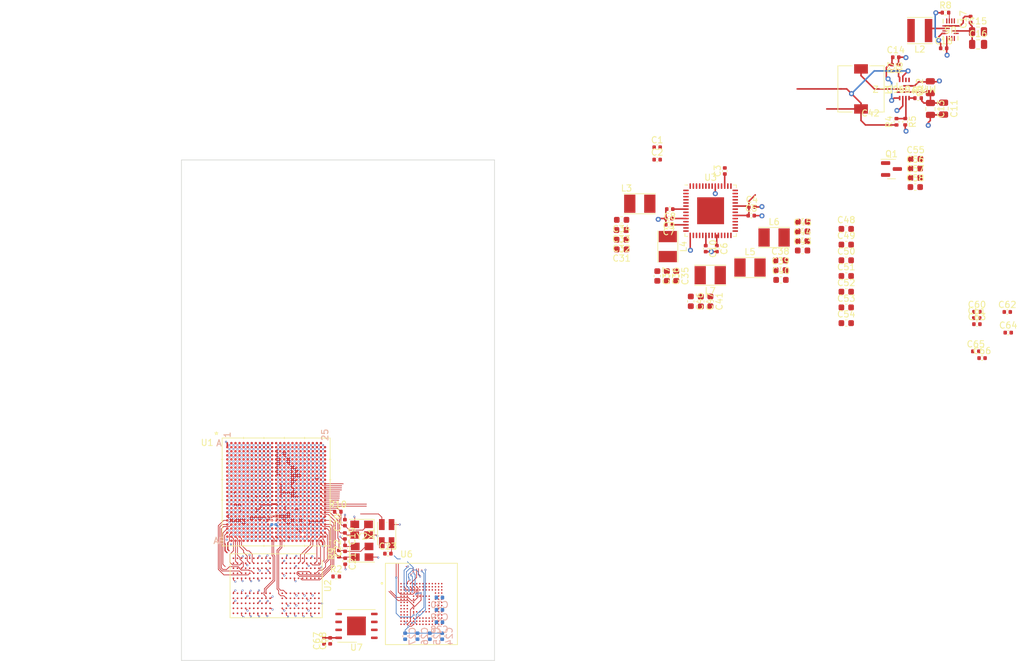
<source format=kicad_pcb>
(kicad_pcb (version 20221018) (generator pcbnew)
  (layers (0 "F.Cu" signal) (1 "In1.Cu" power) (2 "In2.Cu" signal) (3 "In3.Cu" power) (4 "In4.Cu" power) (5 "In5.Cu" signal) (6 "In6.Cu" power) (31 "B.Cu" signal) (34 "B.Paste" user) (35 "F.Paste" user) (36 "B.SilkS" user "B.Silkscreen") (37 "F.SilkS" user "F.Silkscreen") (38 "B.Mask" user) (39 "F.Mask" user) (44 "Edge.Cuts" user))
  (net 0 "")
  (net 1 "Net-(U1B-DRAM_ZN)")
  (net 165 "GND")
  (net 250 "SD1_CMD")
  (net 251 "SD1_CLK")
  (net 269 "SD1_DATA1")
  (net 270 "SD1_DATA0")
  (net 288 "SD1_DATA4")
  (net 289 "SD1_DATA2")
  (net 306 "SD1_DATA5")
  (net 307 "SD1_DATA3")
  (net 330 "SD1_nRST")
  (net 331 "SD1_DATA6")
  (net 343 "DRAM_DATA15_A")
  (net 349 "SD1_STROBE")
  (net 350 "DRAM_DATA12_A")
  (net 351 "DRAM_DATA14_A")
  (net 352 "DRAM_DATA11_A")
  (net 353 "DRAM_DATA9_A")
  (net 354 "DRAM_DATA10_A")
  (net 355 "DRAM_DATA4_A")
  (net 356 "DRAM_DATA6_A")
  (net 357 "DRAM_DATA13_A")
  (net 358 "SD1_DATA7")
  (net 366 "DRAM_DATA8_A")
  (net 367 "DRAM_DATA7_A")
  (net 369 "DRAM_DATA3_A")
  (net 394 "DRAM_DATA1_A")
  (net 396 "DRAM_DATA2_A")
  (net 406 "DRAM_DATA0_A")
  (net 407 "DRAM_DATA5_A")
  (net 410 "VDD_GPU_0V9")
  (net 411 "VDD_1v8")
  (net 416 "DRAM_DATA6_B")
  (net 417 "DRAM_DATA4_B")
  (net 418 "DRAM_DATA10_B")
  (net 419 "DRAM_DATA9_B")
  (net 426 "DRAM_DATA11_B")
  (net 427 "DRAM_DATA14_B")
  (net 428 "DRAM_DATA12_B")
  (net 429 "DRAM_DATA15_B")
  (net 431 "DRAM_DATA7_B")
  (net 432 "DRAM_DATA8_B")
  (net 433 "DRAM_DATA13_B")
  (net 435 "DRAM_DATA1_B")
  (net 437 "DRAM_DATA3_B")
  (net 438 "DRAM_DATA0_B")
  (net 439 "DRAM_DATA2_B")
  (net 441 "DRAM_DATA5_B")
  (net 473 "CK_B+")
  (net 474 "CK_A+")
  (net 475 "CK_B-")
  (net 476 "CK_A-")
  (net 482 "VDD_VPU_0V9")
  (net 483 "DCDC_3V3")
  (net 484 "Net-(U3A-SW1ALX)")
  (net 485 "NVCC_DRAM_1V1")
  (net 486 "Net-(U3A-SW1CLX)")
  (net 487 "NVCC_SD1_1V8")
  (net 488 "Net-(U3A-SW3AFB)")
  (net 489 "Net-(U3A-SW2LX)")
  (net 490 "Net-(U3A-SW3ALX)")
  (net 491 "Net-(U3A-SW4LX)")
  (net 492 "Net-(U3C-VGEN1)")
  (net 493 "Net-(U3C-VGEN2)")
  (net 494 "Net-(U3C-VGEN3)")
  (net 495 "Net-(U3C-VGEN4)")
  (net 497 "Net-(U3C-VGEN6)")
  (net 498 "Net-(U3C-VSNVS)")
  (net 499 "Net-(U3C-VREFDDR)")
  (net 527 "Net-(U2B-ZQ0)")
  (net 529 "DQS0_B-")
  (net 530 "DQS0_B+")
  (net 531 "DQS0_A+")
  (net 532 "DQS0_A-")
  (net 533 "DMI0_B")
  (net 534 "DMI0_A")
  (net 537 "Net-(U4-SW)")
  (net 539 "Net-(U4-EN)")
  (net 540 "VSYS")
  (net 541 "Net-(U4-FB)")
  (net 542 "Net-(U4-MODE)")
  (net 543 "Net-(U4-VCC)")
  (net 544 "Net-(U5-SW)")
  (net 553 "Net-(U5-VCC)")
  (net 554 "DCDC_5V")
  (net 555 "Net-(U5-PG)")
  (net 558 "Net-(U1F-XTALO_25M)")
  (net 560 "Net-(U1F-XTALI_25M)")
  (net 561 "Net-(U1F-XTALO_27M)")
  (net 564 "Net-(U1F-XTALI_27M)")
  (net 566 "Net-(U1H-VDD_DRAM-PadU10)")
  (net 567 "Net-(U1G-NVCC_DRAM-PadAA10)")
  (net 569 "Net-(U1D-RTC)")
  (net 570 "Net-(X1-VDD)")
  (net 571 "VDD_3V3")
  (net 572 "Net-(U3C-VIN3)")
  (net 573 "Net-(U3C-LICELL)")
  (net 574 "Net-(U3C-VHALF)")
  (net 577 "NAND_DATA0")
  (net 578 "NAND_DATA2")
  (net 579 "NAND_DATA1")
  (net 580 "NAND_DATA3")
  (net 581 "NAND_DATA5")
  (net 582 "NAND_DATA6")
  (net 583 "NAND_DATA4")
  (net 584 "NAND_DATA7")
  (footprint "Capacitor_SMD:C_0603_1608Metric" (layer "F.Cu") (at 153.65 62.8)
    (fp_text reference "C40")
    (fp_text value "22uF")
  )
  (footprint "Capacitor_SMD:C_0603_1608Metric" (layer "F.Cu") (at 175.15 43.465)
    (fp_text reference "C55")
    (fp_text value "22uF")
  )
  (footprint "Capacitor_SMD:C_0603_1608Metric" (layer "F.Cu") (at 128.2 53.2 180)
    (fp_text reference "C34")
    (fp_text value "22uF")
  )
  (footprint "Inductor_SMD:L_Taiyo-Yuden_NR-40xx" (layer "F.Cu") (at 175.822899 22.943399 180)
    (fp_text reference "L2")
    (fp_text value "4.7uH")
  )
  (footprint "Resistor_SMD:R_0402_1005Metric" (layer "F.Cu") (at 82.8644 99.8556)
    (fp_text reference "R10")
    (fp_text value "1M")
  )
  (footprint "Resistor_SMD:R_0402_1005Metric" (layer "F.Cu") (at 82.6144 110.2056)
    (fp_text reference "R2")
    (fp_text value "240")
  )
  (footprint "Capacitor_SMD:C_0603_1608Metric" (layer "F.Cu") (at 135.425 62.175 -90)
    (fp_text reference "C36")
    (fp_text value "22uF")
  )
  (footprint "Capacitor_SMD:C_0402_1005Metric" (layer "F.Cu") (at 189.795 67.925)
    (fp_text reference "C62")
    (fp_text value "0.47uF")
  )
  (footprint "Inductor_SMD:L_Taiyo-Yuden_NR-30xx_HandSoldering" (layer "F.Cu") (at 148.7 60.825)
    (fp_text reference "L5")
    (fp_text value "1uH")
  )
  (footprint "Capacitor_SMD:C_0402_1005Metric" (layer "F.Cu") (at 184.945 67.905)
    (fp_text reference "C60")
    (fp_text value "0.47uF")
  )
  (footprint "Capacitor_SMD:C_0805_2012Metric" (layer "F.Cu") (at 177.5 32 90)
    (fp_text reference "C12")
    (fp_text value "22uF")
  )
  (footprint "Capacitor_SMD:C_0402_1005Metric" (layer "F.Cu") (at 143.410002 57.807498 -90)
    (fp_text reference "C6")
    (fp_text value "4.7uF")
  )
  (footprint "Capacitor_SMD:C_0402_1005Metric" (layer "F.Cu") (at 135.890002 51.487498 180)
    (fp_text reference "C8")
    (fp_text value "4.7uF")
  )
  (footprint "Capacitor_SMD:C_0402_1005Metric" (layer "F.Cu") (at 133.875 41.605)
    (fp_text reference "C1")
    (fp_text value "4.7uF")
  )
  (footprint "Capacitor_SMD:C_0402_1005Metric" (layer "F.Cu") (at 84.0244 105.7106 90)
    (fp_text reference "C22")
    (fp_text value "10pF")
  )
  (footprint "Capacitor_SMD:C_0402_1005Metric" (layer "F.Cu") (at 144.680002 45.387498 90)
    (fp_text reference "C3")
    (fp_text value "4.7uF")
  )
  (footprint "Capacitor_SMD:C_0402_1005Metric" (layer "F.Cu") (at 84.0494 107.7606 -90)
    (fp_text reference "C21")
    (fp_text value "10pF")
  )
  (footprint "Oscillator:Oscillator_SMD_EuroQuartz_XO32-4Pin_3.2x2.5mm_HandSoldering" (layer "F.Cu") (at 90.6744 103.3556 90)
    (fp_text reference "X1")
    (fp_text value "ABLNO")
  )
  (footprint "Capacitor_SMD:C_0603_1608Metric" (layer "F.Cu") (at 139.25 66.225 -90)
    (fp_text reference "C46")
    (fp_text value "22uF")
  )
  (footprint "Capacitor_SMD:C_0603_1608Metric" (layer "F.Cu") (at 128.175 56.375 180)
    (fp_text reference "C32")
    (fp_text value "22uF")
  )
  (footprint "Capacitor_SMD:C_0603_1608Metric" (layer "F.Cu") (at 164.075 69.71)
    (fp_text reference "C54")
    (fp_text value "1uF")
  )
  (footprint "Capacitor_SMD:C_0805_2012Metric" (layer "F.Cu") (at 177.525 35.475 -90)
    (fp_text reference "C13")
    (fp_text value "22uF")
  )
  (footprint "Capacitor_SMD:C_0402_1005Metric" (layer "F.Cu") (at 149.010002 51.137498)
    (fp_text reference "C4")
    (fp_text value "4.7uF")
  )
  (footprint "Capacitor_SMD:C_0402_1005Metric" (layer "F.Cu") (at 184.945 69.875)
    (fp_text reference "C63")
    (fp_text value "1uF")
  )
  (footprint "Capacitor_SMD:C_0805_2012Metric" (layer "F.Cu") (at 185.12 23.124999)
    (fp_text reference "C15")
    (fp_text value "10uF")
  )
  (footprint "Capacitor_SMD:C_0402_1005Metric" (layer "F.Cu") (at 141.630002 57.807498 -90)
    (fp_text reference "C10")
    (fp_text value "4.7uF")
  )
  (footprint "Capacitor_SMD:C_0402_1005Metric" (layer "F.Cu") (at 148.900002 52.527498)
    (fp_text reference "C5")
    (fp_text value "4.7uF")
  )
  (footprint "Capacitor_SMD:C_0603_1608Metric" (layer "F.Cu") (at 157.1 58.1)
    (fp_text reference "C43")
    (fp_text value "22uF")
  )
  (footprint "Capacitor_SMD:C_0402_1005Metric" (layer "F.Cu") (at 90.8694 106.5556)
    (fp_text reference "C23")
    (fp_text value "0.1uF")
  )
  (footprint "Capacitor_SMD:C_0603_1608Metric" (layer "F.Cu") (at 164.075 54.65)
    (fp_text reference "C48")
    (fp_text value "4.7uF")
  )
  (footprint "Capacitor_SMD:C_0402_1005Metric" (layer "F.Cu") (at 135.740002 53.967498 180)
    (fp_text reference "C7")
    (fp_text value "4.7uF")
  )
  (footprint "_W_SBC:MP2263" (layer "F.Cu") (at 180.735 22.804999 180)
    (fp_text reference "U5")
    (fp_text value "MP2263GD-Z")
  )
  (footprint "Capacitor_SMD:C_0603_1608Metric" (layer "F.Cu") (at 136.92 62.175 -90)
    (fp_text reference "C35")
    (fp_text value "22uF")
  )
  (footprint "Inductor_SMD:L_Taiyo-Yuden_NR-30xx_HandSoldering" (layer "F.Cu") (at 142.35 62.05 180)
    (fp_text reference "L7")
    (fp_text value "1uH")
  )
  (footprint "Capacitor_SMD:C_0603_1608Metric" (layer "F.Cu") (at 164.075 59.67)
    (fp_text reference "C50")
    (fp_text value "4.7uF")
  )
  (footprint "Capacitor_SMD:C_0603_1608Metric" (layer "F.Cu") (at 133.9 62.175 -90)
    (fp_text reference "C37")
    (fp_text value "22uF")
  )
  (footprint "Capacitor_SMD:C_0603_1608Metric" (layer "F.Cu") (at 175.1 46.49)
    (fp_text reference "C57")
    (fp_text value "22uF")
  )
  (footprint "Package_DFN_QFN:W-PDFN-8-1EP_6x5mm_P1.27mm_EP3x3mm" (layer "F.Cu") (at 85.85 118.105 180)
    (fp_text reference "U7")
    (fp_text value "MT25QUxxxxxx1xW7")
  )
  (footprint "Capacitor_SMD:C_0603_1608Metric" (layer "F.Cu") (at 164.075 67.2)
    (fp_text reference "C53")
    (fp_text value "4.7uF")
  )
  (footprint "Capacitor_SMD:C_0603_1608Metric" (layer "F.Cu") (at 157.125 53.5)
    (fp_text reference "C42")
    (fp_text value "22uF")
  )
  (footprint "Capacitor_SMD:C_0603_1608Metric" (layer "F.Cu") (at 164.075 64.69)
    (fp_text reference "C52")
    (fp_text value "4.7uF")
  )
  (footprint "Capacitor_SMD:C_0402_1005Metric" (layer "F.Cu") (at 183.935 21.174999 90)
    (fp_text reference "C17")
    (fp_text value "0.1uF")
  )
  (footprint "Resistor_SMD:R_0402_1005Metric" (layer "F.Cu") (at 171.380001 28.9075 -90)
    (fp_text reference "R6")
    (fp_text value "100k")
  )
  (footprint "Package_DFN_QFN:QFN-56-1EP_8x8mm_P0.5mm_EP4.3x4.3mm" (layer "F.Cu") (at 142.410002 51.747498)
    (fp_text reference "U3")
    (fp_text value "~")
  )
  (footprint "Crystal:Crystal_SMD_3225-4Pin_3.2x2.5mm" (layer "F.Cu") (at 86.7494 106.2556)
    (fp_text reference "Y2")
    (fp_text value "27MHz")
  )
  (footprint "Capacitor_SMD:C_0603_1608Metric" (layer "F.Cu") (at 157.075 56.6)
    (fp_text reference "C44")
    (fp_text value "22uF")
  )
  (footprint "Capacitor_SMD:C_0402_1005Metric" (layer "F.Cu") (at 179.635 25.779999)
    (fp_text reference "C18")
    (fp_text value "1uF")
  )
  (footprint "Capacitor_SMD:C_0402_1005Metric" (layer "F.Cu") (at 80.675 120.505 90)
    (fp_text reference "C67")
    (fp_text value "0.1uF")
  )
  (footprint "Capacitor_SMD:C_0805_2012Metric" (layer "F.Cu") (at 179.625 35.425 -90)
    (fp_text reference "C11")
    (fp_text value "22uF")
  )
  (footprint "Capacitor_SMD:C_0603_1608Metric" (layer "F.Cu") (at 175.1 47.96)
    (fp_text reference "C58")
    (fp_text value "22uF")
  )
  (footprint "_W_SBC:MP8759GD-Z" (layer "F.Cu") (at 173.355001 32.285001 180)
    (fp_text reference "U4")
    (fp_text value "MP8759GD-Z")
  )
  (footprint "Capacitor_SMD:C_0603_1608Metric" (layer "F.Cu") (at 128.2 57.925 180)
    (fp_text reference "C31")
    (fp_text value "22uF")
  )
  (footprint "Capacitor_SMD:C_0603_1608Metric" (layer "F.Cu") (at 153.55 59.675)
    (fp_text reference "C38")
    (fp_text value "22uF")
  )
  (footprint "Capacitor_SMD:C_0402_1005Metric" (layer "F.Cu") (at 83.9994 101.6006 90)
    (fp_text reference "C20")
    (fp_text value "10pF")
  )
  (footprint "Inductor_SMD:L_Taiyo-Yuden_NR-30xx_HandSoldering" (layer "F.Cu") (at 135.575 57.475 -90)
    (fp_text reference "L4")
    (fp_text value "1uH")
  )
  (footprint "Resistor_SMD:R_0402_1005Metric" (layer "F.Cu") (at 172.1 37.525 90)
    (fp_text reference "R4")
    (fp_text value "44.2K")
  )
  (footprint "Inductor_SMD:L_Taiyo-Yuden_NR-30xx_HandSoldering" (layer "F.Cu") (at 152.55 56.025)
    (fp_text reference "L6")
    (fp_text value "1uH")
  )
  (footprint "Capacitor_SMD:C_0402_1005Metric" (layer "F.Cu") (at 171.985001 27.2125)
    (fp_text reference "C14")
    (fp_text value "22uF")
  )
  (footprint "Resistor_SMD:R_0402_1005Metric" (layer "F.Cu") (at 175.55 33.75)
    (fp_text reference "R3")
    (fp_text value "1.5M")
  )
  (footprint "Resistor_SMD:R_0402_1005Metric" (layer "F.Cu") (at 179.925 20.079999)
    (fp_text reference "R8")
    (fp_text value "10K")
  )
  (footprint "IMX8MQ_footprints:MIMX8MQ6CVAHZAB" (layer "F.Cu") (at 73.0244 96.6906)
    (fp_text reference "U1")
    (fp_text value "MIMX8MQ6CVAHZAB")
  )
  (footprint "Capacitor_SMD:C_0402_1005Metric" (layer "F.Cu") (at 184.77 74.225)
    (fp_text reference "C65")
    (fp_text value "0.1uF")
  )
  (footprint "Capacitor_SMD:C_0402_1005Metric" (layer "F.Cu") (at 83.9994 103.7306 -90)
    (fp_text reference "C19")
    (fp_text value "10pF")
  )
  (footprint "Capacitor_SMD:C_0402_1005Metric" (layer "F.Cu") (at 81.65 120.495 90)
    (fp_text reference "C68")
    (fp_text value "0.1uF")
  )
  (footprint "Inductor_SMD:L_7.3x7.3_H4.5" (layer "F.Cu") (at 166.435 32.275 -90)
    (fp_text reference "L1")
    (fp_text value "1.5uH")
  )
  (footprint "Resistor_SMD:R_0402_1005Metric" (layer "F.Cu") (at 83.0494 106.5556 90)
    (fp_text reference "R9")
    (fp_text value "1M")
  )
  (footprint "Inductor_SMD:L_Taiyo-Yuden_NR-30xx_HandSoldering" (layer "F.Cu") (at 131.1 50.625 180)
    (fp_text reference "L3")
    (fp_text value "1uH")
  )
  (footprint "Capacitor_SMD:C_0603_1608Metric" (layer "F.Cu") (at 128.15 54.825 180)
    (fp_text reference "C33")
    (fp_text value "22uF")
  )
  (footprint "Capacitor_SMD:C_0603_1608Metric" (layer "F.Cu") (at 157.1 55.05)
    (fp_text reference "C45")
    (fp_text value "22uF")
  )
  (footprint "Capacitor_SMD:C_0603_1608Metric" (layer "F.Cu") (at 140.85 66.25 -90)
    (fp_text reference "C47")
    (fp_text value "22uF")
  )
  (footprint "Capacitor_SMD:C_0402_1005Metric" (layer "F.Cu") (at 185.77 75.3)
    (fp_text reference "C66")
    (fp_text value "0.1uF")
  )
  (footprint "Capacitor_SMD:C_0402_1005Metric" (layer "F.Cu") (at 133.875 43.575)
    (fp_text reference "C2")
    (fp_text value "4.7uF")
  )
  (footprint "Capacitor_SMD:C_0603_1608Metric" (layer "F.Cu") (at 164.075 62.18)
    (fp_text reference "C51")
    (fp_text value "4.7uF")
  )
  (footprint "Package_BGA:BGA-200_10.0x14.5mm_Layout12x22_P0.80x0.65mm" (layer "F.Cu") (at 73.0244 111.6906 -90)
    (fp_text reference "U2")
    (fp_text value "IS43LQ32256A-062BLI")
  )
  (footprint "Crystal:Crystal_SMD_3225-4Pin_3.2x2.5mm" (layer "F.Cu") (at 86.6744 102.7306 180)
    (fp_text reference "Y1" hide)
    (fp_text value "25MHz")
  )
  (footprint "Capacitor_SMD:C_0402_1005Metric" (layer "F.Cu") (at 189.945 71.225)
    (fp_text reference "C64")
    (fp_text value "0.1uF")
  )
  (footprint "Capacitor_SMD:C_0603_1608Metric" (layer "F.Cu") (at 164.075 57.16)
    (fp_text reference "C49")
    (fp_text value "4.7uF")
  )
  (footprint "Capacitor_SMD:C_0603_1608Metric" (layer "F.Cu") (at 175.1 44.99)
    (fp_text reference "C56")
    (fp_text value "22uF")
  )
  (footprint "Resistor_SMD:R_0402_1005Metric" (layer "F.Cu") (at 173.5 37.515 -90)
    (fp_text reference "R5")
    (fp_text value "9.53k")
  )
  (footprint "Resistor_SMD:R_0402_1005Metric" (layer "F.Cu") (at 172.430001 28.9075 90)
    (fp_text reference "R7")
    (fp_text value "100k")
  )
  (footprint "Capacitor_SMD:C_0603_1608Metric" (layer "F.Cu") (at 153.59 61.245)
    (fp_text reference "C39")
    (fp_text value "22uF")
  )
  (footprint "Package_TO_SOT_SMD:SOT-23" (layer "F.Cu") (at 171.3 45.075)
    (fp_text reference "Q1")
    (fp_text value "AO3401A")
  )
  (footprint "Capacitor_SMD:C_0402_1005Metric" (layer "F.Cu") (at 135.740002 52.984998 180)
    (fp_text reference "C9")
    (fp_text value "4.7uF")
  )
  (footprint "_W_SBC:BGA153C50P14X14_1300X1150X80N" (layer "F.Cu") (at 96.218775 114.601225)
    (fp_text reference "U6")
    (fp_text value "SDINBDG4-8G")
  )
  (footprint "Capacitor_SMD:C_0402_1005Metric" (layer "F.Cu") (at 184.92 68.9)
    (fp_text reference "C61")
    (fp_text value "0.47uF")
  )
  (footprint "Capacitor_SMD:C_0805_2012Metric" (layer "F.Cu") (at 185.135 25.154999)
    (fp_text reference "C16")
    (fp_text value "10uF")
  )
  (footprint "Capacitor_SMD:C_0603_1608Metric" (layer "F.Cu") (at 142.375 66.225 -90)
    (fp_text reference "C41")
    (fp_text value "22uF")
  )
  (footprint "Capacitor_SMD:C_0402_1005Metric" (layer "B.Cu") (at 99.105 113.575)
    (fp_text reference "C30")
    (fp_text value "4.7F")
  )
  (footprint "Capacitor_SMD:C_0402_1005Metric" (layer "B.Cu") (at 93.6244 119.7506 90)
    (fp_text reference "C27")
    (fp_text value "4.7F")
  )
  (footprint "Resistor_SMD:R_0201_0603Metric" (layer "B.Cu") (at 72.6494 101.8906 180)
    (fp_text reference "R1")
    (fp_text value "240 1%")
  )
  (footprint "Capacitor_SMD:C_0402_1005Metric" (layer "B.Cu") (at 97.5644 119.7506 90)
    (fp_text reference "C25")
    (fp_text value "0.1uF")
  )
  (footprint "Capacitor_SMD:C_0402_1005Metric" (layer "B.Cu") (at 95.5944 119.7506 90)
    (fp_text reference "C26")
    (fp_text value "0.1uF")
  )
  (footprint "Capacitor_SMD:C_0402_1005Metric" (layer "B.Cu") (at 99.105 115.545)
    (fp_text reference "C29")
    (fp_text value "0.1uF")
  )
  (footprint "Capacitor_SMD:C_0402_1005Metric" (layer "B.Cu") (at 99.105 117.515)
    (fp_text reference "C28")
    (fp_text value "0.1uF")
  )
  (footprint "Capacitor_SMD:C_0402_1005Metric" (layer "B.Cu") (at 99.5344 119.7506 90)
    (fp_text reference "C24")
    (fp_text value "0.1uF")
  )
  (gr_line (start 107.8994 43.6306) (end 107.8994 123.6306) (stroke (width 0.1)) (layer "Edge.Cuts"))
  (gr_line (start 57.8994 123.6306) (end 57.8994 43.6306) (stroke (width 0.1)) (layer "Edge.Cuts"))
  (gr_line (start 107.8994 123.6306) (end 57.8994 123.6306) (stroke (width 0.1)) (layer "Edge.Cuts"))
  (gr_line (start 57.8994 43.6306) (end 107.8994 43.6306) (stroke (width 0.1)) (layer "Edge.Cuts"))
  (segment (start 73.0244 101.890599) (end 73.3494 102.2156) (width 0.25) (layer "F.Cu") (net 1))
  (via (at 73.3494 102.2156) (size 0.3) (drill 0.15) (layers "F.Cu" "B.Cu") (net 1))
  (segment (start 73.2944 102.2156) (end 72.9694 101.8906) (width 0.25) (layer "B.Cu") (net 1))
  (segment (start 73.3494 102.2156) (end 73.2944 102.2156) (width 0.25) (layer "B.Cu") (net 1))
  (segment (start 71.7794 107.8206) (end 71.7794 107.7356) (width 0.1143) (layer "F.Cu") (net 165))
  (segment (start 75.6244 101.240599) (end 75.649401 101.240599) (width 0.25) (layer "F.Cu") (net 165))
  (segment (start 75.6244 94.7406) (end 75.6744 94.7406) (width 0.25) (layer "F.Cu") (net 165))
  (segment (start 74.9744 101.890599) (end 74.949399 101.890599) (width 0.25) (layer "F.Cu") (net 165))
  (segment (start 94.968775 117.351225) (end 94.993775 117.351225) (width 0.1143) (layer "F.Cu") (net 165))
  (segment (start 83.9994 100.3806) (end 84.0244 100.3556) (width 0.1143) (layer "F.Cu") (net 165))
  (segment (start 71.7494 98.6406) (end 72.0494 98.9406) (width 0.25) (layer "F.Cu") (net 165))
  (segment (start 76.274399 93.4406) (end 75.9744 93.7406) (width 0.25) (layer "F.Cu") (net 165))
  (segment (start 66.5244 96.6906) (end 66.4994 96.6906) (width 0.25) (layer "F.Cu") (net 165))
  (segment (start 70.0994 100.9156) (end 70.4244 100.590599) (width 0.25) (layer "F.Cu") (net 165))
  (segment (start 80.824399 100.590599) (end 80.824399 100.615601) (width 0.25) (layer "F.Cu") (net 165))
  (segment (start 71.3994 114.3906) (end 71.6794 114.1106) (width 0.1143) (layer "F.Cu") (net 165))
  (segment (start 75.6244 92.7906) (end 75.2994 92.4656) (width 0.25) (layer "F.Cu") (net 165))
  (segment (start 75.9494 112.9306) (end 76.2794 113.2606) (width 0.1143) (layer "F.Cu") (net 165))
  (segment (start 67.8244 101.240599) (end 67.4994 100.9156) (width 0.25) (layer "F.Cu") (net 165))
  (segment (start 77.8994 113.6906) (end 77.8994 113.7806) (width 0.1143) (layer "F.Cu") (net 165))
  (segment (start 75.6744 94.7406) (end 75.9744 95.0406) (width 0.25) (layer "F.Cu") (net 165))
  (segment (start 73.6744 100.590599) (end 73.6744 100.6156) (width 0.25) (layer "F.Cu") (net 165))
  (segment (start 74.9744 103.840599) (end 75.2994 104.1656) (width 0.25) (layer "F.Cu") (net 165))
  (segment (start 79.1994 101.5656) (end 79.524399 101.240599) (width 0.25) (layer "F.Cu") (net 165))
  (segment (start 71.0744 98.6406) (end 71.1244 98.6406) (width 0.25) (layer "F.Cu") (net 165))
  (segment (start 75.6244 94.0906) (end 75.6494 94.0906) (width 0.25) (layer "F.Cu") (net 165))
  (segment (start 70.0994 112.6156) (end 70.2794 112.4356) (width 0.1143) (layer "F.Cu") (net 165))
  (segment (start 95.468775 117.851225) (end 95.468775 117.826225) (width 0.1143) (layer "F.Cu") (net 165))
  (segment (start 89.0244 103.5806) (end 89.1744 103.7306) (width 0.1143) (layer "F.Cu") (net 165))
  (segment (start 76.274399 93.4406) (end 76.2994 93.4406) (width 0.25) (layer "F.Cu") (net 165))
  (segment (start 80.174399 101.240599) (end 80.199399 101.240599) (width 0.25) (layer "F.Cu") (net 165))
  (segment (start 74.3244 96.6906) (end 74.2744 96.6906) (width 0.25) (layer "F.Cu") (net 165))
  (segment (start 75.6244 97.3406) (end 75.6244 97.3156) (width 0.25) (layer "F.Cu") (net 165))
  (segment (start 67.8244 101.240599) (end 68.1494 101.5656) (width 0.25) (layer "F.Cu") (net 165))
  (segment (start 73.0244 92.7906) (end 73.3494 93.1156) (width 0.25) (layer "F.Cu") (net 165))
  (segment (start 75.6244 101.240599) (end 75.674399 101.240599) (width 0.25) (layer "F.Cu") (net 165))
  (segment (start 143.160002 47.809998) (end 143.160002 49.014998) (width 0.25) (layer "F.Cu") (net 165))
  (segment (start 94.968775 117.351225) (end 94.968775 117.376225) (width 0.1143) (layer "F.Cu") (net 165))
  (segment (start 74.9494 91.4906) (end 74.6244 91.8156) (width 0.25) (layer "F.Cu") (net 165))
  (segment (start 139.160002 55.684998) (end 139.160002 58.034997) (width 0.25) (layer "F.Cu") (net 165))
  (segment (start 70.7494 100.9156) (end 70.4244 100.590599) (width 0.25) (layer "F.Cu") (net 165))
  (segment (start 72.0494 109.6906) (end 72.0494 109.5806) (width 0.1143) (layer "F.Cu") (net 165))
  (segment (start 73.0244 100.590599) (end 73.3494 100.2656) (width 0.25) (layer "F.Cu") (net 165))
  (segment (start 75.6244 94.7406) (end 75.2994 95.0656) (width 0.25) (layer "F.Cu") (net 165))
  (segment (start 94.993775 117.351225) (end 95.203775 117.561225) (width 0.1143) (layer "F.Cu") (net 165))
  (segment (start 72.2594 115.2906) (end 72.4544 115.4856) (width 0.1143) (layer "F.Cu") (net 165))
  (segment (start 183.02 20.694999) (end 182.76 20.954999) (width 0.25) (layer "F.Cu") (net 165))
  (segment (start 70.0994 110.6806) (end 70.2794 110.8606) (width 0.1143) (layer "F.Cu") (net 165))
  (segment (start 74.9994 96.6906) (end 75.2994 96.9906) (width 0.25) (layer "F.Cu") (net 165))
  (segment (start 73.6744 100.6156) (end 73.9744 100.9156) (width 0.25) (layer "F.Cu") (net 165))
  (segment (start 74.3244 100.590599) (end 74.3244 100.6156) (width 0.25) (layer "F.Cu") (net 165))
  (segment (start 80.4544 105.3356) (end 80.4544 104.7706) (width 0.25) (layer "F.Cu") (net 165))
  (segment (start 73.0244 91.4906) (end 73.3494 91.1656) (width 0.25) (layer "F.Cu") (net 165))
  (segment (start 74.9744 91.4906) (end 74.9744 91.4656) (width 0.25) (layer "F.Cu") (net 165))
  (segment (start 73.6744 91.4906) (end 73.3494 91.1656) (width 0.25) (layer "F.Cu") (net 165))
  (segment (start 76.924399 101.215599) (end 76.6244 100.9156) (width 0.25) (layer "F.Cu") (net 165))
  (segment (start 65.8744 101.240599) (end 65.899399 101.240599) (width 0.25) (layer "F.Cu") (net 165))
  (segment (start 73.6744 92.1406) (end 73.3494 91.8156) (width 0.25) (layer "F.Cu") (net 165))
  (segment (start 77.2494 112.8906) (end 77.2494 112.9306) (width 0.1143) (layer "F.Cu") (net 165))
  (segment (start 70.7494 100.9156) (end 71.0744 100.590599) (width 0.25) (layer "F.Cu") (net 165))
  (segment (start 173.5 38.9) (end 173.625 39.025) (width 0.25) (layer "F.Cu") (net 165))
  (segment (start 172.430001 27.2475) (end 172.465001 27.2125) (width 0.25) (layer "F.Cu") (net 165))
  (segment (start 78.5494 112.8906) (end 78.5494 112.9306) (width 0.1143) (layer "F.Cu") (net 165))
  (segment (start 77.8994 115.2906) (end 77.8994 115.3556) (width 0.1143) (layer "F.Cu") (net 165))
  (segment (start 79.8494 108.8906) (end 80.0994 108.8906) (width 0.1143) (layer "F.Cu") (net 165))
  (segment (start 75.6244 92.7906) (end 75.6494 92.7906) (width 0.25) (layer "F.Cu") (net 165))
  (segment (start 76.274399 96.6906) (end 75.9744 96.9906) (width 0.25) (layer "F.Cu") (net 165))
  (segment (start 69.7994 97.3406) (end 70.0994 97.6406) (width 0.25) (layer "F.Cu") (net 165))
  (segment (start 76.2994 94.0906) (end 76.6244 94.4156) (width 0.25) (layer "F.Cu") (net 165))
  (segment (start 177.5 36.45) (end 177.525 36.425) (width 0.25) (layer "F.Cu") (net 165))
  (segment (start 75.6244 101.240599) (end 75.2994 100.9156) (width 0.25) (layer "F.Cu") (net 165))
  (segment (start 67.8244 101.890599) (end 68.1494 101.5656) (width 0.25) (layer "F.Cu") (net 165))
  (segment (start 74.299399 101.240599) (end 73.9744 100.9156) (width 0.25) (layer "F.Cu") (net 165))
  (segment (start 71.7244 101.240599) (end 72.0494 100.9156) (width 0.25) (layer "F.Cu") (net 165))
  (segment (start 172.372501 35.725) (end 173.105001 34.9925) (width 0.25) (layer "F.Cu") (net 165))
  (segment (start 69.1244 101.240599) (end 69.099399 101.240599) (width 0.25) (layer "F.Cu") (net 165))
  (segment (start 75.6244 96.0406) (end 75.6744 96.0406) (width 0.25) (layer "F.Cu") (net 165))
  (segment (start 76.274399 99.2906) (end 76.274399 99.315601) (width 0.25) (layer "F.Cu") (net 165))
  (segment (start 177.2 31.125) (end 178.825 31.125) (width 0.25) (layer "F.Cu") (net 165))
  (segment (start 75.6244 97.3406) (end 75.5994 97.3406) (width 0.25) (layer "F.Cu") (net 165))
  (segment (start 179.575 36.425) (end 179.625 36.375) (width 0.25) (layer "F.Cu") (net 165))
  (segment (start 67.1994 98.6406) (end 67.4994 98.9406) (width 0.25) (layer "F.Cu") (net 165))
  (segment (start 68.4744 97.3406) (end 68.7744 97.6406) (width 0.25) (layer "F.Cu") (net 165))
  (segment (start 70.4244 98.6406) (end 70.4744 98.6406) (width 0.25) (layer "F.Cu") (net 165))
  (segment (start 78.5744 101.540598) (end 78.874399 101.240599) (width 0.25) (layer "F.Cu") (net 165))
  (segment (start 70.0994 114.4906) (end 70.0994 114.4406) (width 0.1143) (layer "F.Cu") (net 165))
  (segment (start 67.4994 107.2906) (end 67.4994 107.1906) (width 0.1143) (layer "F.Cu") (net 165))
  (segment (start 65.899399 101.240599) (end 66.1994 101.5406) (width 0.25) (layer "F.Cu") (net 165))
  (segment (start 80.174399 101.240599) (end 80.199401 101.240599) (width 0.25) (layer "F.Cu") (net 165))
  (segment (start 71.1244 98.6406) (end 71.3994 98.9156) (width 0.25) (layer "F.Cu") (net 165))
  (segment (start 73.9994 115.3306) (end 74.3294 115.6606) (width 0.1143) (layer "F.Cu") (net 165))
  (segment (start 76.274399 94.0906) (end 76.2994 94.0906) (width 0.25) (layer "F.Cu") (net 165))
  (segment (start 67.1744 99.940599) (end 67.4994 99.6156) (width 0.25) (layer "F.Cu") (net 165))
  (segment (start 74.3244 99.2906) (end 74.3244 99.2406) (width 0.25) (layer "F.Cu") (net 165))
  (segment (start 85.5744 101.8806) (end 85.5744 100.7306) (width 0.1143) (layer "F.Cu") (net 165))
  (segment (start 66.5244 101.240599) (end 66.8494 100.9156) (width 0.25) (layer "F.Cu") (net 165))
  (segment (start 75.6244 97.3156) (end 75.2994 96.9906) (width 0.25) (layer "F.Cu") (net 165))
  (segment (start 74.9744 96.6906) (end 74.9244 96.6906) (width 0.25) (layer "F.Cu") (net 165))
  (segment (start 69.7744 99.2906) (end 70.0994 99.6156) (width 0.25) (layer "F.Cu") (net 165))
  (segment (start 77.2494 116.4306) (end 77.4294 116.6106) (width 0.1143) (layer "F.Cu") (net 165))
  (segment (start 67.1744 98.6406) (end 67.1994 98.6406) (width 0.25) (layer "F.Cu") (net 165))
  (segment (start 68.7994 107.2906) (end 68.7994 106.8056) (width 0.1143) (layer "F.Cu") (net 165))
  (segment (start 71.0744 100.590599) (end 71.3994 100.9156) (width 0.25) (layer "F.Cu") (net 165))
  (segment (start 75.6244 95.3906) (end 75.9744 95.0406) (width 0.25) (layer "F.Cu") (net 165))
  (segment (start 74.3244 100.590599) (end 74.299401 100.590599) (width 0.25) (layer "F.Cu") (net 165))
  (segment (start 74.3244 90.2156) (end 74.6244 90.5156) (width 0.25) (layer "F.Cu") (net 165))
  (segment (start 83.9994 104.2106) (end 83.6044 104.2106) (width 0.1143) (layer "F.Cu") (net 165))
  (segment (start 84.0494 108.9806) (end 84.1244 109.0556) (width 0.1143) (layer "F.Cu") (net 165))
  (segment (start 68.7994 116.4056) (end 68.9794 116.5856) (width 0.1143) (layer "F.Cu") (net 165))
  (segment (start 71.3994 116.0906) (end 71.3994 116.3306) (width 0.1143) (layer "F.Cu") (net 165))
  (segment (start 80.0994 108.8906) (end 80.3044 108.6856) (width 0.1143) (layer "F.Cu") (net 165))
  (segment (start 74.6494 116.0906) (end 74.6494 116.3556) (width 0.1143) (layer "F.Cu") (net 165))
  (segment (start 73.0244 92.7906) (end 73.3494 92.4656) (width 0.25) (layer "F.Cu") (net 165))
  (segment (start 72.0494 115.2906) (end 72.2594 115.2906) (width 0.1143) (layer "F.Cu") (net 165))
  (segment (start 73.6744 100.5656) (end 73.9744 100.2656) (width 0.25) (layer "F.Cu") (net 165))
  (segment (start 85.5744 100.7306) (end 85.4994 100.6556) (width 0.1143) (layer "F.Cu") (net 165))
  (segment (start 65.8744 101.240599) (end 65.849401 101.240599) (width 0.25) (layer "F.Cu") (net 165))
  (segment (start 71.7244 97.3406) (end 71.6744 97.3406) (width 0.25) (layer "F.Cu") (net 165))
  (segment (start 66.1994 114.4906) (end 66.1994 114.3906) (width 0.1143) (layer "F.Cu") (net 165))
  (segment (start 73.0244 100.590599) (end 72.3744 100.590599) (width 0.25) (layer "F.Cu") (net 165))
  (segment (start 76.274399 92.815601) (end 75.9744 93.1156) (width 0.25) (layer "F.Cu") (net 165))
  (segment (start 73.9994 109.6906) (end 73.9994 109.7306) (width 0.1143) (layer "F.Cu") (net 165))
  (segment (start 72.3494 98.6406) (end 72.0494 98.9406) (width 0.25) (layer "F.Cu") (net 165))
  (segment (start 78.874399 101.240599) (end 79.1994 101.5656) (width 0.25) (layer "F.Cu") (net 165))
  (segment (start 71.3994 114.4906) (end 71.3994 114.3906) (width 0.1143) (layer "F.Cu") (net 165))
  (segment (start 87.8494 107.1056) (end 89.2494 107.1056) (width 0.1143) (layer "F.Cu") (net 165))
  (segment (start 76.274399 97.3406) (end 76.2494 97.3406) (width 0.25) (layer "F.Cu") (net 165))
  (segment (start 74.9744 92.1406) (end 75.2994 91.8156) (width 0.25) (layer "F.Cu") (net 165))
  (segment (start 76.324399 102.540599) (end 76.6244 102.8406) (width 0.25) (layer "F.Cu") (net 165))
  (segment (start 73.6744 97.2906) (end 73.9744 96.9906) (width 0.25) (layer "F.Cu") (net 165))
  (segment (start 79.8494 114.4906) (end 80.3344 114.4906) (width 0.1143) (layer "F.Cu") (net 165))
  (segment (start 75.9494 110.7806) (end 76.1294 110.9606) (width 0.1143) (layer "F.Cu") (net 165))
  (segment (start 67.4994 107.1906) (end 67.7044 106.9856) (width 0.1143) (layer "F.Cu") (net 165))
  (segment (start 75.6994 97.3406) (end 75.9744 97.6156) (width 0.25) (layer "F.Cu") (net 165))
  (segment (start 68.7994 106.8056) (end 68.7794 106.7856) (width 0.1143) (layer "F.Cu") (net 165))
  (segment (start 76.949401 101.240599) (end 77.2744 100.9156) (width 0.25) (layer "F.Cu") (net 165))
  (segment (start 65.2244 88.8906) (end 65.0244 88.6906) (width 0.25) (layer "F.Cu") (net 165))
  (segment (start 76.924399 101.240599) (end 76.924399 101.215599) (width 0.25) (layer "F.Cu") (net 165))
  (segment (start 75.6244 96.6906) (end 75.5994 96.6906) (width 0.25) (layer "F.Cu") (net 165))
  (segment (start 84.0494 108.2406) (end 84.0494 108.9806) (width 0.1143) (layer "F.Cu") (net 165))
  (segment (start 74.3244 99.2406) (end 74.6244 98.9406) (width 0.25) (layer "F.Cu") (net 165))
  (segment (start 73.6744 96.6656) (end 73.9744 96.3656) (width 0.25) (layer "F.Cu") (net 165))
  (segment (start 78.224399 101.890599) (end 78.249401 101.890599) (width 0.25) (layer "F.Cu") (net 165))
  (segment (start 67.1744 101.240599) (end 66.8494 100.9156) (width 0.25) (layer "F.Cu") (net 165))
  (segment (start 72.0494 108.0906) (end 71.7794 107.8206) (width 0.1143) (layer "F.Cu") (net 165))
  (segment (start 74.3244 90.1906) (end 74.3244 90.2156) (width 0.25) (layer "F.Cu") (net 165))
  (segment (start 65.2244 89.5406) (end 65.2244 88.8906) (width 0.25) (layer "F.Cu") (net 165))
  (segment (start 75.6244 92.7906) (end 75.9744 92.4406) (width 0.25) (layer "F.Cu") (net 165))
  (segment (start 75.6244 93.4406) (end 75.2994 93.7656) (width 0.25) (layer "F.Cu") (net 165))
  (segment (start 73.6744 100.590599) (end 73.3494 100.2656) (width 0.25) (layer "F.Cu") (net 165))
  (segment (start 67.4994 116.4056) (end 67.7794 116.6856) (width 0.1143) (layer "F.Cu") (net 165))
  (segment (start 65.2244 100.590599) (end 65.2244 100.5656) (width 0.25) (layer "F.Cu") (net 165))
  (segment (start 177.175 38.1) (end 177.175 37.65) (width 0.25) (layer "F.Cu") (net 165))
  (segment (start 66.4994 96.6906) (end 66.1994 96.9906) (width 0.25) (layer "F.Cu") (net 165))
  (segment (start 75.9494 107.2906) (end 75.9494 107.1906) (width 0.1143) (layer "F.Cu") (net 165))
  (segment (start 74.9744 92.1406) (end 74.9494 92.1406) (width 0.25) (layer "F.Cu") (net 165))
  (segment (start 73.6744 95.3906) (end 73.6744 95.4156) (width 0.25) (layer "F.Cu") (net 165))
  (segment (start 70.0994 110.4906) (end 70.0994 110.6806) (width 0.1143) (layer "F.Cu") (net 165))
  (segment (start 150.572502 52.527498) (end 150.610002 52.564998) (width 0.25) (layer "F.Cu") (net 165))
  (segment (start 77.2494 116.0906) (end 77.2494 116.4306) (width 0.1143) (layer "F.Cu") (net 165))
  (segment (start 66.5244 101.240599) (end 66.499401 101.240599) (width 0.25) (layer "F.Cu") (net 165))
  (segment (start 73.0244 98.6406) (end 72.3744 98.6406) (width 0.25) (layer "F.Cu") (net 165))
  (segment (start 74.3244 90.1906) (end 73.9994 90.5156) (width 0.25) (layer "F.Cu") (net 165))
  (segment (start 93.468775 117.351225) (end 93.493775 117.351225) (width 0.1143) (layer "F.Cu") (net 165))
  (segment (start 74.9744 101.890599) (end 75.2994 101.5656) (width 0.25) (layer "F.Cu") (net 165))
  (segment (start 75.649401 101.240599) (end 75.9744 100.9156) (width 0.25) (layer "F.Cu") (net 165))
  (segment (start 77.8994 108.1806) (end 78.2294 108.5106) (width 0.1143) (layer "F.Cu") (net 165))
  (segment (start 75.6244 94.0906) (end 75.2994 93.7656) (width 0.25) (layer "F.Cu") (net 165))
  (segment (start 70.0994 116.3806) (end 70.3044 116.5856) (width 0.1143) (layer "F.Cu") (net 165))
  (segment (start 183.935 20.694999) (end 183.02 20.694999) (width 0.25) (layer "F.Cu") (net 165))
  (segment (start 80.199399 101.240599) (end 80.5244 101.5656) (width 0.25) (layer "F.Cu") (net 165))
  (segment (start 149.380002 52.527498) (end 150.572502 52.527498) (width 0.25) (layer "F.Cu") (net 165))
  (segment (start 77.8994 108.0906) (end 77.8994 108.1806) (width 0.1143) (layer "F.Cu") (net 165))
  (segment (start 74.3244 100.6156) (end 74.6244 100.9156) (width 0.25) (layer "F.Cu") (net 165))
  (segment (start 71.699401 101.240599) (end 71.3994 101.5406) (width 0.25) (layer "F.Cu") (net 165))
  (segment (start 70.0994 114.4406) (end 70.4294 114.1106) (width 0.1143) (layer "F.Cu") (net 165))
  (segment (start 73.9994 109.7306) (end 74.3294 110.0606) (width 0.1143) (layer "F.Cu") (net 165))
  (segment (start 68.7994 110.7306) (end 69.0294 110.9606) (width 0.1143) (layer "F.Cu") (net 165))
  (segment (start 73.0244 93.4406) (end 73.3494 93.7656) (width 0.25) (layer "F.Cu") (net 165))
  (segment (start 178.825 31.125) (end 178.95 31) (width 0.25) (layer "F.Cu") (net 165))
  (segment (start 71.0744 98.6406) (end 71.0494 98.6406) (width 0.25) (layer "F.Cu") (net 165))
  (segment (start 76.274399 94.7406) (end 75.9744 95.0406) (width 0.25) (layer "F.Cu") (net 165))
  (segment (start 70.4244 101.240599) (end 70.0994 100.9156) (width 0.25) (layer "F.Cu") (net 165))
  (segment (start 75.6244 93.4406) (end 75.2994 93.1156) (width 0.25) (layer "F.Cu") (net 165))
  (segment (start 180.135001 24.204999) (end 180.135001 25.759998) (width 0.25) (layer "F.Cu") (net 165))
  (segment (start 76.274399 94.040599) (end 75.9744 93.7406) (width 0.25) (layer "F.Cu") (net 165))
  (segment (start 149.490002 51.137498) (end 150.562502 51.137498) (width 0.25) (layer "F.Cu") (net 165))
  (segment (start 79.8494 101.5656) (end 80.174399 101.240599) (width 0.25) (layer "F.Cu") (net 165))
  (segment (start 76.274399 94.0906) (end 76.274399 94.115601) (width 0.25) (layer "F.Cu") (net 165))
  (segment (start 70.4244 99.2906) (end 70.4244 99.2656) (width 0.25) (layer "F.Cu") (net 165))
  (segment (start 177.15 38.075) (end 177.175 38.1) (width 0.25) (layer "F.Cu") (net 165))
  (segment (start 73.6744 96.0406) (end 73.6744 96.0656) (width 0.25) (layer "F.Cu") (net 165))
  (segment (start 93.493775 117.351225) (end 93.723775 117.581225) (width 0.1143) (layer "F.Cu") (net 165))
  (segment (start 65.849401 101.240599) (end 65.5494 101.5406) (width 0.25) (layer "F.Cu") (net 165))
  (segment (start 75.6244 97.3406) (end 75.9744 96.9906) (width 0.25) (layer "F.Cu") (net 165))
  (segment (start 84.1994 105.4056) (end 84.0244 105.2306) (width 0.1143) (layer "F.Cu") (net 165))
  (segment (start 68.799399 100.9156) (end 69.1244 100.590599) (width 0.25) (layer "F.Cu") (net 165))
  (segment (start 75.6744 96.0406) (end 75.9744 96.3406) (width 0.25) (layer "F.Cu") (net 165))
  (segment (start 95.468775 117.826225) (end 95.203775 117.561225) (width 0.1143) (layer "F.Cu") (net 165))
  (segment (start 91.4494 101.9056) (end 92.7744 101.9056) (width 0.1143) (layer "F.Cu") (net 165))
  (segment (start 94.968775 117.376225) (end 94.723775 117.621225) (width 0.1143) (layer "F.Cu") (net 165))
  (segment (start 73.6744 96.0656) (end 73.9744 96.3656) (width 0.25) (layer "F.Cu") (net 165))
  (segment (start 68.7994 116.0906) (end 68.7994 116.4056) (width 0.1143) (layer "F.Cu") (net 165))
  (segment (start 74.3244 96.6906) (end 74.6244 96.9906) (width 0.25) (layer "F.Cu") (net 165))
  (segment (start 83.6044 104.2106) (end 83.2494 103.8556) (width 0.1143) (layer "F.Cu") (net 165))
  (segment (start 69.1244 101.240599) (end 69.1244 101.2156) (width 0.25) (layer "F.Cu") (net 165))
  (segment (start 75.6494 94.7406) (end 75.9744 94.4156) (width 0.25) (layer "F.Cu") (net 165))
  (segment (start 173.5 38.025) (end 173.5 38.9) (width 0.25) (layer "F.Cu") (net 165))
  (segment (start 79.524399 101.240599) (end 79.8494 101.5656) (width 0.25) (layer "F.Cu") (net 165))
  (segment (start 74.3244 100.590599) (end 74.3244 100.5656) (width 0.25) (layer "F.Cu") (net 165))
  (segment (start 76.274399 92.7906) (end 76.274399 92.815601) (width 0.25) (layer "F.Cu") (net 165))
  (segment (start 71.3994 116.3306) (end 71.6044 116.5356) (width 0.1143) (layer "F.Cu") (net 165))
  (segment (start 73.6744 96.0156) (end 73.9744 95.7156) (width 0.25) (layer "F.Cu") (net 165))
  (segment (start 78.5494 116.4556) (end 78.7544 116.6606) (width 0.1143) (layer "F.Cu") (net 165))
  (segment (start 80.824399 100.615601) (end 80.5244 100.9156) (width 0.25) (layer "F.Cu") (net 165))
  (segment (start 73.0244 90.8406) (end 73.3494 91.1656) (width 0.25) (layer "F.Cu") (net 165))
  (segment (start 65.8744 101.240599) (end 65.5494 100.9156) (width 0.25) (layer "F.Cu") (net 165))
  (segment (start 172.465001 27.2125) (end 173.550001 27.2125) (width 0.25) (layer "F.Cu") (net 165))
  (segment (start 75.674399 101.240599) (end 75.9744 101.5406) (width 0.25) (layer "F.Cu") (net 165))
  (segment (start 70.0994 108.9556) (end 70.4044 109.2606) (width 0.1143) (layer "F.Cu") (net 165))
  (segment (start 73.0244 100.590599) (end 73.3494 100.9156) (width 0.25) (layer "F.Cu") (net 165))
  (segment (start 75.6244 96.6906) (end 75.6744 96.6906) (width 0.25) (layer "F.Cu") (net 165))
  (segment (start 74.3244 90.8406) (end 73.9994 90.5156) (width 0.25) (layer "F.Cu") (net 165))
  (segment (start 73.6744 100.590599) (end 73.6744 100.5656) (width 0.25) (layer "F.Cu") (net 165))
  (segment (start 74.9494 92.1406) (end 74.6244 91.8156) (width 0.25) (layer "F.Cu") (net 165))
  (segment (start 74.949401 100.590599) (end 74.6244 100.9156) (width 0.25) (layer "F.Cu") (net 165))
  (segment (start 76.949399 101.240599) (end 77.2744 101.5656) (width 0.25) (layer "F.Cu") (net 165))
  (segment (start 74.9744 100.590599) (end 74.949399 100.590599) (width 0.25) (layer "F.Cu") (net 165))
  (segment (start 75.9494 116.0906) (end 75.9494 116.3306) (width 0.1143) (layer "F.Cu") (net 165))
  (segment (start 174.989998 31.785002) (end 175.625 31.15) (width 0.25) (layer "F.Cu") (net 165))
  (segment (start 76.274399 93.415599) (end 75.9744 93.1156) (width 0.25) (layer "F.Cu") (net 165))
  (segment (start 75.9494 116.3306) (end 76.1294 116.5106) (width 0.1143) (layer "F.Cu") (net 165))
  (segment (start 75.9494 107.1906) (end 76.2294 106.9106) (width 0.1143) (layer "F.Cu") (net 165))
  (segment (start 80.199401 101.240599) (end 80.5244 100.9156) (width 0.25) (layer "F.Cu") (net 165))
  (segment (start 78.5494 112.9306) (end 78.8544 113.2356) (width 0.1143) (layer "F.Cu") (net 165))
  (segment (start 73.6744 95.4156) (end 73.9744 95.7156) (width 0.25) (layer "F.Cu") (net 165))
  (segment (start 74.3244 90.8656) (end 74.6244 91.1656) (width 0.25) (layer "F.Cu") (net 165))
  (segment (start 72.3744 98.6406) (end 72.3494 98.6406) (width 0.25) (layer "F.Cu") (net 165))
  (segment (start 72.0494 113.6906) (end 72.1744 113.6906) (width 0.1143) (layer "F.Cu") (net 165))
  (segment (start 69.099399 101.240599) (end 68.7744 100.9156) (width 0.25) (layer "F.Cu") (net 165))
  (segment (start 71.3994 107.0656) (end 71.6294 106.8356) (width 0.1143) (layer "F.Cu") (net 165))
  (segment (start 76.924399 101.240599) (end 76.949399 101.240599) (width 0.25) (layer "F.Cu") (net 165))
  (segment (start 74.3244 100.590599) (end 74.299399 100.590599) (width 0.25) (layer "F.Cu") (net 165))
  (segment (start 76.274399 97.3406) (end 76.3494 97.3406) (width 0.25) (layer "F.Cu") (net 165))
  (segment (start 71.6744 97.3406) (end 71.3994 97.6156) (width 0.25) (layer "F.Cu") (net 165))
  (segment (start 177.175 37.65) (end 177.5 37.325) (width 0.25) (layer "F.Cu") (net 165))
  (segment (start 78.5744 101.5656) (end 78.5744 101.540598) (width 0.25) (layer "F.Cu") (net 165))
  (segment (start 68.7744 100.9156) (end 68.799399 100.9156) (width 0.25) (layer "F.Cu") (net 165))
  (segment (start 78.5494 107.2156) (end 78.7794 106.9856) (width 0.1143) (layer "F.Cu") (net 165))
  (segment (start 74.299401 100.590599) (end 73.9744 100.9156) (width 0.25) (layer "F.Cu") (net 165))
  (segment (start 74.6494 106.9406) (end 74.7544 106.8356) (width 0.1143) (layer "F.Cu") (net 165))
  (segment (start 177.525 36.425) (end 179.575 36.425) (width 0.25) (layer "F.Cu") (net 165))
  (segment (start 67.4994 112.5906) (end 67.6544 112.4356) (width 0.1143) (layer "F.Cu") (net 165))
  (segment (start 173.105001 34.9925) (end 173.105001 33.735001) (width 0.25) (layer "F.Cu") (net 165))
  (segment (start 74.6494 114.5806) (end 74.9544 114.8856) (width 0.1143) (layer "F.Cu") (net 165))
  (segment (start 78.224399 101.240599) (end 78.249399 101.240599) (width 0.25) (layer "F.Cu") (net 165))
  (segment (start 78.5494 107.2906) (end 78.5494 107.2156) (width 0.1143) (layer "F.Cu") (net 165))
  (segment (start 69.449399 100.9156) (end 69.7744 100.590599) (width 0.25) (layer "F.Cu") (net 165))
  (segment (start 73.6744 96.6906) (end 73.9744 96.9906) (width 0.25) (layer "F.Cu") (net 165))
  (segment (start 75.6244 94.0906) (end 75.2994 94.4156) (width 0.25) (layer "F.Cu") (net 165))
  (segment (start 75.6244 97.3406) (end 75.6994 97.3406) (width 0.25) (layer "F.Cu") (net 165))
  (segment (start 73.0244 90.1906) (end 73.3494 89.8656) (width 0.25) (layer "F.Cu") (net 165))
  (segment (start 75.6244 95.3906) (end 75.2994 95.7156) (width 0.25) (layer "F.Cu") (net 165))
  (segment (start 74.3244 90.8156) (end 74.6244 90.5156) (width 0.25) (layer "F.Cu") (net 165))
  (segment (start 83.9994 104.2106) (end 83.9994 105.2056) (width 0.1143) (layer "F.Cu") (net 165))
  (segment (start 74.6494 114.4906) (end 74.6494 114.5806) (width 0.1143) (layer "F.Cu") (net 165))
  (segment (start 141.630002 58.287498) (end 143.410002 58.287498) (width 0.25) (layer "F.Cu") (net 165))
  (segment (start 75.6244 94.0906) (end 75.9744 93.7406) (width 0.25) (layer "F.Cu") (net 165))
  (segment (start 74.3244 101.240599) (end 74.3244 101.2656) (width 0.25) (layer "F.Cu") (net 165))
  (segment (start 73.0244 90.8406) (end 73.3494 90.5156) (width 0.25) (layer "F.Cu") (net 165))
  (segment (start 177.175 31.15) (end 177.2 31.125) (width 0.25) (layer "F.Cu") (net 165))
  (segment (start 75.5994 96.6906) (end 75.2994 96.9906) (width 0.25) (layer "F.Cu") (net 165))
  (segment (start 74.949401 99.940599) (end 74.6244 100.2656) (width 0.25) (layer "F.Cu") (net 165))
  (segment (start 66.5494 98.6406) (end 66.8494 98.9406) (width 0.25) (layer "F.Cu") (net 165))
  (segment (start 135.260002 51.637498) (end 135.410002 51.487498) (width 0.25) (layer "F.Cu") (net 165))
  (segment (start 66.1994 112.7406) (end 66.5044 112.4356) (width 0.1143) (layer "F.Cu") (net 165))
  (segment (start 71.0494 98.6406) (end 70.7494 98.9406) (width 0.25) (layer "F.Cu") (net 165))
  (segment (start 181.445001 22.205) (end 182.259999 22.205) (width 0.25) (layer "F.Cu") (net 165))
  (segment (start 74.9744 100.590599) (end 74.949401 100.590599) (width 0.25) (layer "F.Cu") (net 165))
  (segment (start 71.7244 100.590599) (end 72.0494 100.9156) (width 0.25) (layer "F.Cu") (net 165))
  (segment (start 71.7244 98.6406) (end 71.6744 98.6406) (width 0.25) (layer "F.Cu") (net 165))
  (segment (start 75.6244 95.3906) (end 75.2994 95.0656) (width 0.25) (layer "F.Cu") (net 165))
  (segment (start 76.924399 101.240599) (end 76.949401 101.240599) (width 0.25) (layer "F.Cu") (net 165))
  (segment (start 172.430001 28.3975) (end 172.430001 27.2475) (width 0.25) (layer "F.Cu") (net 165))
  (segment (start 67.1744 98.6406) (end 67.1494 98.6406) (width 0.25) (layer "F.Cu") (net 165))
  (segment (start 76.274399 94.115601) (end 75.9744 94.4156) (width 0.25) (layer "F.Cu") (net 165))
  (segment (start 68.1494 113.6906) (end 68.1494 113.5906) (width 0.1143) (layer "F.Cu") (net 165))
  (segment (start 180.115 26.809999) (end 180.185 26.879999) (width 0.25) (layer "F.Cu") (net 165))
  (segment (start 94.493775 117.851225) (end 94.723775 117.621225) (width 0.1143) (layer "F.Cu") (net 165))
  (segment (start 74.3244 101.2156) (end 74.6244 100.9156) (width 0.25) (layer "F.Cu") (net 165))
  (segment (start 67.8244 101.240599) (end 68.1494 100.9156) (width 0.25) (layer "F.Cu") (net 165))
  (segment (start 70.0994 116.0906) (end 70.0994 116.3806) (width 0.1143) (layer "F.Cu") (net 165))
  (segment (start 74.2744 96.6906) (end 73.9744 96.9906) (width 0.25) (layer "F.Cu") (net 165))
  (segment (start 67.1744 101.240599) (end 66.8494 101.5656) (width 0.25) (layer "F.Cu") (net 165))
  (segment (start 71.7244 101.240599) (end 71.699401 101.240599) (width 0.25) (layer "F.Cu") (net 165))
  (segment (start 172.175 35.725) (end 172.372501 35.725) (width 0.25) (layer "F.Cu") (net 165))
  (segment (start 69.1244 101.2156) (end 69.4244 100.9156) (width 0.25) (layer "F.Cu") (net 165))
  (segment (start 73.6744 97.3406) (end 73.9744 97.6406) (width 0.25) (layer "F.Cu") (net 165))
  (segment (start 71.7244 98.6406) (end 71.7494 98.6406) (width 0.25) (layer "F.Cu") (net 165))
  (segment (start 74.9744 91.4656) (end 75.2744 91.1656) (width 0.25) (layer "F.Cu") (net 165))
  (segment (start 74.3244 90.8406) (end 74.3244 90.8656) (width 0.25) (layer "F.Cu") (net 165))
  (segment (start 74.9744 91.4906) (end 74.9494 91.4906) (width 0.25) (layer "F.Cu") (net 165))
  (segment (start 182.259999 22.205) (end 182.76 21.704999) (width 0.25) (layer "F.Cu") (net 165))
  (segment (start 70.0994 108.8906) (end 70.0994 108.9556) (width 0.1143) (layer "F.Cu") (net 165))
  (segment (start 70.4244 99.2906) (end 70.0994 99.6156) (width 0.25) (layer "F.Cu") (net 165))
  (segment (start 68.1494 115.2906) (end 68.1494 115.3556) (width 0.1143) (layer "F.Cu") (net 165))
  (segment (start 75.9494 108.7906) (end 76.2044 108.5356) (width 0.1143) (layer "F.Cu") (net 165))
  (segment (start 75.6244 101.240599) (end 75.2994 101.5656) (width 0.25) (layer "F.Cu") (net 165))
  (segment (start 80.4544 104.7706) (end 80.174399 104.490599) (width 0.25) (layer "F.Cu") (net 165))
  (segment (start 73.0244 94.0906) (end 73.3494 93.7656) (width 0.25) (layer "F.Cu") (net 165))
  (segment (start 68.1494 113.5906) (end 68.4294 113.3106) (width 0.1143) (layer "F.Cu") (net 165))
  (segment (start 74.9744 100.590599) (end 75.2994 100.2656) (width 0.25) (layer "F.Cu") (net 165))
  (segment (start 83.9994 101.1206) (end 83.9994 100.3806) (width 0.1143) (layer "F.Cu") (net 165))
  (segment (start 68.7994 112.6406) (end 68.9544 112.4856) (width 0.1143) (layer "F.Cu") (net 165))
  (segment (start 75.6494 92.7906) (end 75.9744 93.1156) (width 0.25) (layer "F.Cu") (net 165))
  (segment (start 73.6744 92.1406) (end 73.3494 92.4656) (width 0.25) (layer "F.Cu") (net 165))
  (segment (start 67.8244 101.890599) (end 67.4994 101.5656) (width 0.25) (layer "F.Cu") (net 165))
  (segment (start 76.274399 93.4406) (end 76.274399 93.415599) (width 0.25) (layer "F.Cu") (net 165))
  (segment (start 68.7994 112.8906) (end 68.7994 112.6406) (width 0.1143) (layer "F.Cu") (net 165))
  (segment (start 71.3994 108.8906) (end 71.3994 108.9306) (width 0.1143) (layer "F.Cu") (net 165))
  (segment (start 72.1744 113.6906) (end 72.4544 113.4106) (width 0.1143) (layer "F.Cu") (net 165))
  (segment (start 75.6244 96.6906) (end 75.9744 96.3406) (width 0.25) (layer "F.Cu") (net 165))
  (segment (start 71.3994 108.9306) (end 71.7044 109.2356) (width 0.1143) (layer "F.Cu") (net 165))
  (segment (start 74.9494 91.4906) (end 74.6244 91.1656) (width 0.25) (layer "F.Cu") (net 165))
  (segment (start 74.9744 99.940599) (end 74.949401 99.940599) (width 0.25) (layer "F.Cu") (net 165))
  (segment (start 77.8994 115.3556) (end 78.2044 115.6606) (width 0.1143) (layer "F.Cu") (net 165))
  (segment (start 78.5494 116.0906) (end 78.5494 116.4556) (width 0.1143) (layer "F.Cu") (net 165))
  (segment (start 66.1994 112.8906) (end 66.1994 112.7406) (width 0.1143) (layer "F.Cu") (net 165))
  (segment (start 70.0994 112.8906) (end 70.0994 112.6156) (width 0.1143) (layer "F.Cu") (net 165))
  (segment (start 66.5244 98.6406) (end 66.4744 98.6406) (width 0.25) (layer "F.Cu") (net 165))
  (segment (start 74.9244 96.6906) (end 74.6244 96.9906) (width 0.25) (layer "F.Cu") (net 165))
  (segment (start 75.6494 94.0906) (end 75.9744 94.4156) (width 0.25) (layer "F.Cu") (net 165))
  (segment (start 73.0244 98.6406) (end 73.0494 98.6406) (width 0.25) (layer "F.Cu") (net 165))
  (segment (start 71.7244 101.240599) (end 71.3994 100.9156) (width 0.25) (layer "F.Cu") (net 165))
  (segment (start 70.4244 101.240599) (end 70.7494 100.9156) (width 0.25) (layer "F.Cu") (net 165))
  (segment (start 70.0994 107.2906) (end 70.0994 107.1906) (width 0.1143) (layer "F.Cu") (net 165))
  (segment (start 173.550001 27.2125) (end 173.605001 27.2675) (width 0.25) (layer "F.Cu") (net 165))
  (segment (start 70.4744 98.6406) (end 70.7494 98.9156) (width 0.25) (layer "F.Cu") (net 165))
  (segment (start 177.5 37.325) (end 177.5 36.45) (width 0.25) (layer "F.Cu") (net 165))
  (segment (start 73.6744 100.590599) (end 73.3494 100.9156) (width 0.25) (layer "F.Cu") (net 165))
  (segment (start 73.0494 98.6406) (end 73.3494 98.9406) (width 0.25) (layer "F.Cu") (net 165))
  (segment (start 74.3244 101.240599) (end 74.3244 101.2156) (width 0.25) (layer "F.Cu") (net 165))
  (segment (start 69.1244 97.9906) (end 69.4244 98.2906) (width 0.25) (layer "F.Cu") (net 165))
  (segment (start 70.4244 99.2656) (end 70.7494 98.9406) (width 0.25) (layer "F.Cu") (net 165))
  (segment (start 67.4994 116.0906) (end 67.4994 116.4056) (width 0.1143) (layer "F.Cu") (net 165))
  (segment (start 74.949399 100.590599) (end 74.6244 100.2656) (width 0.25) (layer "F.Cu") (net 165))
  (segment (start 65.8744 101.240599) (end 66.1994 100.9156) (width 0.25) (layer "F.Cu") (net 165))
  (segment (start 75.9494 110.4906) (end 75.9494 110.7806) (width 0.1143) (layer "F.Cu") (net 165))
  (segment (start 74.6494 116.3556) (end 74.9044 116.6106) (width 0.1143) (layer "F.Cu") (net 165))
  (segment (start 74.3244 101.2656) (end 74.6244 101.5656) (width 0.25) (layer "F.Cu") (net 165))
  (segment (start 66.4744 98.6406) (end 66.1994 98.9156) (width 0.25) (layer "F.Cu") (net 165))
  (segment (start 73.0244 93.4406) (end 73.3494 93.1156) (width 0.25) (layer "F.Cu") (net 165))
  (segment (start 66.1994 110.4906) (end 66.1994 110.7306) (width 0.1143) (layer "F.Cu") (net 165))
  (segment (start 75.6244 92.7906) (end 75.2994 93.1156) (width 0.25) (layer "F.Cu") (net 165))
  (segment (start 72.3744 100.590599) (end 72.0494 100.9156) (width 0.25) (layer "F.Cu") (net 165))
  (segment (start 73.0244 103.840599) (end 73.3494 104.1656) (width 0.25) (layer "F.Cu") (net 165))
  (segment (start 75.6244 96.0406) (end 75.2994 95.7156) (width 0.25) (layer "F.Cu") (net 165))
  (segment (start 135.260002 52.984998) (end 134.180001 52.984998) (width 0.25) (layer "F.Cu") (net 165))
  (segment (start 68.1494 108.1556) (end 68.4044 108.4106) (width 0.1143) (layer "F.Cu") (net 165))
  (segment (start 76.3494 97.3406) (end 76.6244 97.6156) (width 0.25) (layer "F.Cu") (net 165))
  (segment (start 76.2994 99.2906) (end 76.6244 99.6156) (width 0.25) (layer "F.Cu") (net 165))
  (segment (start 85.6494 105.4056) (end 84.1994 105.4056) (width 0.1143) (layer "F.Cu") (net 165))
  (segment (start 73.0244 101.240599) (end 73.3494 100.9156) (width 0.25) (layer "F.Cu") (net 165))
  (segment (start 76.274399 94.0906) (end 76.6244 93.7406) (width 0.25) (layer "F.Cu") (net 165))
  (segment (start 68.1494 108.0906) (end 68.1494 108.1556) (width 0.1143) (layer "F.Cu") (net 165))
  (segment (start 67.1494 98.6406) (end 66.8494 98.9406) (width 0.25) (layer "F.Cu") (net 165))
  (segment (start 180.135001 25.759998) (end 180.115 25.779999) (width 0.25) (layer "F.Cu") (net 165))
  (segment (start 87.7744 103.5806) (end 89.0244 103.5806) (width 0.1143) (layer "F.Cu") (net 165))
  (segment (start 150.562502 51.137498) (end 150.610002 51.089998) (width 0.25) (layer "F.Cu") (net 165))
  (segment (start 89.2494 107.1056) (end 89.3244 107.1806) (width 0.1143) (layer "F.Cu") (net 165))
  (segment (start 78.249399 101.240599) (end 78.5744 101.5656) (width 0.25) (layer "F.Cu") (net 165))
  (segment (start 179.834999 22.205) (end 181.445001 22.205) (width 0.25) (layer "F.Cu") (net 165))
  (segment (start 66.1994 110.7306) (end 66.5044 111.0356) (width 0.1143) (layer "F.Cu") (net 165))
  (segment (start 75.6744 96.6906) (end 75.9744 96.9906) (width 0.25) (layer "F.Cu") (net 165))
  (segment (start 74.9744 100.590599) (end 75.2994 100.9156) (width 0.25) (layer "F.Cu") (net 165))
  (segment (start 65.2244 100.590599) (end 65.5494 100.9156) (width 0.25) (layer "F.Cu") (net 165))
  (segment (start 74.3244 100.5656) (end 74.6244 100.2656) (width 0.25) (layer "F.Cu") (net 165))
  (segment (start 94.468775 117.851225) (end 94.493775 117.851225) (width 0.1143) (layer "F.Cu") (net 165))
  (segment (start 66.5244 101.240599) (end 66.8494 101.5656) (width 0.25) (layer "F.Cu") (net 165))
  (segment (start 76.924399 94.0906) (end 76.924399 94.040599) (width 0.25) (layer "F.Cu") (net 165))
  (segment (start 69.4244 100.9156) (end 69.449399 100.9156) (width 0.25) (layer "F.Cu") (net 165))
  (segment (start 69.7744 97.3406) (end 69.7994 97.3406) (width 0.25) (layer "F.Cu") (net 165))
  (segment (start 73.0244 92.1406) (end 73.3494 91.8156) (width 0.25) (layer "F.Cu") (net 165))
  (segment (start 74.3244 99.2906) (end 74.3244 99.3156) (width 0.25) (layer "F.Cu") (net 165))
  (segment (start 76.274399 102.540599) (end 76.324399 102.540599) (width 0.25) (layer "F.Cu") (net 165))
  (segment (start 74.9744 92.1406) (end 75.2994 92.4656) (width 0.25) (layer "F.Cu") (net 165))
  (segment (start 76.274399 94.0906) (end 76.274399 94.040599) (width 0.25) (layer "F.Cu") (net 165))
  (segment (start 173.905 31.785002) (end 174.989998 31.785002) (width 0.25) (layer "F.Cu") (net 165))
  (segment (start 135.260002 53.967498) (end 135.260002 51.637498) (width 0.25) (layer "F.Cu") (net 165))
  (segment (start 73.6744 94.0906) (end 73.3494 93.7656) (width 0.25) (layer "F.Cu") (net 165))
  (segment (start 71.3994 107.2906) (end 71.3994 107.0656) (width 0.1143) (layer "F.Cu") (net 165))
  (segment (start 175.625 31.15) (end 177.175 31.15) (width 0.25) (layer "F.Cu") (net 165))
  (segment (start 180.115 25.779999) (end 180.115 26.809999) (width 0.25) (layer "F.Cu") (net 165))
  (segment (start 68.7994 110.4906) (end 68.7994 110.7306) (width 0.1143) (layer "F.Cu") (net 165))
  (segment (start 74.9744 96.6906) (end 74.9994 96.6906) (width 0.25) (layer "F.Cu") (net 165))
  (segment (start 67.4994 110.4906) (end 67.4994 110.7806) (width 0.1143) (layer "F.Cu") (net 165))
  (segment (start 73.6744 96.6906) (end 73.6744 96.6656) (width 0.25) (layer "F.Cu") (net 165))
  (segment (start 75.5994 97.3406) (end 75.2994 97.6406) (width 0.25) (layer "F.Cu") (net 165))
  (segment (start 76.274399 99.2906) (end 76.2994 99.2906) (width 0.25) (layer "F.Cu") (net 165))
  (segment (start 73.6744 97.3406) (end 73.6744 97.2906) (width 0.25) (layer "F.Cu") (net 165))
  (segment (start 67.4994 112.8906) (end 67.4994 112.5906) (width 0.1143) (layer "F.Cu") (net 165))
  (segment (start 80.3344 114.4906) (end 80.3544 114.5106) (width 0.1143) (layer "F.Cu") (net 165))
  (segment (start 74.299399 100.590599) (end 73.9744 100.2656) (width 0.25) (layer "F.Cu") (net 165))
  (segment (start 79.524399 94.7406) (end 79.8494 94.4156) (width 0.25) (layer "F.Cu") (net 165))
  (segment (start 74.3244 99.3156) (end 74.6244 99.6156) (width 0.25) (layer "F.Cu") (net 165))
  (segment (start 69.7744 99.940599) (end 70.0994 99.6156) (width 0.25) (layer "F.Cu") (net 165))
  (segment (start 66.5244 98.6406) (end 66.5494 98.6406) (width 0.25) (layer "F.Cu") (net 165))
  (segment (start 76.924399 103.190599) (end 76.924399 103.140599) (width 0.25) (layer "F.Cu") (net 165))
  (segment (start 76.2994 93.4406) (end 76.6244 93.1156) (width 0.25) (layer "F.Cu") (net 165))
  (segment (start 72.0494 109.5806) (end 71.7044 109.2356) (width 0.1143) (layer "F.Cu") (net 165))
  (segment (start 76.924399 94.115601) (end 76.6244 94.4156) (width 0.25) (layer "F.Cu") (net 165))
  (segment (start 76.924399 103.140599) (end 76.6244 102.8406) (width 0.25) (layer "F.Cu") (net 165))
  (segment (start 67.4994 110.7806) (end 67.6544 110.9356) (width 0.1143) (layer "F.Cu") (net 165))
  (segment (start 74.9744 91.4906) (end 75.2994 91.8156) (width 0.25) (layer "F.Cu") (net 165))
  (segment (start 73.0244 90.1906) (end 73.3494 90.5156) (width 0.25) (layer "F.Cu") (net 165))
  (segment (start 76.924399 101.240599) (end 76.6244 101.5406) (width 0.25) (layer "F.Cu") (net 165))
  (segment (start 74.6494 107.2906) (end 74.6494 106.9406) (width 0.1143) (layer "F.Cu") (net 165))
  (segment (start 69.7744 100.590599) (end 70.0994 100.9156) (width 0.25) (layer "F.Cu") (net 165))
  (segment (start 182.76 20.954999) (end 182.76 21.704999) (width 0.25) (layer "F.Cu") (net 165))
  (segment (start 79.524399 94.7406) (end 79.1994 94.4156) (width 0.25) (layer "F.Cu") (net 165))
  (segment (start 74.949399 101.890599) (end 74.6244 101.5656) (width 0.25) (layer "F.Cu") (net 165))
  (segment (start 75.9494 108.8906) (end 75.9494 108.7906) (width 0.1143) (layer "F.Cu") (net 165))
  (segment (start 75.9494 112.8906) (end 75.9494 112.9306) (width 0.1143) (layer "F.Cu") (net 165))
  (segment (start 134.180001 52.984998) (end 134.045002 53.119997) (width 0.25) (layer "F.Cu") (net 165))
  (segment (start 76.924399 94.040599) (end 76.6244 93.7406) (width 0.25) (layer "F.Cu") (net 165))
  (segment (start 73.9994 108.0906) (end 73.9994 108.0156) (width 0.1143) (layer "F.Cu") (net 165))
  (segment (start 75.9494 114.5556) (end 76.2544 114.8606) (width 0.1143) (layer "F.Cu") (net 165))
  (segment (start 76.274399 99.315601) (end 75.9744 99.6156) (width 0.25) (layer "F.Cu") (net 165))
  (segment (start 76.924399 94.0906) (end 76.924399 94.115601) (width 0.25) (layer "F.Cu") (net 165))
  (segment (start 76.2494 97.3406) (end 75.9744 97.6156) (width 0.25) (layer "F.Cu") (net 165))
  (segment (start 66.1994 114.3906) (end 66.5044 114.0856) (width 0.1143) (layer "F.Cu") (net 165))
  (segment (start 73.6744 91.4906) (end 73.3494 91.8156) (width 0.25) (layer "F.Cu") (net 165))
  (segment (start 69.4244 100.890599) (end 69.1244 100.590599) (width 0.25) (layer "F.Cu") (net 165))
  (segment (start 70.0994 107.1906) (end 70.3544 106.9356) (width 0.1143) (layer "F.Cu") (net 165))
  (segment (start 77.2494 112.9306) (end 77.5794 113.2606) (width 0.1143) (layer "F.Cu") (net 165))
  (segment (start 73.9994 115.2906) (end 73.9994 115.3306) (width 0.1143) (layer "F.Cu") (net 165))
  (segment (start 73.6744 96.0406) (end 73.6744 96.0156) (width 0.25) (layer "F.Cu") (net 165))
  (segment (start 75.6244 94.7406) (end 75.2994 94.4156) (width 0.25) (layer "F.Cu") (net 165))
  (segment (start 77.8994 113.7806) (end 78.1794 114.0606) (width 0.1143) (layer "F.Cu") (net 165))
  (segment (start 66.499401 101.240599) (end 66.1994 101.5406) (width 0.25) (layer "F.Cu") (net 165))
  (segment (start 74.9744 99.940599) (end 75.2994 100.2656) (width 0.25) (layer "F.Cu") (net 165))
  (segment (start 73.9994 108.0156) (end 74.3044 107.7106) (width 0.1143) (layer "F.Cu") (net 165))
  (segment (start 67.1744 101.240599) (end 67.4994 101.5656) (width 0.25) (layer "F.Cu") (net 165))
  (segment (start 78.249401 101.890599) (end 78.5744 101.5656) (width 0.25) (layer "F.Cu") (net 165))
  (segment (start 67.1744 101.240599) (end 67.4994 100.9156) (width 0.25) (layer "F.Cu") (net 165))
  (segment (start 75.6244 94.7406) (end 75.6494 94.7406) (width 0.25) (layer "F.Cu") (net 165))
  (segment (start 65.2244 100.5656) (end 65.5494 100.2406) (width 0.25) (layer "F.Cu") (net 165))
  (segment (start 73.0244 92.1406) (end 73.3494 92.4656) (width 0.25) (layer "F.Cu") (net 165))
  (segment (start 71.6744 98.6406) (end 71.3994 98.9156) (width 0.25) (layer "F.Cu") (net 165))
  (segment (start 68.1494 115.3556) (end 68.4544 115.6606) (width 0.1143) (layer "F.Cu") (net 165))
  (segment (start 179.2 36.525) (end 179.25 36.475) (width 0.25) (layer "F.Cu") (net 165))
  (segment (start 75.9494 114.4906) (end 75.9494 114.5556) (width 0.1143) (layer "F.Cu") (net 165))
  (segment (start 69.4244 100.9156) (end 69.4244 100.890599) (width 0.25) (layer "F.Cu") (net 165))
  (segment (start 74.3244 101.240599) (end 74.299399 101.240599) (width 0.25) (layer "F.Cu") (net 165))
  (segment (start 74.3244 90.8406) (end 74.3244 90.8156) (width 0.25) (layer "F.Cu") (net 165))
  (segment (start 83.9994 105.2056) (end 84.0244 105.2306) (width 0.1143) (layer "F.Cu") (net 165))
  (segment (start 73.0244 91.4906) (end 73.3494 91.8156) (width 0.25) (layer "F.Cu") (net 165))
  (via (at 68.1494 97.6406) (size 0.3) (drill 0.15) (layers "F.Cu" "B.Cu") (net 165))
  (via (at 65.5494 95.0406) (size 0.3) (drill 0.15) (layers "F.Cu" "B.Cu") (net 165))
  (via (at 65.0244 88.6906) (size 0.3) (drill 0.15) (layers "F.Cu" "B.Cu") (net 165))
  (via (at 74.6244 89.2156) (size 0.3) (drill 0.15) (layers "F.Cu" "B.Cu") (net 165))
  (via (at 74.6244 95.7156) (size 0.3) (drill 0.15) (layers "F.Cu" "B.Cu") (net 165))
  (via (at 71.3994 96.3406) (size 0.3) (drill 0.15) (layers "F.Cu" "B.Cu") (net 165))
  (via (at 77.9244 100.2656) (size 0.3) (drill 0.15) (layers "F.Cu" "B.Cu") (net 165))
  (via (at 70.0994 102.2156) (size 0.3) (drill 0.15) (layers "F.Cu" "B.Cu") (net 165))
  (via (at 65.5494 93.7406) (size 0.3) (drill 0.15) (layers "F.Cu" "B.Cu") (net 165))
  (via (at 71.3994 100.9156) (size 0.3) (drill 0.15) (layers "F.Cu" "B.Cu") (net 165))
  (via (at 70.7494 102.8406) (size 0.3) (drill 0.15) (layers "F.Cu" "B.Cu") (net 165))
  (via (at 66.1994 92.4406) (size 0.3) (drill 0.15) (layers "F.Cu" "B.Cu") (net 165))
  (via (at 67.4994 90.5156) (size 0.3) (drill 0.15) (layers "F.Cu" "B.Cu") (net 165))
  (via (at 73.9744 91.8156) (size 0.3) (drill 0.15) (layers "F.Cu" "B.Cu") (net 165))
  (via (at 70.7494 91.8156) (size 0.3) (drill 0.15) (layers "F.Cu" "B.Cu") (net 165))
  (via (at 79.8494 91.8156) (size 0.3) (drill 0.15) (layers "F.Cu" "B.Cu") (net 165))
  (via (at 73.9994 89.2156) (size 0.3) (drill 0.15) (layers "F.Cu" "B.Cu") (net 165))
  (via (at 79.8494 93.7656) (size 0.3) (drill 0.15) (layers "F.Cu" "B.Cu") (net 165))
  (via (at 74.6244 97.6406) (size 0.3) (drill 0.15) (layers "F.Cu" "B.Cu") (net 165))
  (via (at 72.0494 96.3656) (size 0.3) (drill 0.15) (layers "F.Cu" "B.Cu") (net 165))
  (via (at 79.1994 94.4156) (size 0.3) (drill 0.15) (layers "F.Cu" "B.Cu") (net 165))
  (via (at 69.4244 99.6156) (size 0.3) (drill 0.15) (layers "F.Cu" "B.Cu") (net 165))
  (via (at 66.8494 98.2906) (size 0.3) (drill 0.15) (layers "F.Cu" "B.Cu") (net 165))
  (via (at 78.5744 96.3656) (size 0.3) (drill 0.15) (layers "F.Cu" "B.Cu") (net 165))
  (via (at 139.195002 58.069997) (size 0.8) (drill 0.4) (layers "F.Cu" "B.Cu") (net 165))
  (via (at 68.1494 95.7156) (size 0.3) (drill 0.15) (layers "F.Cu" "B.Cu") (net 165))
  (via (at 71.3994 91.8156) (size 0.3) (drill 0.15) (layers "F.Cu" "B.Cu") (net 165))
  (via (at 77.2744 100.9156) (size 0.3) (drill 0.15) (layers "F.Cu" "B.Cu") (net 165))
  (via (at 65.5494 101.5406) (size 0.3) (drill 0.15) (layers "F.Cu" "B.Cu") (net 165))
  (via (at 66.1994 96.3406) (size 0.3) (drill 0.15) (layers "F.Cu" "B.Cu") (net 165))
  (via (at 77.2744 89.2156) (size 0.3) (drill 0.15) (layers "F.Cu" "B.Cu") (net 165))
  (via (at 66.1994 102.2156) (size 0.3) (drill 0.15) (layers "F.Cu" "B.Cu") (net 165))
  (via (at 72.4544 113.4106) (size 0.3) (drill 0.15) (layers "F.Cu" "B.Cu") (net 165))
  (via (at 70.0994 102.8656) (size 0.3) (drill 0.15) (layers "F.Cu" "B.Cu") (net 165))
  (via (at 77.9244 97.6406) (size 0.3) (drill 0.15) (layers "F.Cu" "B.Cu") (net 165))
  (via (at 70.3544 106.9356) (size 0.3) (drill 0.15) (layers "F.Cu" "B.Cu") (net 165))
  (via (at 73.3494 92.4656) (size 0.3) (drill 0.15) (layers "F.Cu" "B.Cu") (net 165))
  (via (at 92.7744 101.9056) (size 0.3) (drill 0.15) (layers "F.Cu" "B.Cu") (net 165))
  (via (at 67.4994 98.2906) (size 0.3) (drill 0.15) (layers "F.Cu" "B.Cu") (net 165))
  (via (at 68.1494 96.3656) (size 0.3) (drill 0.15) (layers "F.Cu" "B.Cu") (net 165))
  (via (at 70.0994 104.1656) (size 0.3) (drill 0.15) (layers "F.Cu" "B.Cu") (net 165))
  (via (at 66.8494 91.1656) (size 0.3) (drill 0.15) (layers "F.Cu" "B.Cu") (net 165))
  (via (at 77.9244 103.5156) (size 0.3) (drill 0.15) (layers "F.Cu" "B.Cu") (net 165))
  (via (at 68.7744 100.2656) (size 0.3) (drill 0.15) (layers "F.Cu" "B.Cu") (net 165))
  (via (at 70.7494 89.8656) (size 0.3) (drill 0.15) (layers "F.Cu" "B.Cu") (net 165))
  (via (at 78.2044 115.6606) (size 0.3) (drill 0.15) (layers "F.Cu" "B.Cu") (net 165))
  (via (at 70.0994 96.9906) (size 0.3) (drill 0.15) (layers "F.Cu" "B.Cu") (net 165))
  (via (at 66.1994 100.9156) (size 0.3) (drill 0.15) (layers "F.Cu" "B.Cu") (net 165))
  (via (at 66.8494 93.1156) (size 0.3) (drill 0.15) (layers "F.Cu" "B.Cu") (net 165))
  (via (at 173.625 39.025) (size 0.8) (drill 0.4) (layers "F.Cu" "B.Cu") (net 165))
  (via (at 68.7744 89.8656) (size 0.3) (drill 0.15) (layers "F.Cu" "B.Cu") (net 165))
  (via (at 74.6244 89.8656) (size 0.3) (drill 0.15) (layers "F.Cu" "B.Cu") (net 165))
  (via (at 78.5744 102.8656) (size 0.3) (drill 0.15) (layers "F.Cu" "B.Cu") (net 165))
  (via (at 79.8494 101.5656) (size 0.3) (drill 0.15) (layers "F.Cu" "B.Cu") (net 165))
  (via (at 95.203775 117.561225) (size 0.3) (drill 0.15) (layers "F.Cu" "B.Cu") (net 165))
  (via (at 74.6244 93.1156) (size 0.3) (drill 0.15) (layers "F.Cu" "B.Cu") (net 165))
  (via (at 69.4244 97.6406) (size 0.3) (drill 0.15) (layers "F.Cu" "B.Cu") (net 165))
  (via (at 72.0494 94.4156) (size 0.3) (drill 0.15) (layers "F.Cu" "B.Cu") (net 165))
  (via (at 77.9244 102.8656) (size 0.3) (drill 0.15) (layers "F.Cu" "B.Cu") (net 165))
  (via (at 79.8494 103.5156) (size 0.3) (drill 0.15) (layers "F.Cu" "B.Cu") (net 165))
  (via (at 74.6244 104.1656) (size 0.3) (drill 0.15) (layers "F.Cu" "B.Cu") (net 165))
  (via (at 72.0494 100.2656) (size 0.3) (drill 0.15) (layers "F.Cu" "B.Cu") (net 165))
  (via (at 65.5494 98.2906) (size 0.3) (drill 0.15) (layers "F.Cu" "B.Cu") (net 165))
  (via (at 71.3994 104.1406) (size 0.3) (drill 0.15) (layers "F.Cu" "B.Cu") (net 165))
  (via (at 72.0494 95.7156) (size 0.3) (drill 0.15) (layers "F.Cu" "B.Cu") (net 165))
  (via (at 71.3994 101.5406) (size 0.3) (drill 0.15) (layers "F.Cu" "B.Cu") (net 165))
  (via (at 66.8494 97.6406) (size 0.3) (drill 0.15) (layers "F.Cu" "B.Cu") (net 165))
  (via (at 73.3494 90.5156) (size 0.3) (drill 0.15) (layers "F.Cu" "B.Cu") (net 165))
  (via (at 77.2744 100.2656) (size 0.3) (drill 0.15) (layers "F.Cu" "B.Cu") (net 165))
  (via (at 65.5494 96.9906) (size 0.3) (drill 0.15) (layers "F.Cu" "B.Cu") (net 165))
  (via (at 71.6294 106.8356) (size 0.3) (drill 0.15) (layers "F.Cu" "B.Cu") (net 165))
  (via (at 75.2994 102.8656) (size 0.3) (drill 0.15) (layers "F.Cu" "B.Cu") (net 165))
  (via (at 73.3494 99.6156) (size 0.3) (drill 0.15) (layers "F.Cu" "B.Cu") (net 165))
  (via (at 74.6244 90.5156) (size 0.3) (drill 0.15) (layers "F.Cu" "B.Cu") (net 165))
  (via (at 80.5244 100.9156) (size 0.3) (drill 0.15) (layers "F.Cu" "B.Cu") (net 165))
  (via (at 71.7044 109.2356) (size 0.3) (drill 0.15) (layers "F.Cu" "B.Cu") (net 165))
  (via (at 70.7494 96.3406) (size 0.3) (drill 0.15) (layers "F.Cu" "B.Cu") (net 165))
  (via (at 67.4994 89.8656) (size 0.3) (drill 0.15) (layers "F.Cu" "B.Cu") (net 165))
  (via (at 69.4244 100.2656) (size 0.3) (drill 0.15) (layers "F.Cu" "B.Cu") (net 165))
  (via (at 142.520002 58.287498) (size 0.8) (drill 0.4) (layers "F.Cu" "B.Cu") (net 165))
  (via (at 68.1494 89.2156) (size 0.3) (drill 0.15) (layers "F.Cu" "B.Cu") (net 165))
  (via (at 70.0994 99.6156) (size 0.3) (drill 0.15) (layers "F.Cu" "B.Cu") (net 165))
  (via (at 71.3994 91.1406) (size 0.3) (drill 0.15) (layers "F.Cu" "B.Cu") (net 165))
  (via (at 94.723775 117.621225) (size 0.3) (drill 0.15) (layers "F.Cu" "B.Cu") (net 165))
  (via (at 75.9744 100.2406) (size 0.3) (drill 0.15) (layers "F.Cu" "B.Cu") (net 165))
  (via (at 71.3994 102.8406) (size 0.3) (drill 0.15) (layers "F.Cu" "B.Cu") (net 165))
  (via (at 74.6244 102.8656) (size 0.3) (drill 0.15) (layers "F.Cu" "B.Cu") (net 165))
  (via (at 65.5494 96.3406) (size 0.3) (drill 0.15) (layers "F.Cu" "B.Cu") (net 165))
  (via (at 77.2744 101.5656) (size 0.3) (drill 0.15) (layers "F.Cu" "B.Cu") (net 165))
  (via (at 70.7494 90.5156) (size 0.3) (drill 0.15) (layers "F.Cu" "B.Cu") (net 165))
  (via (at 68.1494 89.8656) (size 0.3) (drill 0.15) (layers "F.Cu" "B.Cu") (net 165))
  (via (at 78.7544 116.6606) (size 0.3) (drill 0.15) (layers "F.Cu" "B.Cu") (net 165))
  (via (at 76.2794 113.2606) (size 0.3) (drill 0.15) (layers "F.Cu" "B.Cu") (net 165))
  (via (at 72.0494 97.6406) (size 0.3) (drill 0.15) (layers "F.Cu" "B.Cu") (net 165))
  (via (at 65.5494 95.7156) (size 0.3) (drill 0.15) (layers "F.Cu" "B.Cu") (net 165))
  (via (at 67.4994 102.2156) (size 0.3) (drill 0.15) (layers "F.Cu" "B.Cu") (net 165))
  (via (at 68.1494 93.7656) (size 0.3) (drill 0.15) (layers "F.Cu" "B.Cu") (net 165))
  (via (at 76.6244 92.4406) (size 0.3) (drill 0.15) (layers "F.Cu" "B.Cu") (net 165))
  (via (at 70.7494 101.5656) (size 0.3) (drill 0.15) (layers "F.Cu" "B.Cu") (net 165))
  (via (at 73.3494 95.0656) (size 0.3) (drill 0.15) (layers "F.Cu" "B.Cu") (net 165))
  (via (at 73.9744 100.2656) (size 0.3) (drill 0.15) (layers "F.Cu" "B.Cu") (net 165))
  (via (at 75.9744 89.8406) (size 0.3) (drill 0.15) (layers "F.Cu" "B.Cu") (net 165))
  (via (at 73.9744 98.2906) (size 0.3) (drill 0.15) (layers "F.Cu" "B.Cu") (net 165))
  (via (at 68.7744 102.8656) (size 0.3) (drill 0.15) (layers "F.Cu" "B.Cu") (net 165))
  (via (at 78.1794 114.0606) (size 0.3) (drill 0.15) (layers "F.Cu" "B.Cu") (net 165))
  (via (at 80.5244 93.1156) (size 0.3) (drill 0.15) (layers "F.Cu" "B.Cu") (net 165))
  (via (at 68.7744 99.6156) (size 0.3) (drill 0.15) (layers "F.Cu" "B.Cu") (net 165))
  (via (at 75.2994 95.0656) (size 0.3) (drill 0.15) (layers "F.Cu" "B.Cu") (net 165))
  (via (at 70.2794 110.8606) (size 0.3) (drill 0.15) (layers "F.Cu" "B.Cu") (net 165))
  (via (at 72.0494 99.6156) (size 0.3) (drill 0.15) (layers "F.Cu" "B.Cu") (net 165))
  (via (at 70.0994 98.2906) (size 0.3) (drill 0.15) (layers "F.Cu" "B.Cu") (net 165))
  (via (at 73.9994 91.1656) (size 0.3) (drill 0.15) (layers "F.Cu" "B.Cu") (net 165))
  (via (at 66.8494 90.5156) (size 0.3) (drill 0.15) (layers "F.Cu" "B.Cu") (net 165))
  (via (at 75.2994 100.2656) (size 0.3) (drill 0.15) (layers "F.Cu" "B.Cu") (net 165))
  (via (at 69.4244 89.2156) (size 0.3) (drill 0.15) (layers "F.Cu" "B.Cu") (net 165))
  (via (at 77.9244 89.8656) (size 0.3) (drill 0.15) (layers "F.Cu" "B.Cu") (net 165))
  (via (at 74.6244 96.9906) (size 0.3) (drill 0.15) (layers "F.Cu" "B.Cu") (net 165))
  (via (at 70.7494 99.6156) (size 0.3) (drill 0.15) (layers "F.Cu" "B.Cu") (net 165))
  (via (at 79.8494 100.9156) (size 0.3) (drill 0.15) (layers "F.Cu" "B.Cu") (net 165))
  (via (at 76.6244 95.0406) (size 0.3) (drill 0.15) (layers "F.Cu" "B.Cu") (net 165))
  (via (at 66.1994 99.6156) (size 0.3) (drill 0.15) (layers "F.Cu" "B.Cu") (net 165))
  (via (at 68.1494 98.9406) (size 0.3) (drill 0.15) (layers "F.Cu" "B.Cu") (net 165))
  (via (at 72.0494 103.5156) (size 0.3) (drill 0.15) (layers "F.Cu" "B.Cu") (net 165))
  (via (at 66.8494 100.2656) (size 0.3) (drill 0.15) (layers "F.Cu" "B.Cu") (net 165))
  (via (at 75.2744 90.5156) (size 0.3) (drill 0.15) (layers "F.Cu" "B.Cu") (net 165))
  (via (at 77.2744 90.5156) (size 0.3) (drill 0.15) (layers "F.Cu" "B.Cu") (net 165))
  (via (at 76.2044 108.5356) (size 0.3) (drill 0.15) (layers "F.Cu" "B.Cu") (net 165))
  (via (at 173.605001 27.2675) (size 0.8) (drill 0.4) (layers "F.Cu" "B.Cu") (net 165))
  (via (at 73.9744 102.8656) (size 0.3) (drill 0.15) (layers "F.Cu" "B.Cu") (net 165))
  (via (at 76.1294 116.5106) (size 0.3) (drill 0.15) (layers "F.Cu" "B.Cu") (net 165))
  (via (at 78.2294 108.5106) (size 0.3) (drill 0.15) (layers "F.Cu" "B.Cu") (net 165))
  (via (at 76.2294 106.9106) (size 0.3) (drill 0.15) (layers "F.Cu" "B.Cu") (net 165))
  (via (at 71.3994 93.1156) (size 0.3) (drill 0.15) (layers "F.Cu" "B.Cu") (net 165))
  (via (at 76.6244 99.6156) (size 0.3) (drill 0.15) (layers "F.Cu" "B.Cu") (net 165))
  (via (at 70.7494 93.7406) (size 0.3) (drill 0.15) (layers "F.Cu" "B.Cu") (net 165))
  (via (at 69.4244 91.8156) (size 0.3) (drill 0.15) (layers "F.Cu" "B.Cu") (net 165))
  (via (at 76.6244 104.1406) (size 0.3) (drill 0.15) (layers "F.Cu" "B.Cu") (net 165))
  (via (at 80.5244 91.8156) (size 0.3) (drill 0.15) (layers "F.Cu" "B.Cu") (net 165))
  (via (at 77.2744 104.1656) (size 0.3) (drill 0.15) (layers "F.Cu" "B.Cu") (net 165))
  (via (at 69.4244 95.0656) (size 0.3) (drill 0.15) (layers "F.Cu" "B.Cu") (net 165))
  (via (at 80.5244 95.0656) (size 0.3) (drill 0.15) (layers "F.Cu" "B.Cu") (net 165))
  (via (at 77.2744 91.1656) (size 0.3) (drill 0.15) (layers "F.Cu" "B.Cu") (net 165))
  (via (at 70.7494 89.2156) (size 0.3) (drill 0.15) (layers "F.Cu" "B.Cu") (net 165))
  (via (at 79.8494 95.7156) (size 0.3) (drill 0.15) (layers "F.Cu" "B.Cu") (net 165))
  (via (at 75.9744 102.8406) (size 0.3) (drill 0.15) (layers "F.Cu" "B.Cu") (net 165))
  (via (at 75.2994 99.6156) (size 0.3) (drill 0.15) (layers "F.Cu" "B.Cu") (net 165))
  (via (at 77.9244 98.2906) (size 0.3) (drill 0.15) (layers "F.Cu" "B.Cu") (net 165))
  (via (at 79.8494 90.5156) (size 0.3) (drill 0.15) (layers "F.Cu" "B.Cu") (net 165))
  (via (at 70.7494 96.3656) (size 0.3) (drill 0.15) (layers "F.Cu" "B.Cu") (net 165))
  (via (at 76.2544 114.8606) (size 0.3) (drill 0.15) (layers "F.Cu" "B.Cu") (net 165))
  (via (at 79.1994 92.4656) (size 0.3) (drill 0.15) (layers "F.Cu" "B.Cu") (net 165))
  (via (at 73.9994 89.8656) (size 0.3) (drill 0.15) (layers "F.Cu" "B.Cu") (net 165))
  (via (at 84.1244 109.0556) (size 0.3) (drill 0.15) (layers "F.Cu" "B.Cu") (net 165))
  (via (at 77.2744 95.0656) (size 0.3) (drill 0.15) (layers "F.Cu" "B.Cu") (net 165))
  (via (at 70.0994 93.1156) (size 0.3) (drill 0.15) (layers "F.Cu" "B.Cu") (net 165))
  (via (at 77.9244 93.7656) (size 0.3) (drill 0.15) (layers "F.Cu" "B.Cu") (net 165))
  (via (at 72.0494 93.1156) (size 0.3) (drill 0.15) (layers "F.Cu" "B.Cu") (net 165))
  (via (at 79.1994 98.9406) (size 0.3) (drill 0.15) (layers "F.Cu" "B.Cu") (net 165))
  (via (at 70.7494 92.4406) (size 0.3) (drill 0.15) (layers "F.Cu" "B.Cu") (net 165))
  (via (at 78.5744 100.2656) (size 0.3) (drill 0.15) (layers "F.Cu" "B.Cu") (net 165))
  (via (at 72.0494 98.9406) (size 0.3) (drill 0.15) (layers "F.Cu" "B.Cu") (net 165))
  (via (at 79.1994 89.8656) (size 0.3) (drill 0.15) (layers "F.Cu" "B.Cu") (net 165))
  (via (at 74.7544 106.8356) (size 0.3) (drill 0.15) (layers "F.Cu" "B.Cu") (net 165))
  (via (at 75.2994 92.4656) (size 0.3) (drill 0.15) (layers "F.Cu" "B.Cu") (net 165))
  (via (at 79.8494 98.9406) (size 0.3) (drill 0.15) (layers "F.Cu" "B.Cu") (net 165))
  (via (at 71.7794 107.7356) (size 0.3) (drill 0.15) (layers "F.Cu" "B.Cu") (net 165))
  (via (at 79.1994 95.7156) (size 0.3) (drill 0.15) (layers "F.Cu" "B.Cu") (net 165))
  (via (at 79.8494 96.3656) (size 0.3) (drill 0.15) (layers "F.Cu" "B.Cu") (net 165))
  (via (at 75.9744 95.0406) (size 0.3) (drill 0.15) (layers "F.Cu" "B.Cu") (net 165))
  (via (at 80.5244 102.8656) (size 0.3) (drill 0.15) (layers "F.Cu" "B.Cu") (net 165))
  (via (at 178.95 31) (size 0.8) (drill 0.4) (layers "F.Cu" "B.Cu") (net 165))
  (via (at 79.8494 93.1156) (size 0.3) (drill 0.15) (layers "F.Cu" "B.Cu") (net 165))
  (via (at 79.8494 89.8656) (size 0.3) (drill 0.15) (layers "F.Cu" "B.Cu") (net 165))
  (via (at 74.6244 100.9156) (size 0.3) (drill 0.15) (layers "F.Cu" "B.Cu") (net 165))
  (via (at 72.0494 89.2156) (size 0.3) (drill 0.15) (layers "F.Cu" "B.Cu") (net 165))
  (via (at 77.2744 93.7656) (size 0.3) (drill 0.15) (layers "F.Cu" "B.Cu") (net 165))
  (via (at 70.2794 112.4356) (size 0.3) (drill 0.15) (layers "F.Cu" "B.Cu") (net 165))
  (via (at 70.7494 98.2906) (size 0.3) (drill 0.15) (layers "F.Cu" "B.Cu") (net 165))
  (via (at 78.5744 91.1656) (size 0.3) (drill 0.15) (layers "F.Cu" "B.Cu") (net 165))
  (via (at 68.1494 102.8656) (size 0.3) (drill 0.15) (layers "F.Cu" "B.Cu") (net 165))
  (via (at 78.5744 97.6406) (size 0.3) (drill 0.15) (layers "F.Cu" "B.Cu") (net 165))
  (via (at 67.4994 92.4656) (size 0.3) (drill 0.15) (layers "F.Cu" "B.Cu") (net 165))
  (via (at 71.3994 96.9906) (size 0.3) (drill 0.15) (layers "F.Cu" "B.Cu") (net 165))
  (via (at 73.9744 95.0656) (size 0.3) (drill 0.15) (layers "F.Cu" "B.Cu") (net 165))
  (via (at 73.9744 100.9156) (size 0.3) (drill 0.15) (layers "F.Cu" "B.Cu") (net 165))
  (via (at 89.3244 107.1806) (size 0.3) (drill 0.15) (layers "F.Cu" "B.Cu") (net 165))
  (via (at 68.4294 113.3106) (size 0.3) (drill 0.15) (layers "F.Cu" "B.Cu") (net 165))
  (via (at 69.4244 96.9906) (size 0.3) (drill 0.15) (layers "F.Cu" "B.Cu") (net 165))
  (via (at 80.3544 114.5106) (size 0.3) (drill 0.15) (layers "F.Cu" "B.Cu") (net 165))
  (via (at 68.9544 112.4856) (size 0.3) (drill 0.15) (layers "F.Cu" "B.Cu") (net 165))
  (via (at 79.8494 100.2656) (size 0.3) (drill 0.15) (layers "F.Cu" "B.Cu") (net 165))
  (via (at 75.2994 100.9156) (size 0.3) (drill 0.15) (layers "F.Cu" "B.Cu") (net 165))
  (via (at 70.7494 103.5156) (size 0.3) (drill 0.15) (layers "F.Cu" "B.Cu") (net 165))
  (via (at 78.5744 95.0656) (size 0.3) (drill 0.15) (layers "F.Cu" "B.Cu") (net 165))
  (via (at 77.2744 98.2906) (size 0.3) (drill 0.15) (layers "F.Cu" "B.Cu") (net 165))
  (via (at 67.7794 116.6856) (size 0.3) (drill 0.15) (layers "F.Cu" "B.Cu") (net 165))
  (via (at 76.6244 97.6156) (size 0.3) (drill 0.15) (layers "F.Cu" "B.Cu") (net 165))
  (via (at 73.9744 96.3656) (size 0.3) (drill 0.15) (layers "F.Cu" "B.Cu") (net 165))
  (via (at 71.3994 92.4406) (size 0.3) (drill 0.15) (layers "F.Cu" "B.Cu") (net 165))
  (via (at 65.5494 98.9156) (size 0.3) (drill 0.15) (layers "F.Cu" "B.Cu") (net 165))
  (via (at 71.6794 114.1106) (size 0.3) (drill 0.15) (layers "F.Cu" "B.Cu") (net 165))
  (via (at 79.1994 98.2906) (size 0.3) (drill 0.15) (layers "F.Cu" "B.Cu") (net 165))
  (via (at 65.5494 90.5156) (size 0.3) (drill 0.15) (layers "F.Cu" "B.Cu") (net 165))
  (via (at 80.5244 90.5156) (size 0.3) (drill 0.15) (layers "F.Cu" "B.Cu") (net 165))
  (via (at 75.9744 92.4406) (size 0.3) (drill 0.15) (layers "F.Cu" "B.Cu") (net 165))
  (via (at 66.8494 95.7156) (size 0.3) (drill 0.15) (layers "F.Cu" "B.Cu") (net 165))
  (via (at 78.5744 94.4156) (size 0.3) (drill 0.15) (layers "F.Cu" "B.Cu") (net 165))
  (via (at 76.6244 95.7156) (size 0.3) (drill 0.15) (layers "F.Cu" "B.Cu") (net 165))
  (via (at 68.1494 96.9906) (size 0.3) (drill 0.15) (layers "F.Cu" "B.Cu") (net 165))
  (via (at 77.9244 96.3656) (size 0.3) (drill 0.15) (layers "F.Cu" "B.Cu") (net 165))
  (via (at 77.9244 93.1156) (size 0.3) (drill 0.15) (layers "F.Cu" "B.Cu") (net 165))
  (via (at 73.3494 100.2656) (size 0.3) (drill 0.15) (layers "F.Cu" "B.Cu") (net 165))
  (via (at 70.7494 95.7156) (size 0.3) (drill 0.15) (layers "F.Cu" "B.Cu") (net 165))
  (via (at 73.9744 93.1156) (size 0.3) (drill 0.15) (layers "F.Cu" "B.Cu") (net 165))
  (via (at 72.0494 98.2906) (size 0.3) (drill 0.15) (layers "F.Cu" "B.Cu") (net 165))
  (via (at 68.7744 100.9156) (size 0.3) (drill 0.15) (layers "F.Cu" "B.Cu") (net 165))
  (via (at 143.160002 49.014998) (size 0.8) (drill 0.4) (layers "F.Cu" "B.Cu") (net 165))
  (via (at 76.6244 98.2906) (size 0.3) (drill 0.15) (layers "F.Cu" "B.Cu") (net 165))
  (via (at 67.4994 91.8156) (size 0.3) (drill 0.15) (layers "F.Cu" "B.Cu") (net 165))
  (via (at 68.7744 94.4156) (size 0.3) (drill 0.15) (layers "F.Cu" "B.Cu") (net 165))
  (via (at 68.1494 101.5656) (size 0.3) (drill 0.15) (layers "F.Cu" "B.Cu") (net 165))
  (via (at 70.7494 102.2156) (size 0.3) (drill 0.15) (layers "F.Cu" "B.Cu") (net 165))
  (via (at 75.9744 98.2906) (size 0.3) (drill 0.15) (layers "F.Cu" "B.Cu") (net 165))
  (via (at 70.7494 97.6156) (size 0.3) (drill 0.15) (layers "F.Cu" "B.Cu") (net 165))
  (via (at 69.4244 98.9406) (size 0.3) (drill 0.15) (layers "F.Cu" "B.Cu") (net 165))
  (via (at 66.1994 98.2906) (size 0.3) (drill 0.15) (layers "F.Cu" "B.Cu") (net 165))
  (via (at 69.4244 102.2156) (size 0.3) (drill 0.15) (layers "F.Cu" "B.Cu") (net 165))
  (via (at 72.0494 102.8656) (size 0.3) (drill 0.15) (layers "F.Cu" "B.Cu") (net 165))
  (via (at 78.5744 103.5156) (size 0.3) (drill 0.15) (layers "F.Cu" "B.Cu") (net 165))
  (via (at 71.3994 99.6156) (size 0.3) (drill 0.15) (layers "F.Cu" "B.Cu") (net 165))
  (via (at 79.8494 98.2906) (size 0.3) (drill 0.15) (layers "F.Cu" "B.Cu") (net 165))
  (via (at 70.7494 103.5156) (size 0.3) (drill 0.15) (layers "F.Cu" "B.Cu") (net 165))
  (via (at 75.9744 96.9906) (size 0.3) (drill 0.15) (layers "F.Cu" "B.Cu") (net 165))
  (via (at 73.3494 95.7156) (size 0.3) (drill 0.15) (layers "F.Cu" "B.Cu") (net 165))
  (via (at 75.2744 89.8656) (size 0.3) (drill 0.15) (layers "F.Cu" "B.Cu") (net 165))
  (via (at 73.3494 89.2156) (size 0.3) (drill 0.15) (layers "F.Cu" "B.Cu") (net 165))
  (via (at 78.5744 93.1156) (size 0.3) (drill 0.15) (layers "F.Cu" "B.Cu") (net 165))
  (via (at 74.6244 91.1656) (size 0.3) (drill 0.15) (layers "F.Cu" "B.Cu") (net 165))
  (via (at 77.9244 104.1656) (size 0.3) (drill 0.15) (layers "F.Cu" "B.Cu") (net 165))
  (via (at 80.3044 108.6856) (size 0.3) (drill 0.15) (layers "F.Cu" "B.Cu") (net 165))
  (via (at 69.4244 95.7156) (size 0.3) (drill 0.15) (layers "F.Cu" "B.Cu") (net 165))
  (via (at 68.4044 108.4106) (size 0.3) (drill 0.15) (layers "F.Cu" "B.Cu") (net 165))
  (via (at 93.723775 117.581225) (size 0.3) (drill 0.15) (layers "F.Cu" "B.Cu") (net 165))
  (via (at 70.7494 92.4656) (size 0.3) (drill 0.15) (layers "F.Cu" "B.Cu") (net 165))
  (via (at 77.5794 113.2606) (size 0.3) (drill 0.15) (layers "F.Cu" "B.Cu") (net 165))
  (via (at 69.4244 102.8656) (size 0.3) (drill 0.15) (layers "F.Cu" "B.Cu") (net 165))
  (via (at 66.8494 102.8656) (size 0.3) (drill 0.15) (layers "F.Cu" "B.Cu") (net 165))
  (via (at 75.9744 103.5156) (size 0.3) (drill 0.15) (layers "F.Cu" "B.Cu") (net 165))
  (via (at 74.9544 114.8856) (size 0.3) (drill 0.15) (layers "F.Cu" "B.Cu") (net 165))
  (via (at 73.3494 100.9156) (size 0.3) (drill 0.15) (layers "F.Cu" "B.Cu") (net 165))
  (via (at 67.4994 89.2156) (size 0.3) (drill 0.15) (layers "F.Cu" "B.Cu") (net 165))
  (via (at 76.6244 103.5156) (size 0.3) (drill 0.15) (layers "F.Cu" "B.Cu") (net 165))
  (via (at 75.9744 96.3406) (size 0.3) (drill 0.15) (layers "F.Cu" "B.Cu") (net 165))
  (via (at 68.1494 102.2156) (size 0.3) (drill 0.15) (layers "F.Cu" "B.Cu") (net 165))
  (via (at 70.0994 95.0656) (size 0.3) (drill 0.15) (layers "F.Cu" "B.Cu") (net 165))
  (via (at 70.0994 101.5656) (size 0.3) (drill 0.15) (layers "F.Cu" "B.Cu") (net 165))
  (via (at 73.3494 91.1656) (size 0.3) (drill 0.15) (layers "F.Cu" "B.Cu") (net 165))
  (via (at 77.9244 91.8156) (size 0.3) (drill 0.15) (layers "F.Cu" "B.Cu") (net 165))
  (via (at 66.1994 95.0406) (size 0.3) (drill 0.15) (layers "F.Cu" "B.Cu") (net 165))
  (via (at 72.0494 89.8406) (size 0.3) (drill 0.15) (layers "F.Cu" "B.Cu") (net 165))
  (via (at 80.5244 89.2156) (size 0.3) (drill 0.15) (layers "F.Cu" "B.Cu") (net 165))
  (via (at 66.1994 96.9906) (size 0.3) (drill 0.15) (layers "F.Cu" "B.Cu") (net 165))
  (via (at 68.1494 98.2906) (size 0.3) (drill 0.15) (layers "F.Cu" "B.Cu") (net 165))
  (via (at 78.5744 98.9406) (size 0.3) (drill 0.15) (layers "F.Cu" "B.Cu") (net 165))
  (via (at 77.2744 96.9906) (size 0.3) (drill 0.15) (layers "F.Cu" "B.Cu") (net 165))
  (via (at 71.3994 102.2156) (size 0.3) (drill 0.15) (layers "F.Cu" "B.Cu") (net 165))
  (via (at 66.5044 111.0356) (size 0.3) (drill 0.15) (layers "F.Cu" "B.Cu") (net 165))
  (via (at 67.4994 96.9906) (size 0.3) (drill 0.15) (layers "F.Cu" "B.Cu") (net 165))
  (via (at 89.1744 103.7306) (size 0.3) (drill 0.15) (layers "F.Cu" "B.Cu") (net 165))
  (via (at 70.7494 99.6156) (size 0.3) (drill 0.15) (layers "F.Cu" "B.Cu") (net 165))
  (via (at 75.2994 98.2906) (size 0.3) (drill 0.15) (layers "F.Cu" "B.Cu") (net 165))
  (via (at 67.4994 96.3656) (size 0.3) (drill 0.15) (layers "F.Cu" "B.Cu") (net 165))
  (via (at 66.8494 92.4656) (size 0.3) (drill 0.15) (layers "F.Cu" "B.Cu") (net 165))
  (via (at 77.2744 92.4656) (size 0.3) (drill 0.15) (layers "F.Cu" "B.Cu") (net 165))
  (via (at 77.2744 91.8156) (size 0.3) (drill 0.15) (layers "F.Cu" "B.Cu") (net 165))
  (via (at 65.5494 97.6156) (size 0.3) (drill 0.15) (layers "F.Cu" "B.Cu") (net 165))
  (via (at 76.6244 98.9156) (size 0.3) (drill 0.15) (layers "F.Cu" "B.Cu") (net 165))
  (via (at 67.4994 101.5656) (size 0.3) (drill 0.15) (layers "F.Cu" "B.Cu") (net 165))
  (via (at 75.2994 98.9406) (size 0.3) (drill 0.15) (layers "F.Cu" "B.Cu") (net 165))
  (via (at 71.3994 90.5156) (size 0.3) (drill 0.15) (layers "F.Cu" "B.Cu") (net 165))
  (via (at 76.6244 94.4156) (size 0.3) (drill 0.15) (layers "F.Cu" "B.Cu") (net 165))
  (via (at 75.9744 93.7406) (size 0.3) (drill 0.15) (layers "F.Cu" "B.Cu") (net 165))
  (via (at 75.2744 89.2156) (size 0.3) (drill 0.15) (layers "F.Cu" "B.Cu") (net 165))
  (via (at 76.6244 91.8156) (size 0.3) (drill 0.15) (layers "F.Cu" "B.Cu") (net 165))
  (via (at 71.3994 95.0406) (size 0.3) (drill 0.15) (layers "F.Cu" "B.Cu") (net 165))
  (via (at 83.2494 103.8556) (size 0.3) (drill 0.15) (layers "F.Cu" "B.Cu") (net 165))
  (via (at 68.7744 103.5156) (size 0.3) (drill 0.15) (layers "F.Cu" "B.Cu") (net 165))
  (via (at 73.3494 93.1156) (size 0.3) (drill 0.15) (layers "F.Cu" "B.Cu") (net 165))
  (via (at 67.4994 98.9406) (size 0.3) (drill 0.15) (layers "F.Cu" "B.Cu") (net 165))
  (via (at 68.1494 103.5156) (size 0.3) (drill 0.15) (layers "F.Cu" "B.Cu") (net 165))
  (via (at 78.8544 113.2356) (size 0.3) (drill 0.15) (layers "F.Cu" "B.Cu") (net 165))
  (via (at 75.2994 93.7656) (size 0.3) (drill 0.15) (layers "F.Cu" "B.Cu") (net 165))
  (via (at 75.9744 91.1406) (size 0.3) (drill 0.15) (layers "F.Cu" "B.Cu") (net 165))
  (via (at 73.3494 97.6406) (size 0.3) (drill 0.15) (layers "F.Cu" "B.Cu") (net 165))
  (via (at 79.1994 101.5656) (size 0.3) (drill 0.15) (layers "F.Cu" "B.Cu") (net 165))
  (via (at 79.1994 89.2156) (size 0.3) (drill 0.15) (layers "F.Cu" "B.Cu") (net 165))
  (via (at 70.7494 98.9406) (size 0.3) (drill 0.15) (layers "F.Cu" "B.Cu") (net 165))
  (via (at 66.1994 91.1406) (size 0.3) (drill 0.15) (layers "F.Cu" "B.Cu") (net 165))
  (via (at 73.3494 94.4156) (size 0.3) (drill 0.15) (layers "F.Cu" "B.Cu") (net 165))
  (via (at 73.3494 91.8156) (size 0.3) (drill 0.15) (layers "F.Cu" "B.Cu") (net 165))
  (via (at 67.4994 93.7656) (size 0.3) (drill 0.15) (layers "F.Cu" "B.Cu") (net 165))
  (via (at 67.4994 100.9156) (size 0.3) (drill 0.15) (layers "F.Cu" "B.Cu") (net 165))
  (via (at 73.3494 98.2906) (size 0.3) (drill 0.15) (layers "F.Cu" "B.Cu") (net 165))
  (via (at 77.9244 100.9156) (size 0.3) (drill 0.15) (layers "F.Cu" "B.Cu") (net 165))
  (via (at 71.3994 103.5156) (size 0.3) (drill 0.15) (layers "F.Cu" "B.Cu") (net 165))
  (via (at 77.4294 116.6106) (size 0.3) (drill 0.15) (layers "F.Cu" "B.Cu") (net 165))
  (via (at 70.0994 97.6406) (size 0.3) (drill 0.15) (layers "F.Cu" "B.Cu") (net 165))
  (via (at 79.1994 100.9156) (size 0.3) (drill 0.15) (layers "F.Cu" "B.Cu") (net 165))
  (via (at 70.7494 94.4156) (size 0.3) (drill 0.15) (layers "F.Cu" "B.Cu") (net 165))
  (via (at 69.4244 98.2906) (size 0.3) (drill 0.15) (layers "F.Cu" "B.Cu") (net 165))
  (via (at 72.4544 115.4856) (size 0.3) (drill 0.15) (layers "F.Cu" "B.Cu") (net 165))
  (via (at 67.4994 95.0656) (size 0.3) (drill 0.15) (layers "F.Cu" "B.Cu") (net 165))
  (via (at 72.0494 91.1406) (size 0.3) (drill 0.15) (layers "F.Cu" "B.Cu") (net 165))
  (via (at 72.0494 102.2156) (size 0.3) (drill 0.15) (layers "F.Cu" "B.Cu") (net 165))
  (via (at 75.2994 93.1156) (size 0.3) (drill 0.15) (layers "F.Cu" "B.Cu") (net 165))
  (via (at 75.2994 97.6406) (size 0.3) (drill 0.15) (layers "F.Cu" "B.Cu") (net 165))
  (via (at 78.5744 96.9906) (size 0.3) (drill 0.15) (layers "F.Cu" "B.Cu") (net 165))
  (via (at 74.6244 94.4156) (size 0.3) (drill 0.15) (layers "F.Cu" "B.Cu") (net 165))
  (via (at 73.9744 101.5656) (size 0.3) (drill 0.15) (layers "F.Cu" "B.Cu") (net 165))
  (via (at 71.3994 95.7156) (size 0.3) (drill 0.15) (layers "F.Cu" "B.Cu") (net 165))
  (via (at 66.1994 97.6156) (size 0.3) (drill 0.15) (layers "F.Cu" "B.Cu") (net 165))
  (via (at 70.7494 96.9906) (size 0.3) (drill 0.15) (layers "F.Cu" "B.Cu") (net 165))
  (via (at 79.8494 96.9906) (size 0.3) (drill 0.15) (layers "F.Cu" "B.Cu") (net 165))
  (via (at 72.0494 95.0656) (size 0.3) (drill 0.15) (layers "F.Cu" "B.Cu") (net 165))
  (via (at 73.9744 92.4656) (size 0.3) (drill 0.15) (layers "F.Cu" "B.Cu") (net 165))
  (via (at 73.9744 96.9906) (size 0.3) (drill 0.15) (layers "F.Cu" "B.Cu") (net 165))
  (via (at 69.4244 93.1156) (size 0.3) (drill 0.15) (layers "F.Cu" "B.Cu") (net 165))
  (via (at 65.5494 91.8156) (size 0.3) (drill 0.15) (layers "F.Cu" "B.Cu") (net 165))
  (via (at 85.4994 100.6556) (size 0.3) (drill 0.15) (layers "F.Cu" "B.Cu") (net 165))
  (via (at 75.2994 96.3656) (size 0.3) (drill 0.15) (layers "F.Cu" "B.Cu") (net 165))
  (via (at 65.5494 100.9156) (size 0.3) (drill 0.15) (layers "F.Cu" "B.Cu") (net 165))
  (via (at 73.3494 89.8656) (size 0.3) (drill 0.15) (layers "F.Cu" "B.Cu") (net 165))
  (via (at 66.1994 100.2406) (size 0.3) (drill 0.15) (layers "F.Cu" "B.Cu") (net 165))
  (via (at 69.4244 96.3656) (size 0.3) (drill 0.15) (layers "F.Cu" "B.Cu") (net 165))
  (via (at 72.0494 91.8156) (size 0.3) (drill 0.15) (layers "F.Cu" "B.Cu") (net 165))
  (via (at 150.610002 52.564998) (size 0.8) (drill 0.4) (layers "F.Cu" "B.Cu") (net 165))
  (via (at 70.0994 89.2156) (size 0.3) (drill 0.15) (layers "F.Cu" "B.Cu") (net 165))
  (via (at 66.8494 93.7656) (size 0.3) (drill 0.15) (layers "F.Cu" "B.Cu") (net 165))
  (via (at 75.2994 91.8156) (size 0.3) (drill 0.15) (layers "F.Cu" "B.Cu") (net 165))
  (via (at 79.8494 91.1656) (size 0.3) (drill 0.15) (layers "F.Cu" "B.Cu") (net 165))
  (via (at 73.3494 103.5156) (size 0.3) (drill 0.15) (layers "F.Cu" "B.Cu") (net 165))
  (via (at 68.7744 93.1156) (size 0.3) (drill 0.15) (layers "F.Cu" "B.Cu") (net 165))
  (via (at 67.4994 99.6156) (size 0.3) (drill 0.15) (layers "F.Cu" "B.Cu") (net 165))
  (via (at 70.7494 93.7656) (size 0.3) (drill 0.15) (layers "F.Cu" "B.Cu") (net 165))
  (via (at 68.7744 101.5656) (size 0.3) (drill 0.15) (layers "F.Cu" "B.Cu") (net 165))
  (via (at 78.5744 89.8656) (size 0.3) (drill 0.15) (layers "F.Cu" "B.Cu") (net 165))
  (via (at 77.9244 99.6156) (size 0.3) (drill 0.15) (layers "F.Cu" "B.Cu") (net 165))
  (via (at 76.6244 96.9906) (size 0.3) (drill 0.15) (layers "F.Cu" "B.Cu") (net 165))
  (via (at 65.5494 100.2406) (size 0.3) (drill 0.15) (layers "F.Cu" "B.Cu") (net 165))
  (via (at 69.4244 93.7656) (size 0.3) (drill 0.15) (layers "F.Cu" "B.Cu") (net 165))
  (via (at 74.9044 116.6106) (size 0.3) (drill 0.15) (layers "F.Cu" "B.Cu") (net 165))
  (via (at 73.3494 96.3656) (size 0.3) (drill 0.15) (layers "F.Cu" "B.Cu") (net 165))
  (via (at 75.2994 103.5156) (size 0.3) (drill 0.15) (layers "F.Cu" "B.Cu") (net 165))
  (via (at 74.6244 100.2656) (size 0.3) (drill 0.15) (layers "F.Cu" "B.Cu") (net 165))
  (via (at 66.1994 91.8156) (size 0.3) (drill 0.15) (layers "F.Cu" "B.Cu") (net 165))
  (via (at 76.6244 100.9156) (size 0.3) (drill 0.15) (layers "F.Cu" "B.Cu") (net 165))
  (via (at 70.7494 95.0656) (size 0.3) (drill 0.15) (layers "F.Cu" "B.Cu") (net 165))
  (via (at 70.7494 94.4156) (size 0.3) (drill 0.15) (layers "F.Cu" "B.Cu") (net 165))
  (via (at 77.9244 94.4156) (size 0.3) (drill 0.15) (layers "F.Cu" "B.Cu") (net 165))
  (via (at 74.3294 110.0606) (size 0.3) (drill 0.15) (layers "F.Cu" "B.Cu") (net 165))
  (via (at 150.610002 51.089998) (size 0.8) (drill 0.4) (layers "F.Cu" "B.Cu") (net 165))
  (via (at 70.7494 104.1406) (size 0.3) (drill 0.15) (layers "F.Cu" "B.Cu") (net 165))
  (via (at 70.7494 95.0406) (size 0.3) (drill 0.15) (layers "F.Cu" "B.Cu") (net 165))
  (via (at 73.3494 102.8656) (size 0.3) (drill 0.15) (layers "F.Cu" "B.Cu") (net 165))
  (via (at 70.7494 100.9156) (size 0.3) (drill 0.15) (layers "F.Cu" "B.Cu") (net 165))
  (via (at 74.3044 107.7106) (size 0.3) (drill 0.15) (layers "F.Cu" "B.Cu") (net 165))
  (via (at 72.0494 90.5156) (size 0.3) (drill 0.15) (layers "F.Cu" "B.Cu") (net 165))
  (via (at 65.5494 91.1406) (size 0.3) (drill 0.15) (layers "F.Cu" "B.Cu") (net 165))
  (via (at 68.7744 96.3656) (size 0.3) (drill 0.15) (layers "F.Cu" "B.Cu") (net 165))
  (via (at 74.6244 103.5156) (size 0.3) (drill 0.15) (layers "F.Cu" "B.Cu") (net 165))
  (via (at 74.6244 99.6156) (size 0.3) (drill 0.15) (layers "F.Cu" "B.Cu") (net 165))
  (via (at 73.9744 99.6156) (size 0.3) (drill 0.15) (layers "F.Cu" "B.Cu") (net 165))
  (via (at 76.6244 102.8406) (size 0.3) (drill 0.15) (layers "F.Cu" "B.Cu") (net 165))
  (via (at 72.0494 93.7656) (size 0.3) (drill 0.15) (layers "F.Cu" "B.Cu") (net 165))
  (via (at 68.1494 104.1656) (size 0.3) (drill 0.15) (layers "F.Cu" "B.Cu") (net 165))
  (via (at 67.6544 110.9356) (size 0.3) (drill 0.15) (layers "F.Cu" "B.Cu") (net 165))
  (via (at 69.0294 110.9606) (size 0.3) (drill 0.15) (layers "F.Cu" "B.Cu") (net 165))
  (via (at 68.7744 96.9906) (size 0.3) (drill 0.15) (layers "F.Cu" "B.Cu") (net 165))
  (via (at 73.3494 101.5656) (size 0.3) (drill 0.15) (layers "F.Cu" "B.Cu") (net 165))
  (via (at 70.7494 102.2156) (size 0.3) (drill 0.15) (layers "F.Cu" "B.Cu") (net 165))
  (via (at 68.4544 115.6606) (size 0.3) (drill 0.15) (layers "F.Cu" "B.Cu") (net 165))
  (via (at 68.7744 102.2156) (size 0.3) (drill 0.15) (layers "F.Cu" "B.Cu") (net 165))
  (via (at 80.5244 91.1656) (size 0.3) (drill 0.15) (layers "F.Cu" "B.Cu") (net 165))
  (via (at 74.6244 91.8156) (size 0.3) (drill 0.15) (layers "F.Cu" "B.Cu") (net 165))
  (via (at 76.6244 90.5156) (size 0.3) (drill 0.15) (layers "F.Cu" "B.Cu") (net 165))
  (via (at 79.1994 104.1656) (size 0.3) (drill 0.15) (layers "F.Cu" "B.Cu") (net 165))
  (via (at 79.8494 89.2156) (size 0.3) (drill 0.15) (layers "F.Cu" "B.Cu") (net 165))
  (via (at 66.8494 95.0656) (size 0.3) (drill 0.15) (layers "F.Cu" "B.Cu") (net 165))
  (via (at 70.0994 95.7156) (size 0.3) (drill 0.15) (layers "F.Cu" "B.Cu") (net 165))
  (via (at 65.5494 89.2156) (size 0.3) (drill 0.15) (layers "F.Cu" "B.Cu") (net 165))
  (via (at 77.2744 89.8656) (size 0.3) (drill 0.15) (layers "F.Cu" "B.Cu") (net 165))
  (via (at 77.9244 96.9906) (size 0.3) (drill 0.15) (layers "F.Cu" "B.Cu") (net 165))
  (via (at 69.4244 91.1656) (size 0.3) (drill 0.15) (layers "F.Cu" "B.Cu") (net 165))
  (via (at 66.1994 94.4156) (size 0.3) (drill 0.15) (layers "F.Cu" "B.Cu") (net 165))
  (via (at 78.5744 91.8156) (size 0.3) (drill 0.15) (layers "F.Cu" "B.Cu") (net 165))
  (via (at 71.3994 89.8406) (size 0.3) (drill 0.15) (layers "F.Cu" "B.Cu") (net 165))
  (via (at 77.9244 91.1656) (size 0.3) (drill 0.15) (layers "F.Cu" "B.Cu") (net 165))
  (via (at 66.8494 96.9906) (size 0.3) (drill 0.15) (layers "F.Cu" "B.Cu") (net 165))
  (via (at 67.4994 100.2656) (size 0.3) (drill 0.15) (layers "F.Cu" "B.Cu") (net 165))
  (via (at 65.1294 104.3356) (size 0.3) (drill 0.15) (layers "F.Cu" "B.Cu") (net 165))
  (via (at 78.5744 93.7656) (size 0.3) (drill 0.15) (layers "F.Cu" "B.Cu") (net 165))
  (via (at 66.8494 89.2156) (size 0.3) (drill 0.15) (layers "F.Cu" "B.Cu") (net 165))
  (via (at 67.4994 93.1156) (size 0.3) (drill 0.15) (layers "F.Cu" "B.Cu") (net 165))
  (via (at 84.0244 100.3556) (size 0.3) (drill 0.15) (layers "F.Cu" "B.Cu") (net 165))
  (via (at 77.2744 95.7156) (size 0.3) (drill 0.15) (layers "F.Cu" "B.Cu") (net 165))
  (via (at 76.6244 93.7406) (size 0.3) (drill 0.15) (layers "F.Cu" "B.Cu") (net 165))
  (via (at 69.4244 103.5156) (size 0.3) (drill 0.15) (layers "F.Cu" "B.Cu") (net 165))
  (via (at 75.2994 96.9906) (size 0.3) (drill 0.15) (layers "F.Cu" "B.Cu") (net 165))
  (via (at 70.0994 91.1656) (size 0.3) (drill 0.15) (layers "F.Cu" "B.Cu") (net 165))
  (via (at 66.1994 93.7406) (size 0.3) (drill 0.15) (layers "F.Cu" "B.Cu") (net 165))
  (via (at 77.2744 94.4156) (size 0.3) (drill 0.15) (layers "F.Cu" "B.Cu") (net 165))
  (via (at 79.1994 99.6156) (size 0.3) (drill 0.15) (layers "F.Cu" "B.Cu") (net 165))
  (via (at 75.9744 94.4156) (size 0.3) (drill 0.15) (layers "F.Cu" "B.Cu") (net 165))
  (via (at 75.2994 102.2156) (size 0.3) (drill 0.15) (layers "F.Cu" "B.Cu") (net 165))
  (via (at 78.5744 101.5656) (size 0.3) (drill 0.15) (layers "F.Cu" "B.Cu") (net 165))
  (via (at 74.6244 102.2156) (size 0.3) (drill 0.15) (layers "F.Cu" "B.Cu") (net 165))
  (via (at 75.9744 98.9156) (size 0.3) (drill 0.15) (layers "F.Cu" "B.Cu") (net 165))
  (via (at 70.0994 96.3656) (size 0.3) (drill 0.15) (layers "F.Cu" "B.Cu") (net 165))
  (via (at 71.3994 97.6156) (size 0.3) (drill 0.15) (layers "F.Cu" "B.Cu") (net 165))
  (via (at 76.6244 101.5406) (size 0.3) (drill 0.15) (layers "F.Cu" "B.Cu") (net 165))
  (via (at 76.6244 89.2156) (size 0.3) (drill 0.15) (layers "F.Cu" "B.Cu") (net 165))
  (via (at 68.1494 91.1656) (size 0.3) (drill 0.15) (layers "F.Cu" "B.Cu") (net 165))
  (via (at 65.5494 93.1156) (size 0.3) (drill 0.15) (layers "F.Cu" "B.Cu") (net 165))
  (via (at 77.9244 95.7156) (size 0.3) (drill 0.15) (layers "F.Cu" "B.Cu") (net 165))
  (via (at 77.9244 95.0656) (size 0.3) (drill 0.15) (layers "F.Cu" "B.Cu") (net 165))
  (via (at 75.2994 101.5656) (size 0.3) (drill 0.15) (layers "F.Cu" "B.Cu") (net 165))
  (via (at 68.7744 93.7656) (size 0.3) (drill 0.15) (layers "F.Cu" "B.Cu") (net 165))
  (via (at 70.0994 90.5156) (size 0.3) (drill 0.15) (layers "F.Cu" "B.Cu") (net 165))
  (via (at 70.4294 114.1106) (size 0.3) (drill 0.15) (layers "F.Cu" "B.Cu") (net 165))
  (via (at 75.2994 94.4156) (size 0.3) (drill 0.15) (layers "F.Cu" "B.Cu") (net 165))
  (via (at 68.1494 99.6156) (size 0.3) (drill 0.15) (layers "F.Cu" "B.Cu") (net 165))
  (via (at 77.2744 99.6156) (size 0.3) (drill 0.15) (layers "F.Cu" "B.Cu") (net 165))
  (via (at 76.6244 89.8406) (size 0.3) (drill 0.15) (layers "F.Cu" "B.Cu") (net 165))
  (via (at 67.4994 97.6406) (size 0.3) (drill 0.15) (layers "F.Cu" "B.Cu") (net 165))
  (via (at 71.3994 98.9156) (size 0.3) (drill 0.15) (layers "F.Cu" "B.Cu") (net 165))
  (via (at 66.8494 101.5656) (size 0.3) (drill 0.15) (layers "F.Cu" "B.Cu") (net 165))
  (via (at 73.9744 102.2156) (size 0.3) (drill 0.15) (layers "F.Cu" "B.Cu") (net 165))
  (via (at 79.1994 100.2656) (size 0.3) (drill 0.15) (layers "F.Cu" "B.Cu") (net 165))
  (via (at 66.8494 99.6156) (size 0.3) (drill 0.15) (layers "F.Cu" "B.Cu") (net 165))
  (via (at 80.5244 92.4656) (size 0.3) (drill 0.15) (layers "F.Cu" "B.Cu") (net 165))
  (via (at 74.6244 93.7656) (size 0.3) (drill 0.15) (layers "F.Cu" "B.Cu") (net 165))
  (via (at 74.6244 92.4656) (size 0.3) (drill 0.15) (layers "F.Cu" "B.Cu") (net 165))
  (via (at 71.3994 100.2406) (size 0.3) (drill 0.15) (layers "F.Cu" "B.Cu") (net 165))
  (via (at 70.0994 94.4156) (size 0.3) (drill 0.15) (layers "F.Cu" "B.Cu") (net 165))
  (via (at 68.1494 92.4656) (size 0.3) (drill 0.15) (layers "F.Cu" "B.Cu") (net 165))
  (via (at 70.0994 93.7656) (size 0.3) (drill 0.15) (layers "F.Cu" "B.Cu") (net 165))
  (via (at 80.5244 89.8656) (size 0.3) (drill 0.15) (layers "F.Cu" "B.Cu") (net 165))
  (via (at 72.0494 92.4656) (size 0.3) (drill 0.15) (layers "F.Cu" "B.Cu") (net 165))
  (via (at 67.4994 94.4156) (size 0.3) (drill 0.15) (layers "F.Cu" "B.Cu") (net 165))
  (via (at 65.5494 89.8406) (size 0.3) (drill 0.15) (layers "F.Cu" "B.Cu") (net 165))
  (via (at 76.1294 110.9606) (size 0.3) (drill 0.15) (layers "F.Cu" "B.Cu") (net 165))
  (via (at 68.1494 94.4156) (size 0.3) (drill 0.15) (layers "F.Cu" "B.Cu") (net 165))
  (via (at 79.1994 93.1156) (size 0.3) (drill 0.15) (layers "F.Cu" "B.Cu") (net 165))
  (via (at 79.8494 92.4656) (size 0.3) (drill 0.15) (layers "F.Cu" "B.Cu") (net 165))
  (via (at 77.2744 97.6406) (size 0.3) (drill 0.15) (layers "F.Cu" "B.Cu") (net 165))
  (via (at 68.7744 91.1656) (size 0.3) (drill 0.15) (layers "F.Cu" "B.Cu") (net 165))
  (via (at 70.0994 89.8656) (size 0.3) (drill 0.15) (layers "F.Cu" "B.Cu") (net 165))
  (via (at 73.3494 93.7656) (size 0.3) (drill 0.15) (layers "F.Cu" "B.Cu") (net 165))
  (via (at 68.7744 92.4656) (size 0.3) (drill 0.15) (layers "F.Cu" "B.Cu") (net 165))
  (via (at 77.9244 98.9406) (size 0.3) (drill 0.15) (layers "F.Cu" "B.Cu") (net 165))
  (via (at 134.045002 53.119997) (size 0.8) (drill 0.4) (layers "F.Cu" "B.Cu") (net 165))
  (via (at 71.3994 93.7406) (size 0.3) (drill 0.15) (layers "F.Cu" "B.Cu") (net 165))
  (via (at 75.2994 104.1656) (size 0.3) (drill 0.15) (layers "F.Cu" "B.Cu") (net 165))
  (via (at 70.0994 100.2656) (size 0.3) (drill 0.15) (layers "F.Cu" "B.Cu") (net 165))
  (via (at 78.7794 106.9856) (size 0.3) (drill 0.15) (layers "F.Cu" "B.Cu") (net 165))
  (via (at 68.1494 90.5156) (size 0.3) (drill 0.15) (layers "F.Cu" "B.Cu") (net 165))
  (via (at 74.6244 98.2906) (size 0.3) (drill 0.15) (layers "F.Cu" "B.Cu") (net 165))
  (via (at 75.9744 99.6156) (size 0.3) (drill 0.15) (layers "F.Cu" "B.Cu") (net 165))
  (via (at 66.1994 89.2156) (size 0.3) (drill 0.15) (layers "F.Cu" "B.Cu") (net 165))
  (via (at 66.8494 102.2156) (size 0.3) (drill 0.15) (layers "F.Cu" "B.Cu") (net 165))
  (via (at 65.8044 105.0856) (size 0.3) (drill 0.15) (layers "F.Cu" "B.Cu") (net 165))
  (via (at 67.6544 112.4356) (size 0.3) (drill 0.15) (layers "F.Cu" "B.Cu") (net 165))
  (via (at 70.0994 100.9156) (size 0.3) (drill 0.15) (layers "F.Cu" "B.Cu") (net 165))
  (via (at 65.5494 99.6156) (size 0.3) (drill 0.15) (layers "F.Cu" "B.Cu") (net 165))
  (via (at 77.2744 93.1156) (size 0.3) (drill 0.15) (layers "F.Cu" "B.Cu") (net 165))
  (via (at 79.1994 91.1656) (size 0.3) (drill 0.15) (layers "F.Cu" "B.Cu") (net 165))
  (via (at 71.6044 116.5356) (size 0.3) (drill 0.15) (layers "F.Cu" "B.Cu") (net 165))
  (via (at 172.175 35.725) (size 0.8) (drill 0.4) (layers "F.Cu" "B.Cu") (net 165))
  (via (at 77.2744 98.9406) (size 0.3) (drill 0.15) (layers "F.Cu" "B.Cu") (net 165))
  (via (at 68.7744 91.8156) (size 0.3) (drill 0.15) (layers "F.Cu" "B.Cu") (net 165))
  (via (at 68.7744 95.0656) (size 0.3) (drill 0.15) (layers "F.Cu" "B.Cu") (net 165))
  (via (at 73.9744 97.6406) (size 0.3) (drill 0.15) (layers "F.Cu" "B.Cu") (net 165))
  (via (at 66.8494 96.3656) (size 0.3) (drill 0.15) (layers "F.Cu" "B.Cu") (net 165))
  (via (at 75.9744 101.5406) (size 0.3) (drill 0.15) (layers "F.Cu" "B.Cu") (net 165))
  (via (at 65.5494 94.4156) (size 0.3) (drill 0.15) (layers "F.Cu" "B.Cu") (net 165))
  (via (at 72.0494 100.9156) (size 0.3) (drill 0.15) (layers "F.Cu" "B.Cu") (net 165))
  (via (at 66.1994 101.5406) (size 0.3) (drill 0.15) (layers "F.Cu" "B.Cu") (net 165))
  (via (at 77.9244 89.2156) (size 0.3) (drill 0.15) (layers "F.Cu" "B.Cu") (net 165))
  (via (at 70.0994 98.9406) (size 0.3) (drill 0.15) (layers "F.Cu" "B.Cu") (net 165))
  (via (at 66.1994 89.8406) (size 0.3) (drill 0.15) (layers "F.Cu" "B.Cu") (net 165))
  (via (at 75.9744 100.9156) (size 0.3) (drill 0.15) (layers "F.Cu" "B.Cu") (net 165))
  (via (at 73.3494 104.1656) (size 0.3) (drill 0.15) (layers "F.Cu" "B.Cu") (net 165))
  (via (at 74.6244 95.0656) (size 0.3) (drill 0.15) (layers "F.Cu" "B.Cu") (net 165))
  (via (at 80.4544 105.3356) (size 0.3) (drill 0.15) (layers "F.Cu" "B.Cu") (net 165))
  (via (at 66.8494 103.5156) (size 0.3) (drill 0.15) (layers "F.Cu" "B.Cu") (net 165))
  (via (at 70.7494 104.1656) (size 0.3) (drill 0.15) (layers "F.Cu" "B.Cu") (net 165))
  (via (at 73.9744 98.9406) (size 0.3) (drill 0.15) (layers "F.Cu" "B.Cu") (net 165))
  (via (at 66.8494 98.9406) (size 0.3) (drill 0.15) (layers "F.Cu" "B.Cu") (net 165))
  (via (at 75.9744 89.2156) (size 0.3) (drill 0.15) (layers "F.Cu" "B.Cu") (net 165))
  (via (at 70.7494 93.1156) (size 0.3) (drill 0.15) (layers "F.Cu" "B.Cu") (net 165))
  (via (at 73.9744 103.5156) (size 0.3) (drill 0.15) (layers "F.Cu" "B.Cu") (net 165))
  (via (at 72.0494 104.1656) (size 0.3) (drill 0.15) (layers "F.Cu" "B.Cu") (net 165))
  (via (at 66.1994 98.9156) (size 0.3) (drill 0.15) (layers "F.Cu" "B.Cu") (net 165))
  (via (at 76.6244 100.2406) (size 0.3) (drill 0.15) (layers "F.Cu" "B.Cu") (net 165))
  (via (at 70.0994 91.8156) (size 0.3) (drill 0.15) (layers "F.Cu" "B.Cu") (net 165))
  (via (at 67.4994 103.5156) (size 0.3) (drill 0.15) (layers "F.Cu" "B.Cu") (net 165))
  (via (at 68.7744 98.2906) (size 0.3) (drill 0.15) (layers "F.Cu" "B.Cu") (net 165))
  (via (at 76.6244 93.1156) (size 0.3) (drill 0.15) (layers "F.Cu" "B.Cu") (net 165))
  (via (at 68.7794 106.7856) (size 0.3) (drill 0.15) (layers "F.Cu" "B.Cu") (net 165))
  (via (at 70.4044 109.2606) (size 0.3) (drill 0.15) (layers "F.Cu" "B.Cu") (net 165))
  (via (at 79.1994 103.5156) (size 0.3) (drill 0.15) (layers "F.Cu" "B.Cu") (net 165))
  (via (at 75.9744 91.8156) (size 0.3) (drill 0.15) (layers "F.Cu" "B.Cu") (net 165))
  (via (at 78.5744 92.4656) (size 0.3) (drill 0.15) (layers "F.Cu" "B.Cu") (net 165))
  (via (at 73.3494 96.9906) (size 0.3) (drill 0.15) (layers "F.Cu" "B.Cu") (net 165))
  (via (at 79.8494 102.8656) (size 0.3) (drill 0.15) (layers "F.Cu" "B.Cu") (net 165))
  (via (at 77.9244 92.4656) (size 0.3) (drill 0.15) (layers "F.Cu" "B.Cu") (net 165))
  (via (at 66.8494 94.4156) (size 0.3) (drill 0.15) (layers "F.Cu" "B.Cu") (net 165))
  (via (at 66.5044 112.4356) (size 0.3) (drill 0.15) (layers "F.Cu" "B.Cu") (net 165))
  (via (at 69.4244 89.8656) (size 0.3) (drill 0.15) (layers "F.Cu" "B.Cu") (net 165))
  (via (at 75.9744 93.1156) (size 0.3) (drill 0.15) (layers "F.Cu" "B.Cu") (net 165))
  (via (at 70.7494 96.9906) (size 0.3) (drill 0.15) (layers "F.Cu" "B.Cu") (net 165))
  (via (at 72.0494 96.9906) (size 0.3) (drill 0.15) (layers "F.Cu" "B.Cu") (net 165))
  (via (at 79.8494 97.6406) (size 0.3) (drill 0.15) (layers "F.Cu" "B.Cu") (net 165))
  (via (at 70.3044 116.5856) (size 0.3) (drill 0.15) (layers "F.Cu" "B.Cu") (net 165))
  (via (at 70.0994 92.4656) (size 0.3) (drill 0.15) (layers "F.Cu" "B.Cu") (net 165))
  (via (at 67.4994 91.1656) (size 0.3) (drill 0.15) (layers "F.Cu" "B.Cu") (net 165))
  (via (at 75.9744 104.1406) (size 0.3) (drill 0.15) (layers "F.Cu" "B.Cu") (net 165))
  (via (at 79.1994 90.5156) (size 0.3) (drill 0.15) (layers "F.Cu" "B.Cu") (net 165))
  (via (at 66.8494 100.9156) (size 0.3) (drill 0.15) (layers "F.Cu" "B.Cu") (net 165))
  (via (at 79.1994 93.7656) (size 0.3) (drill 0.15) (layers "F.Cu" "B.Cu") (net 165))
  (via (at 74.6244 101.5656) (size 0.3) (drill 0.15) (layers "F.Cu" "B.Cu") (net 165))
  (via (at 67.7044 106.9856) (size 0.3) (drill 0.15) (layers "F.Cu" "B.Cu") (net 165))
  (via (at 71.3994 89.2156) (size 0.3) (drill 0.15) (layers "F.Cu" "B.Cu") (net 165))
  (via (at 70.7494 91.8156) (size 0.3) (drill 0.15) (layers "F.Cu" "B.Cu") (net 165))
  (via (at 68.7744 95.7156) (size 0.3) (drill 0.15) (layers "F.Cu" "B.Cu") (net 165))
  (via (at 68.1494 95.0656) (size 0.3) (drill 0.15) (layers "F.Cu" "B.Cu") (net 165))
  (via (at 65.5494 102.8406) (size 0.3) (drill 0.15) (layers "F.Cu" "B.Cu") (net 165))
  (via (at 78.5744 89.2156) (size 0.3) (drill 0.15) (layers "F.Cu" "B.Cu") (net 165))
  (via (at 70.7494 102.8656) (size 0.3) (drill 0.15) (layers "F.Cu" "B.Cu") (net 165))
  (via (at 67.4994 95.7156) (size 0.3) (drill 0.15) (layers "F.Cu" "B.Cu") (net 165))
  (via (at 69.4244 94.4156) (size 0.3) (drill 0.15) (layers "F.Cu" "B.Cu") (net 165))
  (via (at 71.3994 98.2906) (size 0.3) (drill 0.15) (layers "F.Cu" "B.Cu") (net 165))
  (via (at 65.5494 92.4406) (size 0.3) (drill 0.15) (layers "F.Cu" "B.Cu") (net 165))
  (via (at 68.9794 116.5856) (size 0.3) (drill 0.15) (layers "F.Cu" "B.Cu") (net 165))
  (via (at 78.5744 98.2906) (size 0.3) (drill 0.15) (layers "F.Cu" "B.Cu") (net 165))
  (via (at 78.5744 99.6156) (size 0.3) (drill 0.15) (layers "F.Cu" "B.Cu") (net 165))
  (via (at 76.6244 91.1406) (size 0.3) (drill 0.15) (layers "F.Cu" "B.Cu") (net 165))
  (via (at 79.1994 97.6406) (size 0.3) (drill 0.15) (layers "F.Cu" "B.Cu") (net 165))
  (via (at 68.1494 93.1156) (size 0.3) (drill 0.15) (layers "F.Cu" "B.Cu") (net 165))
  (via (at 71.3994 94.4156) (size 0.3) (drill 0.15) (layers "F.Cu" "B.Cu") (net 165))
  (via (at 69.4244 100.9156) (size 0.3) (drill 0.15) (layers "F.Cu" "B.Cu") (net 165))
  (via (at 74.3294 115.6606) (size 0.3) (drill 0.15) (layers "F.Cu" "B.Cu") (net 165))
  (via (at 70.7494 95.7156) (size 0.3) (drill 0.15) (layers "F.Cu" "B.Cu") (net 165))
  (via (at 68.1494 100.2656) (size 0.3) (drill 0.15) (layers "F.Cu" "B.Cu") (net 165))
  (via (at 77.2744 96.3656) (size 0.3) (drill 0.15) (layers "F.Cu" "B.Cu") (net 165))
  (via (at 66.8494 91.8156) (size 0.3) (drill 0.15) (layers "F.Cu" "B.Cu") (net 165))
  (via (at 68.1494 100.9156) (size 0.3) (drill 0.15) (layers "F.Cu" "B.Cu") (net 165))
  (via (at 68.7744 104.1656) (size 0.3) (drill 0.15) (layers "F.Cu" "B.Cu") (net 165))
  (via (at 79.1994 91.8156) (size 0.3) (drill 0.15) (layers "F.Cu" "B.Cu") (net 165))
  (via (at 75.2994 95.7156) (size 0.3) (drill 0.15) (layers "F.Cu" "B.Cu") (net 165))
  (via (at 73.3494 98.9406) (size 0.3) (drill 0.15) (layers "F.Cu" "B.Cu") (net 165))
  (via (at 69.4244 101.5656) (size 0.3) (drill 0.15) (layers "F.Cu" "B.Cu") (net 165))
  (via (at 79.8494 99.6156) (size 0.3) (drill 0.15) (layers "F.Cu" "B.Cu") (net 165))
  (via (at 80.5244 93.7656) (size 0.3) (drill 0.15) (layers "F.Cu" "B.Cu") (net 165))
  (via (at 73.9744 94.4156) (size 0.3) (drill 0.15) (layers "F.Cu" "B.Cu") (net 165))
  (via (at 74.6244 98.9406) (size 0.3) (drill 0.15) (layers "F.Cu" "B.Cu") (net 165))
  (via (at 66.1994 103.5156) (size 0.3) (drill 0.15) (layers "F.Cu" "B.Cu") (net 165))
  (via (at 75.9744 95.7156) (size 0.3) (drill 0.15) (layers "F.Cu" "B.Cu") (net 165))
  (via (at 177.175 38.1) (size 0.8) (drill 0.4) (layers "F.Cu" "B.Cu") (net 165))
  (via (at 79.1994 95.0656) (size 0.3) (drill 0.15) (layers "F.Cu" "B.Cu") (net 165))
  (via (at 78.5744 100.9156) (size 0.3) (drill 0.15) (layers "F.Cu" "B.Cu") (net 165))
  (via (at 70.7494 98.2906) (size 0.3) (drill 0.15) (layers "F.Cu" "B.Cu") (net 165))
  (via (at 68.7744 98.9406) (size 0.3) (drill 0.15) (layers "F.Cu" "B.Cu") (net 165))
  (via (at 180.185 26.879999) (size 0.8) (drill 0.4) (layers "F.Cu" "B.Cu") (net 165))
  (via (at 78.5744 90.5156) (size 0.3) (drill 0.15) (layers "F.Cu" "B.Cu") (net 165))
  (via (at 80.5244 101.5656) (size 0.3) (drill 0.15) (layers "F.Cu" "B.Cu") (net 165))
  (via (at 73.9744 93.7656) (size 0.3) (drill 0.15) (layers "F.Cu" "B.Cu") (net 165))
  (via (at 66.8494 89.8656) (size 0.3) (drill 0.15) (layers "F.Cu" "B.Cu") (net 165))
  (via (at 68.7744 90.5156) (size 0.3) (drill 0.15) (layers "F.Cu" "B.Cu") (net 165))
  (via (at 78.5744 102.2156) (size 0.3) (drill 0.15) (layers "F.Cu" "B.Cu") (net 165))
  (via (at 75.9744 90.5156) (size 0.3) (drill 0.15) (layers "F.Cu" "B.Cu") (net 165))
  (via (at 74.6244 96.3656) (size 0.3) (drill 0.15) (layers "F.Cu" "B.Cu") (net 165))
  (via (at 80.5244 94.4156) (size 0.3) (drill 0.15) (layers "F.Cu" "B.Cu") (net 165))
  (via (at 66.1994 90.5156) (size 0.3) (drill 0.15) (layers "F.Cu" "B.Cu") (net 165))
  (via (at 66.1994 95.7156) (size 0.3) (drill 0.15) (layers "F.Cu" "B.Cu") (net 165))
  (via (at 68.1494 91.8156) (size 0.3) (drill 0.15) (layers "F.Cu" "B.Cu") (net 165))
  (via (at 68.7744 89.2156) (size 0.3) (drill 0.15) (layers "F.Cu" "B.Cu") (net 165))
  (via (at 79.1994 96.9906) (size 0.3) (drill 0.15) (layers "F.Cu" "B.Cu") (net 165))
  (via (at 79.8494 95.0656) (size 0.3) (drill 0.15) (layers "F.Cu" "B.Cu") (net 165))
  (via (at 70.7494 100.2656) (size 0.3) (drill 0.15) (layers "F.Cu" "B.Cu") (net 165))
  (via (at 78.5744 95.7156) (size 0.3) (drill 0.15) (layers "F.Cu" "B.Cu") (net 165))
  (via (at 79.1994 96.3656) (size 0.3) (drill 0.15) (layers "F.Cu" "B.Cu") (net 165))
  (via (at 69.4244 90.5156) (size 0.3) (drill 0.15) (layers "F.Cu" "B.Cu") (net 165))
  (via (at 66.1994 102.8406) (size 0.3) (drill 0.15) (layers "F.Cu" "B.Cu") (net 165))
  (via (at 70.0994 103.5156) (size 0.3) (drill 0.15) (layers "F.Cu" "B.Cu") (net 165))
  (via (at 77.9244 90.5156) (size 0.3) (drill 0.15) (layers "F.Cu" "B.Cu") (net 165))
  (via (at 73.9994 90.5156) (size 0.3) (drill 0.15) (layers "F.Cu" "B.Cu") (net 165))
  (via (at 75.2744 91.1656) (size 0.3) (drill 0.15) (layers "F.Cu" "B.Cu") (net 165))
  (via (at 66.5044 114.0856) (size 0.3) (drill 0.15) (layers "F.Cu" "B.Cu") (net 165))
  (via (at 69.4244 104.1656) (size 0.3) (drill 0.15) (layers "F.Cu" "B.Cu") (net 165))
  (via (at 77.9244 101.5656) (size 0.3) (drill 0.15) (layers "F.Cu" "B.Cu") (net 165))
  (via (at 76.6244 96.3406) (size 0.3) (drill 0.15) (layers "F.Cu" "B.Cu") (net 165))
  (via (at 73.9744 95.7156) (size 0.3) (drill 0.15) (layers "F.Cu" "B.Cu") (net 165))
  (via (at 69.4244 92.4656) (size 0.3) (drill 0.15) (layers "F.Cu" "B.Cu") (net 165))
  (via (at 67.4994 102.8656) (size 0.3) (drill 0.15) (layers "F.Cu" "B.Cu") (net 165))
  (via (at 75.9744 97.6156) (size 0.3) (drill 0.15) (layers "F.Cu" "B.Cu") (net 165))
  (via (at 79.8494 94.4156) (size 0.3) (drill 0.15) (layers "F.Cu" "B.Cu") (net 165))
  (via (at 68.7744 97.6406) (size 0.3) (drill 0.15) (layers "F.Cu" "B.Cu") (net 165))
  (via (at 70.7494 93.1156) (size 0.3) (drill 0.15) (layers "F.Cu" "B.Cu") (net 165))
  (via (at 66.1994 93.1156) (size 0.3) (drill 0.15) (layers "F.Cu" "B.Cu") (net 165))
  (via (at 70.7494 91.1656) (size 0.3) (drill 0.15) (layers "F.Cu" "B.Cu") (net 165))
  (segment (start 72.3294 101.9356) (end 72.0494 102.2156) (width 0.25) (layer "B.Cu") (net 165))
  (segment (start 72.3294 101.8906) (end 72.3294 101.9356) (width 0.25) (layer "B.Cu") (net 165))
  (segment (start 80.499589 95.71579) (end 83.49209 95.71579) (width 0.1143) (layer "F.Cu") (net 250))
  (segment (start 96.283775 109.133725) (end 96.283775 109.361225) (width 0.1143) (layer "F.Cu") (net 250))
  (segment (start 95.188775 117.071225) (end 94.968775 116.851225) (width 0.1143) (layer "F.Cu") (net 250))
  (segment (start 95.203775 117.071225) (end 95.188775 117.071225) (width 0.1143) (layer "F.Cu") (net 250))
  (segment (start 80.174399 95.3906) (end 80.499589 95.71579) (width 0.1143) (layer "F.Cu") (net 250))
  (via (at 96.283775 109.361225) (size 0.3) (drill 0.15) (layers "F.Cu" "B.Cu") (net 250))
  (via (at 95.203775 117.071225) (size 0.3) (drill 0.15) (layers "F.Cu" "B.Cu") (net 250))
  (segment (start 95.393775 116.881225) (end 95.203775 117.071225) (width 0.1143) (layer "B.Cu") (net 250))
  (segment (start 96.283775 109.361225) (end 96.622475 109.699925) (width 0.1143) (layer "B.Cu") (net 250))
  (segment (start 96.018775 115.766225) (end 95.938775 115.766225) (width 0.1143) (layer "B.Cu") (net 250))
  (segment (start 96.622475 115.162525) (end 96.018775 115.766225) (width 0.1143) (layer "B.Cu") (net 250))
  (segment (start 96.622475 109.699925) (end 96.622475 115.162525) (width 0.1143) (layer "B.Cu") (net 250))
  (segment (start 95.938775 115.766225) (end 95.393775 116.311225) (width 0.1143) (layer "B.Cu") (net 250))
  (segment (start 95.393775 116.311225) (end 95.393775 116.881225) (width 0.1143) (layer "B.Cu") (net 250))
  (segment (start 96.858775 109.141225) (end 96.863775 109.141225) (width 0.1143) (layer "F.Cu") (net 251))
  (segment (start 95.803775 116.441225) (end 95.803775 116.516225) (width 0.1143) (layer "F.Cu") (net 251))
  (segment (start 80.824399 95.3906) (end 83.7344 95.3906) (width 0.1143) (layer "F.Cu") (net 251))
  (segment (start 95.803775 116.516225) (end 95.468775 116.851225) (width 0.1143) (layer "F.Cu") (net 251))
  (via (at 96.863775 109.141225) (size 0.3) (drill 0.15) (layers "F.Cu" "B.Cu") (net 251))
  (via (at 95.803775 116.441225) (size 0.3) (drill 0.15) (layers "F.Cu" "B.Cu") (net 251))
  (segment (start 96.863775 109.141225) (end 96.863775 115.551225) (width 0.1143) (layer "B.Cu") (net 251))
  (segment (start 96.863775 115.551225) (end 95.983775 116.431225) (width 0.1143) (layer "B.Cu") (net 251))
  (segment (start 95.813775 116.431225) (end 95.803775 116.441225) (width 0.1143) (layer "B.Cu") (net 251))
  (segment (start 95.983775 116.431225) (end 95.813775 116.431225) (width 0.1143) (layer "B.Cu") (net 251))
  (segment (start 95.443775 110.376225) (end 95.443775 108.976225) (width 0.1143) (layer "F.Cu") (net 269))
  (segment (start 80.499589 96.36579) (end 80.174399 96.0406) (width 0.1143) (layer "F.Cu") (net 269))
  (segment (start 83.45959 96.36579) (end 80.499589 96.36579) (width 0.1143) (layer "F.Cu") (net 269))
  (segment (start 94.468775 111.351225) (end 95.443775 110.376225) (width 0.1143) (layer "F.Cu") (net 269))
  (segment (start 93.968775 111.351225) (end 93.968775 111.146225) (width 0.1143) (layer "F.Cu") (net 270))
  (segment (start 95.753775 108.944975) (end 95.753775 109.811225) (width 0.1143) (layer "F.Cu") (net 270))
  (segment (start 96.013775 110.071225) (end 96.013775 110.221225) (width 0.1143) (layer "F.Cu") (net 270))
  (segment (start 80.824399 96.0406) (end 83.47565 96.0406) (width 0.1143) (layer "F.Cu") (net 270))
  (segment (start 93.968775 111.146225) (end 94.363775 110.751225) (width 0.1143) (layer "F.Cu") (net 270))
  (segment (start 95.753775 109.811225) (end 96.013775 110.071225) (width 0.1143) (layer "F.Cu") (net 270))
  (via (at 94.363775 110.751225) (size 0.3) (drill 0.15) (layers "F.Cu" "B.Cu") (net 270))
  (via (at 96.013775 110.221225) (size 0.3) (drill 0.15) (layers "F.Cu" "B.Cu") (net 270))
  (segment (start 94.363775 110.751225) (end 94.213775 110.601225) (width 0.1143) (layer "B.Cu") (net 270))
  (segment (start 94.213775 110.601225) (end 94.213775 110.411225) (width 0.1143) (layer "B.Cu") (net 270))
  (segment (start 94.1494 109.8556) (end 94.842475 109.162525) (width 0.1143) (layer "B.Cu") (net 270))
  (segment (start 94.842475 109.162525) (end 95.395075 109.162525) (width 0.1143) (layer "B.Cu") (net 270))
  (segment (start 95.395075 109.162525) (end 95.713775 109.481225) (width 0.1143) (layer "B.Cu") (net 270))
  (segment (start 95.713775 109.481225) (end 95.713775 109.921225) (width 0.1143) (layer "B.Cu") (net 270))
  (segment (start 94.213775 110.411225) (end 94.1494 110.34685) (width 0.1143) (layer "B.Cu") (net 270))
  (segment (start 94.1494 110.34685) (end 94.1494 109.8556) (width 0.1143) (layer "B.Cu") (net 270))
  (segment (start 94.213775 110.411225) (end 94.213775 110.261225) (width 0.1143) (layer "B.Cu") (net 270))
  (segment (start 95.713775 109.921225) (end 96.013775 110.221225) (width 0.1143) (layer "B.Cu") (net 270))
  (segment (start 80.499589 97.01579) (end 83.14334 97.01579) (width 0.1143) (layer "F.Cu") (net 288))
  (segment (start 80.174399 96.6906) (end 80.499589 97.01579) (width 0.1143) (layer "F.Cu") (net 288))
  (via (at 94.220533 112.509678) (size 0.3) (drill 0.15) (layers "F.Cu" "B.Cu") (net 288))
  (segment (start 92.368775 107.391225) (end 91.868775 106.891225) (width 0.1143) (layer "B.Cu") (net 288))
  (segment (start 94.923775 108.911225) (end 94.923775 108.781225) (width 0.1143) (layer "B.Cu") (net 288))
  (segment (start 94.913775 108.921225) (end 94.923775 108.911225) (width 0.1143) (layer "B.Cu") (net 288))
  (segment (start 92.858775 107.391225) (end 92.368775 107.391225) (width 0.1143) (layer "B.Cu") (net 288))
  (segment (start 94.923775 108.781225) (end 93.983775 107.841225) (width 0.1143) (layer "B.Cu") (net 288))
  (segment (start 94.220533 112.509678) (end 94.220533 112.057983) (width 0.1143) (layer "B.Cu") (net 288))
  (segment (start 93.833775 109.451225) (end 94.363775 108.921225) (width 0.1143) (layer "B.Cu") (net 288))
  (segment (start 94.220533 112.057983) (end 93.833775 111.671225) (width 0.1143) (layer "B.Cu") (net 288))
  (segment (start 94.363775 108.921225) (end 94.913775 108.921225) (width 0.1143) (layer "B.Cu") (net 288))
  (segment (start 93.833775 111.671225) (end 93.833775 109.451225) (width 0.1143) (layer "B.Cu") (net 288))
  (segment (start 94.913775 109.621225) (end 94.963775 109.671225) (width 0.1143) (layer "F.Cu") (net 289))
  (segment (start 94.913775 108.788665) (end 94.913775 109.491225) (width 0.1143) (layer "F.Cu") (net 289))
  (segment (start 95.178775 111.561225) (end 94.968775 111.351225) (width 0.1143) (layer "F.Cu") (net 289))
  (segment (start 94.913775 109.491225) (end 94.913775 109.621225) (width 0.1143) (layer "F.Cu") (net 289))
  (segment (start 80.824399 96.6906) (end 83.1594 96.6906) (width 0.1143) (layer "F.Cu") (net 289))
  (segment (start 95.213775 111.561225) (end 95.178775 111.561225) (width 0.1143) (layer "F.Cu") (net 289))
  (via (at 95.213775 111.561225) (size 0.3) (drill 0.15) (layers "F.Cu" "B.Cu") (net 289))
  (via (at 94.963775 109.671225) (size 0.3) (drill 0.15) (layers "F.Cu" "B.Cu") (net 289))
  (segment (start 94.963775 109.671225) (end 95.213775 109.921225) (width 0.1143) (layer "B.Cu") (net 289))
  (segment (start 95.213775 109.921225) (end 95.213775 111.561225) (width 0.1143) (layer "B.Cu") (net 289))
  (segment (start 94.670925 112.092525) (end 94.468775 111.890375) (width 0.1143) (layer "F.Cu") (net 306))
  (segment (start 80.499209 97.66541) (end 83.11046 97.66541) (width 0.1143) (layer "F.Cu") (net 306))
  (segment (start 94.783775 112.621225) (end 94.670925 112.508375) (width 0.1143) (layer "F.Cu") (net 306))
  (segment (start 94.670925 112.508375) (end 94.670925 112.092525) (width 0.1143) (layer "F.Cu") (net 306))
  (segment (start 94.563775 109.744975) (end 94.563775 110.011225) (width 0.1143) (layer "F.Cu") (net 306))
  (segment (start 80.174399 97.3406) (end 80.499209 97.66541) (width 0.1143) (layer "F.Cu") (net 306))
  (via (at 94.783775 112.621225) (size 0.3) (drill 0.15) (layers "F.Cu" "B.Cu") (net 306))
  (via (at 94.563775 110.011225) (size 0.3) (drill 0.15) (layers "F.Cu" "B.Cu") (net 306))
  (segment (start 94.563775 110.011225) (end 94.783775 110.231225) (width 0.1143) (layer "B.Cu") (net 306))
  (segment (start 94.783775 110.231225) (end 94.783775 112.621225) (width 0.1143) (layer "B.Cu") (net 306))
  (segment (start 93.761275 108.601225) (end 94.083775 108.601225) (width 0.1143) (layer "F.Cu") (net 307))
  (segment (start 93.718774 112.140374) (end 93.468775 111.890375) (width 0.1143) (layer "F.Cu") (net 307))
  (segment (start 80.824399 97.3406) (end 82.8244 97.3406) (width 0.1143) (layer "F.Cu") (net 307))
  (segment (start 82.8244 97.3406) (end 83.1269 97.3406) (width 0.1143) (layer "F.Cu") (net 307))
  (segment (start 93.718774 112.506889) (end 93.718774 112.140374) (width 0.1143) (layer "F.Cu") (net 307))
  (via (at 94.083775 108.601225) (size 0.3) (drill 0.15) (layers "F.Cu" "B.Cu") (net 307))
  (via (at 93.718774 112.506889) (size 0.3) (drill 0.15) (layers "F.Cu" "B.Cu") (net 307))
  (segment (start 94.083775 108.601225) (end 93.463775 109.221225) (width 0.1143) (layer "B.Cu") (net 307))
  (segment (start 93.463775 109.221225) (end 93.463775 112.25189) (width 0.1143) (layer "B.Cu") (net 307))
  (segment (start 93.463775 112.25189) (end 93.718774 112.506889) (width 0.1143) (layer "B.Cu") (net 307))
  (segment (start 80.174399 97.9906) (end 80.499589 98.31579) (width 0.1143) (layer "F.Cu") (net 330))
  (segment (start 80.499589 98.31579) (end 82.95959 98.31579) (width 0.1143) (layer "F.Cu") (net 330))
  (segment (start 92.193775 108.176225) (end 92.193775 110.371225) (width 0.1143) (layer "F.Cu") (net 330))
  (segment (start 94.993775 115.876225) (end 94.968775 115.851225) (width 0.1143) (layer "F.Cu") (net 330))
  (segment (start 94.993775 116.361225) (end 94.993775 115.876225) (width 0.1143) (layer "F.Cu") (net 330))
  (via (at 94.993775 116.361225) (size 0.3) (drill 0.15) (layers "F.Cu" "B.Cu") (net 330))
  (via (at 92.193775 110.371225) (size 0.3) (drill 0.15) (layers "F.Cu" "B.Cu") (net 330))
  (segment (start 92.193775 116.091225) (end 92.783775 116.681225) (width 0.1143) (layer "B.Cu") (net 330))
  (segment (start 92.783775 116.681225) (end 94.673775 116.681225) (width 0.1143) (layer "B.Cu") (net 330))
  (segment (start 94.673775 116.681225) (end 94.993775 116.361225) (width 0.1143) (layer "B.Cu") (net 330))
  (segment (start 92.193775 110.371225) (end 92.193775 116.091225) (width 0.1143) (layer "B.Cu") (net 330))
  (segment (start 94.851625 113.053375) (end 92.885041 113.053375) (width 0.1143) (layer "F.Cu") (net 331))
  (segment (start 92.885041 113.053375) (end 92.527925 112.696259) (width 0.1143) (layer "F.Cu") (net 331))
  (segment (start 94.968775 111.851225) (end 95.170925 112.053375) (width 0.1143) (layer "F.Cu") (net 331))
  (segment (start 95.170925 112.734075) (end 94.851625 113.053375) (width 0.1143) (layer "F.Cu") (net 331))
  (segment (start 92.527925 108.110375) (end 92.527925 111.001225) (width 0.1143) (layer "F.Cu") (net 331))
  (segment (start 80.824399 97.9906) (end 83.0344 97.9906) (width 0.1143) (layer "F.Cu") (net 331))
  (segment (start 95.170925 112.053375) (end 95.170925 112.734075) (width 0.1143) (layer "F.Cu") (net 331))
  (segment (start 92.527925 112.696259) (end 92.527925 111.001225) (width 0.1143) (layer "F.Cu") (net 331))
  (segment (start 75.6244 101.890599) (end 75.649399 101.890599) (width 0.1143) (layer "F.Cu") (net 343))
  (segment (start 75.649399 101.890599) (end 75.9744 102.2156) (width 0.1143) (layer "F.Cu") (net 343))
  (via (at 75.9744 102.2156) (size 0.3) (drill 0.15) (layers "F.Cu" "B.Cu") (net 343))
  (segment (start 94.170925 114.053375) (end 94.968775 114.851225) (width 0.1143) (layer "F.Cu") (net 349))
  (segment (start 92.494675 114.053375) (end 94.170925 114.053375) (width 0.1143) (layer "F.Cu") (net 349))
  (segment (start 91.033775 112.592475) (end 92.494675 114.053375) (width 0.1143) (layer "F.Cu") (net 349))
  (segment (start 80.174399 98.6406) (end 80.499589 98.96579) (width 0.1143) (layer "F.Cu") (net 349))
  (segment (start 80.499589 98.96579) (end 87.43459 98.96579) (width 0.1143) (layer "F.Cu") (net 349))
  (segment (start 76.299399 101.890599) (end 76.6244 102.2156) (width 0.1143) (layer "F.Cu") (net 350))
  (segment (start 76.274399 101.890599) (end 76.299399 101.890599) (width 0.1143) (layer "F.Cu") (net 350))
  (via (at 76.6244 102.2156) (size 0.3) (drill 0.15) (layers "F.Cu" "B.Cu") (net 350))
  (segment (start 76.949399 101.890599) (end 77.2744 102.2156) (width 0.1143) (layer "F.Cu") (net 351))
  (segment (start 76.924399 101.890599) (end 76.949399 101.890599) (width 0.1143) (layer "F.Cu") (net 351))
  (via (at 77.2744 102.2156) (size 0.3) (drill 0.15) (layers "F.Cu" "B.Cu") (net 351))
  (segment (start 77.599399 101.890599) (end 77.9244 102.2156) (width 0.1143) (layer "F.Cu") (net 352))
  (segment (start 77.574399 101.890599) (end 77.599399 101.890599) (width 0.1143) (layer "F.Cu") (net 352))
  (via (at 77.9244 102.2156) (size 0.3) (drill 0.15) (layers "F.Cu" "B.Cu") (net 352))
  (segment (start 79.1994 102.2156) (end 78.874399 101.890599) (width 0.1143) (layer "F.Cu") (net 353))
  (via (at 79.1994 102.2156) (size 0.3) (drill 0.15) (layers "F.Cu" "B.Cu") (net 353))
  (segment (start 79.8494 102.2156) (end 79.524399 101.890599) (width 0.1143) (layer "F.Cu") (net 354))
  (via (at 79.8494 102.2156) (size 0.3) (drill 0.15) (layers "F.Cu" "B.Cu") (net 354))
  (segment (start 81.7357 108.3293) (end 80.11875 109.94625) (width 0.1143) (layer "F.Cu") (net 355))
  (segment (start 81.474589 102.215789) (end 81.7357 102.4769) (width 0.1143) (layer "F.Cu") (net 355))
  (segment (start 81.7357 102.4769) (end 81.7357 108.3293) (width 0.1143) (layer "F.Cu") (net 355))
  (segment (start 80.174399 101.890599) (end 80.499589 102.215789) (width 0.1143) (layer "F.Cu") (net 355))
  (segment (start 76.85505 109.94625) (end 76.5994 109.6906) (width 0.1143) (layer "F.Cu") (net 355))
  (segment (start 80.499589 102.215789) (end 81.474589 102.215789) (width 0.1143) (layer "F.Cu") (net 355))
  (segment (start 80.11875 109.94625) (end 76.85505 109.94625) (width 0.1143) (layer "F.Cu") (net 355))
  (segment (start 81.729399 101.890599) (end 81.9844 102.1456) (width 0.1143) (layer "F.Cu") (net 356))
  (segment (start 78.2694 109.4106) (end 78.5494 109.6906) (width 0.1143) (layer "F.Cu") (net 356))
  (segment (start 81.9844 108.42185) (end 80.2187 110.18755) (width 0.1143) (layer "F.Cu") (net 356))
  (segment (start 80.824399 101.890599) (end 81.729399 101.890599) (width 0.1143) (layer "F.Cu") (net 356))
  (segment (start 76.517856 109.4106) (end 78.2694 109.4106) (width 0.1143) (layer "F.Cu") (net 356))
  (segment (start 76.734806 110.18755) (end 76.34375 109.796494) (width 0.1143) (layer "F.Cu") (net 356))
  (segment (start 80.2187 110.18755) (end 76.734806 110.18755) (width 0.1143) (layer "F.Cu") (net 356))
  (segment (start 81.9844 102.1456) (end 81.9844 108.42185) (width 0.1143) (layer "F.Cu") (net 356))
  (segment (start 76.34375 109.796494) (end 76.34375 109.584706) (width 0.1143) (layer "F.Cu") (net 356))
  (segment (start 76.34375 109.584706) (end 76.517856 109.4106) (width 0.1143) (layer "F.Cu") (net 356))
  (segment (start 76.949399 102.540599) (end 77.2744 102.8656) (width 0.1143) (layer "F.Cu") (net 357))
  (segment (start 76.924399 102.540599) (end 76.949399 102.540599) (width 0.1143) (layer "F.Cu") (net 357))
  (via (at 77.2744 102.8656) (size 0.3) (drill 0.15) (layers "F.Cu" "B.Cu") (net 357))
  (segment (start 95.468775 111.851225) (end 95.670925 112.053375) (width 0.1143) (layer "F.Cu") (net 358))
  (segment (start 95.670925 113.514075) (end 95.093775 114.091225) (width 0.1143) (layer "F.Cu") (net 358))
  (segment (start 94.105925 113.553375) (end 92.335925 113.553375) (width 0.1143) (layer "F.Cu") (net 358))
  (segment (start 92.335925 113.553375) (end 91.275075 112.492525) (width 0.1143) (layer "F.Cu") (net 358))
  (segment (start 87.45065 98.6406) (end 80.824399 98.6406) (width 0.1143) (layer "F.Cu") (net 358))
  (segment (start 95.093775 114.091225) (end 94.643775 114.091225) (width 0.1143) (layer "F.Cu") (net 358))
  (segment (start 95.670925 112.053375) (end 95.670925 113.514075) (width 0.1143) (layer "F.Cu") (net 358))
  (segment (start 94.643775 114.091225) (end 94.105925 113.553375) (width 0.1143) (layer "F.Cu") (net 358))
  (segment (start 78.874399 102.540599) (end 79.1994 102.8656) (width 0.1143) (layer "F.Cu") (net 366))
  (via (at 79.1994 102.8656) (size 0.3) (drill 0.15) (layers "F.Cu" "B.Cu") (net 366))
  (segment (start 80.4144 109.1856) (end 80.9144 108.6856) (width 0.1143) (layer "F.Cu") (net 367))
  (segment (start 81.149399 102.540599) (end 81.4944 102.8856) (width 0.1143) (layer "F.Cu") (net 367))
  (segment (start 80.9144 108.6856) (end 80.9144 108.0956) (width 0.1143) (layer "F.Cu") (net 367))
  (segment (start 79.895318 109.1856) (end 80.4144 109.1856) (width 0.1143) (layer "F.Cu") (net 367))
  (segment (start 81.4944 102.8856) (end 81.4944 107.5156) (width 0.1143) (layer "F.Cu") (net 367))
  (segment (start 79.390318 109.6906) (end 79.895318 109.1856) (width 0.1143) (layer "F.Cu") (net 367))
  (segment (start 80.9144 108.0956) (end 81.4944 107.5156) (width 0.1143) (layer "F.Cu") (net 367))
  (segment (start 79.1994 109.6906) (end 79.390318 109.6906) (width 0.1143) (layer "F.Cu") (net 367))
  (segment (start 80.824399 102.540599) (end 81.149399 102.540599) (width 0.1143) (layer "F.Cu") (net 367))
  (segment (start 78.549209 104.165789) (end 78.874399 103.840599) (width 0.1143) (layer "F.Cu") (net 369))
  (segment (start 78.549209 105.090791) (end 78.549209 104.165789) (width 0.1143) (layer "F.Cu") (net 369))
  (segment (start 76.8944 106.7456) (end 78.549209 105.090791) (width 0.1143) (layer "F.Cu") (net 369))
  (segment (start 76.8944 107.7956) (end 76.8944 106.7456) (width 0.1143) (layer "F.Cu") (net 369))
  (segment (start 76.5994 108.0906) (end 76.8944 107.7956) (width 0.1143) (layer "F.Cu") (net 369))
  (segment (start 79.945944 108.3556) (end 78.8144 108.3556) (width 0.1143) (layer "F.Cu") (net 394))
  (segment (start 80.174399 103.840599) (end 79.849209 104.165789) (width 0.1143) (layer "F.Cu") (net 394))
  (segment (start 79.849209 105.0356) (end 80.10505 105.291441) (width 0.1143) (layer "F.Cu") (net 394))
  (segment (start 79.849209 104.165789) (end 79.849209 105.0356) (width 0.1143) (layer "F.Cu") (net 394))
  (segment (start 80.10505 105.291441) (end 80.10505 108.196494) (width 0.1143) (layer "F.Cu") (net 394))
  (segment (start 78.8144 108.3556) (end 78.5494 108.0906) (width 0.1143) (layer "F.Cu") (net 394))
  (segment (start 80.10505 108.196494) (end 79.945944 108.3556) (width 0.1143) (layer "F.Cu") (net 394))
  (segment (start 77.2494 108.0906) (end 77.5544 107.7856) (width 0.1143) (layer "F.Cu") (net 396))
  (segment (start 77.5544 107.7856) (end 77.5544 106.6256) (width 0.1143) (layer "F.Cu") (net 396))
  (segment (start 78.874399 105.305601) (end 78.874399 104.490599) (width 0.1143) (layer "F.Cu") (net 396))
  (segment (start 77.5544 106.6256) (end 78.874399 105.305601) (width 0.1143) (layer "F.Cu") (net 396))
  (segment (start 79.1994 108.0906) (end 79.524399 107.765601) (width 0.1143) (layer "F.Cu") (net 406))
  (segment (start 79.524399 107.765601) (end 79.524399 104.490599) (width 0.1143) (layer "F.Cu") (net 406))
  (segment (start 81.749399 101.240599) (end 80.824399 101.240599) (width 0.1143) (layer "F.Cu") (net 407))
  (segment (start 76.99375 110.596494) (end 77.143506 110.74625) (width 0.1143) (layer "F.Cu") (net 407))
  (segment (start 80.00125 110.74625) (end 82.2257 108.5218) (width 0.1143) (layer "F.Cu") (net 407))
  (segment (start 76.99375 110.5106) (end 76.99375 110.596494) (width 0.1143) (layer "F.Cu") (net 407))
  (segment (start 82.2257 101.7169) (end 81.749399 101.240599) (width 0.1143) (layer "F.Cu") (net 407))
  (segment (start 82.2257 108.5218) (end 82.2257 101.7169) (width 0.1143) (layer "F.Cu") (net 407))
  (segment (start 77.143506 110.74625) (end 80.00125 110.74625) (width 0.1143) (layer "F.Cu") (net 407))
  (segment (start 67.4994 109.6906) (end 67.1344 109.3256) (width 0.1143) (layer "F.Cu") (net 416))
  (segment (start 64.3944 109.3256) (end 64.0257 108.9569) (width 0.1143) (layer "F.Cu") (net 416))
  (segment (start 64.0257 108.9569) (end 64.0257 102.2543) (width 0.1143) (layer "F.Cu") (net 416))
  (segment (start 64.0257 102.2543) (end 64.389401 101.890599) (width 0.1143) (layer "F.Cu") (net 416))
  (segment (start 64.389401 101.890599) (end 65.2244 101.890599) (width 0.1143) (layer "F.Cu") (net 416))
  (segment (start 67.1344 109.3256) (end 64.3944 109.3256) (width 0.1143) (layer "F.Cu") (net 416))
  (segment (start 65.1144 109.0843) (end 65.56375 108.63495) (width 0.1143) (layer "F.Cu") (net 417))
  (segment (start 68.775944 109.3056) (end 69.0644 109.3056) (width 0.1143) (layer "F.Cu") (net 417))
  (segment (start 67.432084 109.184828) (end 68.655172 109.184828) (width 0.1143) (layer "F.Cu") (net 417))
  (segment (start 65.54921 102.215789) (end 64.634211 102.215789) (width 0.1143) (layer "F.Cu") (net 417))
  (segment (start 69.0644 109.3056) (end 69.4494 109.6906) (width 0.1143) (layer "F.Cu") (net 417))
  (segment (start 64.267 108.8382) (end 64.5131 109.0843) (width 0.1143) (layer "F.Cu") (net 417))
  (segment (start 64.634211 102.215789) (end 64.267 102.583) (width 0.1143) (layer "F.Cu") (net 417))
  (segment (start 64.5131 109.0843) (end 65.1144 109.0843) (width 0.1143) (layer "F.Cu") (net 417))
  (segment (start 65.8744 101.890599) (end 65.54921 102.215789) (width 0.1143) (layer "F.Cu") (net 417))
  (segment (start 66.955294 108.63495) (end 67.188628 108.868284) (width 0.1143) (layer "F.Cu") (net 417))
  (segment (start 65.56375 108.63495) (end 66.955294 108.63495) (width 0.1143) (layer "F.Cu") (net 417))
  (segment (start 64.267 102.583) (end 64.267 108.8382) (width 0.1143) (layer "F.Cu") (net 417))
  (segment (start 67.188628 108.868284) (end 67.188628 108.941372) (width 0.1143) (layer "F.Cu") (net 417))
  (segment (start 68.655172 109.184828) (end 68.775944 109.3056) (width 0.1143) (layer "F.Cu") (net 417))
  (segment (start 67.188628 108.941372) (end 67.432084 109.184828) (width 0.1143) (layer "F.Cu") (net 417))
  (segment (start 64.5083 103.256699) (end 64.5083 108.2495) (width 0.1143) (layer "F.Cu") (net 431))
  (segment (start 64.5083 108.2495) (end 64.8944 108.6356) (width 0.1143) (layer "F.Cu") (net 431))
  (segment (start 65.2244 102.540599) (end 64.5083 103.256699) (width 0.1143) (layer "F.Cu") (net 431))
  (segment (start 66.19921 104.165409) (end 65.8744 103.840599) (width 0.1143) (layer "F.Cu") (net 435))
  (segment (start 66.19921 106.10079) (end 66.19921 104.165409) (width 0.1143) (layer "F.Cu") (net 435))
  (segment (start 65.6544 107.9556) (end 65.6544 106.6456) (width 0.1143) (layer "F.Cu") (net 435))
  (segment (start 67.24375 108.34625) (end 66.04505 108.34625) (width 0.1143) (layer "F.Cu") (net 435))
  (segment (start 66.04505 108.34625) (end 65.6544 107.9556) (width 0.1143) (layer "F.Cu") (net 435))
  (segment (start 65.6544 106.6456) (end 66.19921 106.10079) (width 0.1143) (layer "F.Cu") (net 435))
  (segment (start 67.4994 108.0906) (end 67.24375 108.34625) (width 0.1143) (layer "F.Cu") (net 435))
  (segment (start 67.1744 103.840599) (end 67.49959 104.165789) (width 0.1143) (layer "F.Cu") (net 437))
  (segment (start 68.6694 106.1006) (end 68.3894 106.1006) (width 0.1143) (layer "F.Cu") (net 437))
  (segment (start 69.19375 106.64625) (end 69.2044 106.6356) (width 0.1143) (layer "F.Cu") (net 437))
  (segment (start 69.19375 107.83495) (end 69.4494 108.0906) (width 0.1143) (layer "F.Cu") (net 437))
  (segment (start 67.49959 105.21079) (end 68.3894 106.1006) (width 0.1143) (layer "F.Cu") (net 437))
  (segment (start 69.2044 106.6356) (end 68.6694 106.1006) (width 0.1143) (layer "F.Cu") (net 437))
  (segment (start 67.49959 104.165789) (end 67.49959 105.21079) (width 0.1143) (layer "F.Cu") (net 437))
  (segment (start 69.19375 107.83495) (end 69.19375 106.64625) (width 0.1143) (layer "F.Cu") (net 437))
  (segment (start 66.5244 107.7656) (end 66.8494 108.0906) (width 0.1143) (layer "F.Cu") (net 438))
  (segment (start 66.5244 104.490599) (end 66.5244 107.7656) (width 0.1143) (layer "F.Cu") (net 438))
  (segment (start 68.7994 108.0906) (end 68.40505 107.69625) (width 0.1143) (layer "F.Cu") (net 439))
  (segment (start 67.1744 105.4156) (end 67.1744 104.490599) (width 0.1143) (layer "F.Cu") (net 439))
  (segment (start 67.8244 106.3556) (end 67.8244 106.0656) (width 0.1143) (layer "F.Cu") (net 439))
  (segment (start 68.40505 107.69625) (end 68.40505 106.93625) (width 0.1143) (layer "F.Cu") (net 439))
  (segment (start 68.40505 106.93625) (end 67.8244 106.3556) (width 0.1143) (layer "F.Cu") (net 439))
  (segment (start 67.8244 106.0656) (end 67.1744 105.4156) (width 0.1143) (layer "F.Cu") (net 439))
  (segment (start 65.2244 101.240599) (end 64.639401 101.240599) (width 0.1143) (layer "F.Cu") (net 441))
  (segment (start 63.7844 109.0656) (end 64.66505 109.94625) (width 0.1143) (layer "F.Cu") (net 441))
  (segment (start 64.639401 101.240599) (end 63.7844 102.0956) (width 0.1143) (layer "F.Cu") (net 441))
  (segment (start 68.54375 109.94625) (end 68.7994 109.6906) (width 0.1143) (layer "F.Cu") (net 441))
  (segment (start 63.7844 102.0956) (end 63.7844 109.0656) (width 0.1143) (layer "F.Cu") (net 441))
  (segment (start 64.66505 109.94625) (end 68.54375 109.94625) (width 0.1143) (layer "F.Cu") (net 441))
  (segment (start 71.3994 112.270206) (end 71.3994 112.8906) (width 0.1143) (layer "F.Cu") (net 473))
  (segment (start 72.6284 106.764994) (end 72.8014 106.937994) (width 0.1143) (layer "F.Cu") (net 473))
  (segment (start 72.69959 104.625298) (end 72.6284 104.696488) (width 0.1143) (layer "F.Cu") (net 473))
  (segment (start 72.69959 104.165789) (end 72.69959 104.625298) (width 0.1143) (layer "F.Cu") (net 473))
  (segment (start 72.8014 106.937994) (end 72.8014 110.868206) (width 0.1143) (layer "F.Cu") (net 473))
  (segment (start 72.3744 103.840599) (end 72.69959 104.165789) (width 0.1143) (layer "F.Cu") (net 473))
  (segment (start 72.6284 104.696488) (end 72.6284 106.764994) (width 0.1143) (layer "F.Cu") (net 473))
  (segment (start 72.8014 110.868206) (end 71.3994 112.270206) (width 0.1143) (layer "F.Cu") (net 473))
  (segment (start 73.9284 105.591206) (end 73.4264 106.093206) (width 0.1143) (layer "F.Cu") (net 474))
  (segment (start 73.99959 104.165789) (end 73.99959 104.625298) (width 0.1143) (layer "F.Cu") (net 474))
  (segment (start 73.4264 112.108389) (end 73.729005 112.410995) (width 0.1143) (layer "F.Cu") (net 474))
  (segment (start 74.169795 112.410995) (end 74.6494 112.8906) (width 0.1143) (layer "F.Cu") (net 474))
  (segment (start 73.6744 103.840599) (end 73.99959 104.165789) (width 0.1143) (layer "F.Cu") (net 474))
  (segment (start 73.9284 104.696488) (end 73.9284 105.591206) (width 0.1143) (layer "F.Cu") (net 474))
  (segment (start 73.4264 106.093206) (end 73.4264 112.108389) (width 0.1143) (layer "F.Cu") (net 474))
  (segment (start 73.99959 104.625298) (end 73.9284 104.696488) (width 0.1143) (layer "F.Cu") (net 474))
  (segment (start 73.729005 112.410995) (end 74.169795 112.410995) (width 0.1143) (layer "F.Cu") (net 474))
  (segment (start 72.5474 107.043206) (end 72.5474 110.762994) (width 0.1143) (layer "F.Cu") (net 475))
  (segment (start 71.3994 113.4206) (end 71.0744 113.0956) (width 0.10922) (layer "F.Cu") (net 475))
  (segment (start 72.3744 106.870206) (end 72.5474 107.043206) (width 0.1143) (layer "F.Cu") (net 475))
  (segment (start 71.1454 112.164994) (end 71.1454 112.6856) (width 0.1143) (layer "F.Cu") (net 475))
  (segment (start 72.5474 110.762994) (end 71.1454 112.164994) (width 0.1143) (layer "F.Cu") (net 475))
  (segment (start 71.0744 112.7566) (end 71.1454 112.6856) (width 0.10922) (layer "F.Cu") (net 475))
  (segment (start 71.0744 113.0956) (end 71.0744 112.7566) (width 0.10922) (layer "F.Cu") (net 475))
  (segment (start 71.3994 113.6906) (end 71.3994 113.4206) (width 0.10922) (layer "F.Cu") (net 475))
  (segment (start 72.3744 104.490599) (end 72.3744 106.870206) (width 0.1143) (layer "F.Cu") (net 475))
  (segment (start 73.7494 113.2906) (end 73.4244 112.9656) (width 0.1143) (layer "F.Cu") (net 476))
  (segment (start 74.2494 113.2906) (end 73.7494 113.2906) (width 0.1143) (layer "F.Cu") (net 476))
  (segment (start 73.4244 112.4656) (end 73.1724 112.2136) (width 0.1143) (layer "F.Cu") (net 476))
  (segment (start 73.1724 112.2136) (end 73.1724 105.987994) (width 0.1143) (layer "F.Cu") (net 476))
  (segment (start 73.1724 105.987994) (end 73.6744 105.485994) (width 0.1143) (layer "F.Cu") (net 476))
  (segment (start 73.6744 105.485994) (end 73.6744 104.490599) (width 0.1143) (layer "F.Cu") (net 476))
  (segment (start 73.4244 112.9656) (end 73.4244 112.4656) (width 0.1143) (layer "F.Cu") (net 476))
  (segment (start 74.6494 113.6906) (end 74.2494 113.2906) (width 0.1143) (layer "F.Cu") (net 476))
  (segment (start 148.390002 52.497498) (end 148.420002 52.527498) (width 0.25) (layer "F.Cu") (net 483))
  (segment (start 136.250002 53.997498) (end 136.220002 53.967498) (width 0.25) (layer "F.Cu") (net 483))
  (segment (start 156.2425 32.275) (end 163.235 32.275) (width 0.25) (layer "F.Cu") (net 483))
  (segment (start 166.435 37.322499) (end 166.435 35.475) (width 0.25) (layer "F.Cu") (net 483))
  (segment (start 148.390002 50.997498) (end 148.530002 51.137498) (width 0.25) (layer "F.Cu") (net 483))
  (segment (start 146.347502 52.497498) (end 148.390002 52.497498) (width 0.25) (layer "F.Cu") (net 483))
  (segment (start 163.235 32.275) (end 164.155001 32.275) (width 0.25) (layer "F.Cu") (net 483))
  (segment (start 143.390002 57.307498) (end 143.410002 57.327498) (width 0.25) (layer "F.Cu") (net 483))
  (segment (start 146.347502 50.997498) (end 148.390002 50.997498) (width 0.25) (layer "F.Cu") (net 483))
  (segment (start 173.105001 30.5) (end 173.105001 30.244999) (width 0.25) (layer "F.Cu") (net 483))
  (segment (start 144.660002 46.007498) (end 144.820002 45.847498) (width 0.25) (layer "F.Cu") (net 483))
  (segment (start 141.660002 57.297498) (end 141.630002 57.327498) (width 0.25) (layer "F.Cu") (net 483))
  (segment (start 136.370002 51.487498) (end 138.462502 51.487498) (width 0.25) (layer "F.Cu") (net 483))
  (segment (start 166.435 35.475) (end 160.9625 35.475) (width 0.25) (layer "F.Cu") (net 483))
  (segment (start 173.105001 30.244999) (end 173.95 29.4) (width 0.25) (layer "F.Cu") (net 483))
  (segment (start 138.462502 51.487498) (end 138.472502 51.497498) (width 0.25) (layer "F.Cu") (net 483))
  (segment (start 148.530002 52.417498) (end 148.420002 52.527498) (width 0.25) (layer "F.Cu") (net 483))
  (segment (start 149.547502 49.214998) (end 148.530002 50.232498) (width 0.25) (layer "F.Cu") (net 483))
  (segment (start 166.435 35.475) (end 166.435 34.554999) (width 0.25) (layer "F.Cu") (net 483))
  (segment (start 136.220002 52.984998) (end 138.460002 52.984998) (width 0.25) (layer "F.Cu") (net 483))
  (segment (start 143.160002 55.684998) (end 143.390002 55.684998) (width 0.25) (layer "F.Cu") (net 483))
  (segment (start 148.530002 51.137498) (end 148.530002 52.417498) (width 0.25) (layer "F.Cu") (net 483))
  (segment (start 138.460002 52.984998) (end 138.472502 52.997498) (width 0.25) (layer "F.Cu") (net 483))
  (segment (start 144.680002 45.867498) (end 144.827502 46.014998) (width 0.25) (layer "F.Cu") (net 483))
  (segment (start 143.390002 55.684998) (end 143.660002 55.684998) (width 0.25) (layer "F.Cu") (net 483))
  (segment (start 166.435 34.554999) (end 164.155001 32.275) (width 0.25) (layer "F.Cu") (net 483))
  (segment (start 148.530002 51.137498) (end 148.530002 50.232498) (width 0.25) (layer "F.Cu") (net 483))
  (segment (start 144.660002 47.809998) (end 144.660002 46.007498) (width 0.25) (layer "F.Cu") (net 483))
  (segment (start 172.1 38.035) (end 167.147501 38.035) (width 0.25) (layer "F.Cu") (net 483))
  (segment (start 167.147501 38.035) (end 166.435 37.322499) (width 0.25) (layer "F.Cu") (net 483))
  (segment (start 173.105001 30.835001) (end 173.105001 30.5) (width 0.25) (layer "F.Cu") (net 483))
  (segment (start 143.390002 55.684998) (end 143.390002 57.307498) (width 0.25) (layer "F.Cu") (net 483))
  (segment (start 138.472502 53.997498) (end 136.250002 53.997498) (width 0.25) (layer "F.Cu") (net 483))
  (segment (start 141.660002 55.684998) (end 141.660002 57.297498) (width 0.25) (layer "F.Cu") (net 483))
  (via (at 173.95 29.4) (size 0.8) (drill 0.4) (layers "F.Cu" "B.Cu") (net 483))
  (via (at 164.913751 33.03375) (size 0.8) (drill 0.4) (layers "F.Cu" "B.Cu") (net 483))
  (segment (start 164.913751 33.03375) (end 168.547501 29.4) (width 0.25) (layer "B.Cu") (net 483))
  (segment (start 168.547501 29.4) (end 173.95 29.4) (width 0.25) (layer "B.Cu") (net 483))
  (segment (start 94.1744 118.1556) (end 94.6644 118.1556) (width 0.1143) (layer "F.Cu") (net 487))
  (segment (start 94.468775 116.851225) (end 94.468775 115.492575) (width 0.1143) (layer "F.Cu") (net 487))
  (segment (start 94.1744 118.1556) (end 94.1744 118.05685) (width 0.1143) (layer "F.Cu") (net 487))
  (segment (start 94.468775 115.492575) (end 94.868825 115.092525) (width 0.1143) (layer "F.Cu") (net 487))
  (segment (start 94.6644 118.1556) (end 94.968775 117.851225) (width 0.1143) (layer "F.Cu") (net 487))
  (segment (start 95.068725 115.092525) (end 96.170925 113.990325) (width 0.1143) (layer "F.Cu") (net 487))
  (segment (start 96.170925 113.990325) (end 96.170925 112.902125) (width 0.1143) (layer "F.Cu") (net 487))
  (segment (start 94.468775 117.351225) (end 94.468775 116.851225) (width 0.1143) (layer "F.Cu") (net 487))
  (segment (start 94.1744 118.05685) (end 93.968775 117.851225) (width 0.1143) (layer "F.Cu") (net 487))
  (segment (start 94.868825 115.092525) (end 95.068725 115.092525) (width 0.1143) (layer "F.Cu") (net 487))
  (segment (start 93.968775 117.851225) (end 94.468775 117.351225) (width 0.1143) (layer "F.Cu") (net 487))
  (segment (start 95.337275 113.039578) (end 95.429625 112.947228) (width 0.1143) (layer "F.Cu") (net 487))
  (segment (start 96.170925 112.902125) (end 96.1244 112.8556) (width 0.1143) (layer "F.Cu") (net 487))
  (segment (start 95.429625 112.947228) (end 95.429625 112.390375) (width 0.1143) (layer "F.Cu") (net 487))
  (via (at 96.1244 112.8556) (size 0.3) (drill 0.15) (layers "F.Cu" "B.Cu") (net 487))
  (via (at 95.337275 113.039578) (size 0.3) (drill 0.15) (layers "F.Cu" "B.Cu") (net 487))
  (via (at 94.1744 118.1556) (size 0.3) (drill 0.15) (layers "F.Cu" "B.Cu") (net 487))
  (segment (start 93.6244 118.7806) (end 94.1244 118.2806) (width 0.1143) (layer "B.Cu") (net 487))
  (segment (start 94.1244 118.2806) (end 94.1744 118.2306) (width 0.1143) (layer "B.Cu") (net 487))
  (segment (start 95.521253 112.8556) (end 95.337275 113.039578) (width 0.1143) (layer "B.Cu") (net 487))
  (segment (start 99.5344 119.2706) (end 93.6244 119.2706) (width 0.1143) (layer "B.Cu") (net 487))
  (segment (start 93.6244 119.2706) (end 93.6244 118.7806) (width 0.1143) (layer "B.Cu") (net 487))
  (segment (start 96.1244 112.8556) (end 95.521253 112.8556) (width 0.1143) (layer "B.Cu") (net 487))
  (segment (start 94.1744 118.2306) (end 94.1744 118.1556) (width 0.1143) (layer "B.Cu") (net 487))
  (segment (start 64.79525 104.92645) (end 64.8544 104.9856) (width 0.1143) (layer "F.Cu") (net 529))
  (segment (start 64.8544 106.0788) (end 65.17813 106.40253) (width 0.2) (layer "F.Cu") (net 529))
  (segment (start 64.8544 104.9856) (end 64.8544 106.0788) (width 0.2) (layer "F.Cu") (net 529))
  (segment (start 64.79525 103.619749) (end 64.79525 104.92645) (width 0.1143) (layer "F.Cu") (net 529))
  (segment (start 65.2244 103.190599) (end 64.79525 103.619749) (width 0.1143) (layer "F.Cu") (net 529))
  (segment (start 65.54921 104.56579) (end 65.3044 104.8106) (width 0.1143) (layer "F.Cu") (net 530))
  (segment (start 65.8744 103.190599) (end 65.54921 103.515789) (width 0.1143) (layer "F.Cu") (net 530))
  (segment (start 65.3044 104.8106) (end 65.3044 105.8924) (width 0.2) (layer "F.Cu") (net 530))
  (segment (start 65.3044 105.8924) (end 65.49633 106.08433) (width 0.2) (layer "F.Cu") (net 530))
  (segment (start 65.54921 103.515789) (end 65.54921 104.56579) (width 0.1143) (layer "F.Cu") (net 530))
  (segment (start 80.174399 103.190599) (end 80.499589 103.515789) (width 0.1143) (layer "F.Cu") (net 531))
  (segment (start 80.6794 107.634586) (end 80.516393 107.797593) (width 0.10922) (layer "F.Cu") (net 531))
  (segment (start 80.6794 105.579568) (end 80.6794 107.634586) (width 0.10922) (layer "F.Cu") (net 531))
  (segment (start 80.78601 104.668598) (end 80.78601 105.472958) (width 0.10922) (layer "F.Cu") (net 531))
  (segment (start 80.499589 103.515789) (end 80.499589 104.255789) (width 0.1143) (layer "F.Cu") (net 531))
  (segment (start 80.78601 105.472958) (end 80.6794 105.579568) (width 0.10922) (layer "F.Cu") (net 531))
  (segment (start 80.499589 104.255789) (end 80.6794 104.4356) (width 0.1143) (layer "F.Cu") (net 531))
  (segment (start 80.6794 104.4356) (end 80.6794 104.561988) (width 0.10922) (layer "F.Cu") (net 531))
  (segment (start 80.6794 104.561988) (end 80.78601 104.668598) (width 0.10922) (layer "F.Cu") (net 531))
  (segment (start 80.824399 103.190599) (end 81.2044 103.5706) (width 0.1143) (layer "F.Cu") (net 532))
  (segment (start 81.2044 104.2356) (end 81.2044 107.461614) (width 0.10922) (layer "F.Cu") (net 532))
  (segment (start 81.2044 103.5706) (end 81.2044 104.2356) (width 0.1143) (layer "F.Cu") (net 532))
  (segment (start 81.2044 107.461614) (end 80.692407 107.973607) (width 0.10922) (layer "F.Cu") (net 532))
  (segment (start 66.84959 104.165789) (end 66.84959 106.790546) (width 0.1143) (layer "F.Cu") (net 533))
  (segment (start 67.24375 107.44995) (end 67.7794 107.9856) (width 0.1143) (layer "F.Cu") (net 533))
  (segment (start 67.7794 107.9856) (end 67.7794 108.6106) (width 0.1143) (layer "F.Cu") (net 533))
  (segment (start 67.7794 108.6106) (end 67.4994 108.8906) (width 0.1143) (layer "F.Cu") (net 533))
  (segment (start 67.24375 107.184706) (end 67.24375 107.44995) (width 0.1143) (layer "F.Cu") (net 533))
  (segment (start 66.84959 106.790546) (end 67.24375 107.184706) (width 0.1143) (layer "F.Cu") (net 533))
  (segment (start 66.5244 103.840599) (end 66.84959 104.165789) (width 0.1143) (layer "F.Cu") (net 533))
  (segment (start 166.435 30.147499) (end 166.435 29.075) (width 0.25) (layer "F.Cu") (net 537))
  (segment (start 172.805002 32.285001) (end 168.572502 32.285001) (width 0.25) (layer "F.Cu") (net 537))
  (segment (start 168.572502 32.285001) (end 166.435 30.147499) (width 0.25) (layer "F.Cu") (net 537))
  (segment (start 175.025001 33.735001) (end 175.04 33.75) (width 0.25) (layer "F.Cu") (net 539))
  (segment (start 174.105002 33.735001) (end 175.025001 33.735001) (width 0.25) (layer "F.Cu") (net 539))
  (segment (start 183.935 22.019999) (end 184.17 22.254999) (width 0.25) (layer "F.Cu") (net 540))
  (segment (start 184.17 25.269999) (end 184.16 25.279999) (width 0.25) (layer "F.Cu") (net 540))
  (segment (start 177.525 32.975) (end 177.5 32.95) (width 0.25) (layer "F.Cu") (net 540))
  (segment (start 184.185 23.139999) (end 184.17 23.124999) (width 0.25) (layer "F.Cu") (net 540))
  (segment (start 177.525 34.525) (end 176.475 34.525) (width 0.25) (layer "F.Cu") (net 540))
  (segment (start 177.2 34.575) (end 177.15 34.625) (width 0.25) (layer "F.Cu") (net 540))
  (segment (start 177.525 34.525) (end 177.525 32.975) (width 0.25) (layer "F.Cu") (net 540))
  (segment (start 179.575 34.525) (end 179.625 34.475) (width 0.25) (layer "F.Cu") (net 540))
  (segment (start 173.905 32.785) (end 176.96 32.785) (width 0.25) (layer "F.Cu") (net 540))
  (segment (start 184.185 25.154999) (end 184.185 23.139999) (width 0.25) (layer "F.Cu") (net 540))
  (segment (start 184.05 23.004999) (end 184.17 23.124999) (width 0.25) (layer "F.Cu") (net 540))
  (segment (start 176.96 32.785) (end 177.2 33.025) (width 0.25) (layer "F.Cu") (net 540))
  (segment (start 183.935 21.654999) (end 183.935 22.019999) (width 0.25) (layer "F.Cu") (net 540))
  (segment (start 179.2 34.625) (end 179.25 34.575) (width 0.25) (layer "F.Cu") (net 540))
  (segment (start 176.475 34.525) (end 176.15 34.2) (width 0.25) (layer "F.Cu") (net 540))
  (segment (start 184.035 22.989999) (end 184.17 23.124999) (width 0.25) (layer "F.Cu") (net 540))
  (segment (start 184.17 23.124999) (end 184.17 22.254999) (width 0.25) (layer "F.Cu") (net 540))
  (segment (start 177.525 34.525) (end 179.575 34.525) (width 0.25) (layer "F.Cu") (net 540))
  (segment (start 176.06 33.75) (end 176.15 33.84) (width 0.25) (layer "F.Cu") (net 540))
  (segment (start 176.15 33.84) (end 176.15 34.2) (width 0.25) (layer "F.Cu") (net 540))
  (segment (start 181.445001 23.004999) (end 184.05 23.004999) (width 0.25) (layer "F.Cu") (net 540))
  (segment (start 173.49 37.015) (end 173.5 37.005) (width 0.25) (layer "F.Cu") (net 541))
  (segment (start 173.605001 36.899999) (end 173.5 37.005) (width 0.25) (layer "F.Cu") (net 541))
  (segment (start 172.1 37.015) (end 173.49 37.015) (width 0.25) (layer "F.Cu") (net 541))
  (segment (start 173.605001 33.735001) (end 173.605001 36.899999) (width 0.25) (layer "F.Cu") (net 541))
  (segment (start 172.430001 30.267501) (end 172.605 30.4425) (width 0.25) (layer "F.Cu") (net 542))
  (segment (start 172.605 30.835001) (end 172.605 30.4425) (width 0.25) (layer "F.Cu") (net 542))
  (segment (start 172.430001 29.4175) (end 172.430001 30.267501) (width 0.25) (layer "F.Cu") (net 542))
  (segment (start 171.380001 29.4175) (end 172.430001 29.4175) (width 0.25) (layer "F.Cu") (net 542))
  (segment (start 170.480001 30.3925) (end 170.755001 30.6675) (width 0.25) (layer "F.Cu") (net 543))
  (segment (start 170.950001 28.3975) (end 170.480001 28.8675) (width 0.25) (layer "F.Cu") (net 543))
  (segment (start 171.380001 28.3975) (end 171.380001 27.3375) (width 0.25) (layer "F.Cu") (net 543))
  (segment (start 171.7125 33.735001) (end 171.330001 34.1175) (width 0.25) (layer "F.Cu") (net 543))
  (segment (start 171.380001 27.3375) (end 171.505001 27.2125) (width 0.25) (layer "F.Cu") (net 543))
  (segment (start 170.480001 28.8675) (end 170.480001 30.3925) (width 0.25) (layer "F.Cu") (net 543))
  (segment (start 171.380001 28.3975) (end 170.950001 28.3975) (width 0.25) (layer "F.Cu") (net 543))
  (segment (start 172.605 33.735001) (end 171.7125 33.735001) (width 0.25) (layer "F.Cu") (net 543))
  (via (at 170.755001 30.6675) (size 0.8) (drill 0.4) (layers "F.Cu" "B.Cu") (net 543))
  (via (at 171.330001 34.1175) (size 0.8) (drill 0.4) (layers "F.Cu" "B.Cu") (net 543))
  (segment (start 171.330001 31.2425) (end 170.755001 30.6675) (width 0.25) (layer "B.Cu") (net 543))
  (segment (start 171.330001 34.1175) (end 171.330001 31.2425) (width 0.25) (layer "B.Cu") (net 543))
  (segment (start 177.222899 22.943399) (end 177.561299 22.604999) (width 0.25) (layer "F.Cu") (net 544))
  (segment (start 177.561299 22.604999) (end 180.024999 22.604999) (width 0.25) (layer "F.Cu") (net 544))
  (segment (start 178.835 23.954999) (end 178.835 24.709999) (width 0.25) (layer "F.Cu") (net 553))
  (segment (start 179.834999 23.404998) (end 179.385001 23.404998) (width 0.25) (layer "F.Cu") (net 553))
  (segment (start 178.385 20.104999) (end 179.39 20.104999) (width 0.25) (layer "F.Cu") (net 553))
  (segment (start 179.155 25.779999) (end 179.155 25.029999) (width 0.25) (layer "F.Cu") (net 553))
  (segment (start 179.385001 23.404998) (end 178.835 23.954999) (width 0.25) (layer "F.Cu") (net 553))
  (segment (start 178.835 24.709999) (end 179.155 25.029999) (width 0.25) (layer "F.Cu") (net 553))
  (segment (start 179.39 20.104999) (end 179.415 20.079999) (width 0.25) (layer "F.Cu") (net 553))
  (via (at 178.385 20.104999) (size 0.8) (drill 0.4) (layers "F.Cu" "B.Cu") (net 553))
  (via (at 178.835 24.479999) (size 0.8) (drill 0.4) (layers "F.Cu" "B.Cu") (net 553))
  (segment (start 178.283 20.206999) (end 178.385 20.104999) (width 0.25) (layer "B.Cu") (net 553))
  (segment (start 178.283 23.927999) (end 178.283 20.206999) (width 0.25) (layer "B.Cu") (net 553))
  (segment (start 178.835 24.479999) (end 178.283 23.927999) (width 0.25) (layer "B.Cu") (net 553))
  (segment (start 180.535 21.404999) (end 180.535 20.179999) (width 0.1143) (layer "F.Cu") (net 555))
  (segment (start 180.535 20.179999) (end 180.435 20.079999) (width 0.1143) (layer "F.Cu") (net 555))
  (segment (start 83.1183 100.6195) (end 83.1183 101.3556) (width 0.1143) (layer "F.Cu") (net 558))
  (segment (start 81.1744 99.61579) (end 80.499589 99.61579) (width 0.1143) (layer "F.Cu") (net 558))
  (segment (start 85.5744 103.5806) (end 84.4994 103.5806) (width 0.1143) (layer "F.Cu") (net 558))
  (segment (start 84.3294 103.5806) (end 83.9994 103.2506) (width 0.1143) (layer "F.Cu") (net 558))
  (segment (start 82.11459 99.61579) (end 82.3544 99.8556) (width 0.1143) (layer "F.Cu") (net 558))
  (segment (start 83.1183 101.3556) (end 83.1183 101.13325) (width 0.1143) (layer "F.Cu") (net 558))
  (segment (start 83.1183 103.0495) (end 83.1183 101.3556) (width 0.1143) (layer "F.Cu") (net 558))
  (segment (start 81.1744 99.61579) (end 82.11459 99.61579) (width 0.1143) (layer "F.Cu") (net 558))
  (segment (start 85.5744 103.5806) (end 84.3294 103.5806) (width 0.1143) (layer "F.Cu") (net 558))
  (segment (start 81.60084 99.61579) (end 81.1744 99.61579) (width 0.1143) (layer "F.Cu") (net 558))
  (segment (start 83.9994 103.2506) (end 83.3194 103.2506) (width 0.1143) (layer "F.Cu") (net 558))
  (segment (start 80.499589 99.61579) (end 80.174399 99.2906) (width 0.1143) (layer "F.Cu") (net 558))
  (segment (start 83.3194 103.2506) (end 83.1183 103.0495) (width 0.1143) (layer "F.Cu") (net 558))
  (segment (start 82.3544 99.8556) (end 83.1183 100.6195) (width 0.1143) (layer "F.Cu") (net 558))
  (segment (start 83.9994 102.0806) (end 83.7744 102.0806) (width 0.1143) (layer "F.Cu") (net 560))
  (segment (start 83.3744 100.8408) (end 83.3596 100.8556) (width 0.1143) (layer "F.Cu") (net 560))
  (segment (start 83.7244 102.0306) (end 83.5244 102.0306) (width 0.1143) (layer "F.Cu") (net 560))
  (segment (start 83.3744 99.8556) (end 83.3744 100.8408) (width 0.1143) (layer "F.Cu") (net 560))
  (segment (start 83.5244 102.0306) (end 83.3596 101.8658) (width 0.1143) (layer "F.Cu") (net 560))
  (segment (start 82.8094 99.2906) (end 81.7494 99.2906) (width 0.1143) (layer "F.Cu") (net 560))
  (segment (start 80.9994 99.2906) (end 81.6244 99.2906) (width 0.1143) (layer "F.Cu") (net 560))
  (segment (start 80.9994 99.2906) (end 80.824399 99.2906) (width 0.1143) (layer "F.Cu") (net 560))
  (segment (start 83.7744 102.0806) (end 83.7244 102.0306) (width 0.1143) (layer "F.Cu") (net 560))
  (segment (start 87.7744 101.8806) (end 86.85855 102.79645) (width 0.1143) (layer "F.Cu") (net 560))
  (segment (start 86.85855 102.79645) (end 84.71525 102.79645) (width 0.1143) (layer "F.Cu") (net 560))
  (segment (start 83.3744 99.8556) (end 82.8094 99.2906) (width 0.1143) (layer "F.Cu") (net 560))
  (segment (start 81.7494 99.2906) (end 81.6244 99.2906) (width 0.1143) (layer "F.Cu") (net 560))
  (segment (start 83.3596 101.8658) (end 83.3596 100.8556) (width 0.1143) (layer "F.Cu") (net 560))
  (segment (start 84.71525 102.79645) (end 83.9994 102.0806) (width 0.1143) (layer "F.Cu") (net 560))
  (segment (start 82.2369 101.1681) (end 81.334589 100.265789) (width 0.1143) (layer "F.Cu") (net 561))
  (segment (start 81.334589 100.265789) (end 80.9744 100.265789) (width 0.1143) (layer "F.Cu") (net 561))
  (segment (start 82.467 101.3982) (end 82.2369 101.1681) (width 0.1143) (layer "F.Cu") (net 561))
  (segment (start 83.2844 107.0656) (end 83.4494 107.2306) (width 0.1143) (layer "F.Cu") (net 561))
  (segment (start 84.0494 107.2806) (end 84.2244 107.1056) (width 0.1143) (layer "F.Cu") (net 561))
  (segment (start 83.0494 107.0656) (end 83.2844 107.0656) (width 0.1143) (layer "F.Cu") (net 561))
  (segment (start 82.467 106.4832) (end 82.467 101.3982) (width 0.1143) (layer "F.Cu") (net 561))
  (segment (start 83.0494 107.0656) (end 82.467 106.4832) (width 0.1143) (layer "F.Cu") (net 561))
  (segment (start 80.499589 100.265789) (end 80.174399 99.940599) (width 0.1143) (layer "F.Cu") (net 561))
  (segment (start 83.9994 107.2306) (end 84.0494 107.2806) (width 0.1143) (layer "F.Cu") (net 561))
  (segment (start 83.4494 107.2306) (end 83.9994 107.2306) (width 0.1143) (layer "F.Cu") (net 561))
  (segment (start 84.2244 107.1056) (end 85.6494 107.1056) (width 0.1143) (layer "F.Cu") (net 561))
  (segment (start 80.9744 100.265789) (end 80.499589 100.265789) (width 0.1143) (layer "F.Cu") (net 561))
  (segment (start 86.5327 106.1906) (end 87.3177 105.4056) (width 0.1143) (layer "F.Cu") (net 564))
  (segment (start 83.8794 106.0456) (end 84.0244 106.1906) (width 0.1143) (layer "F.Cu") (net 564))
  (segment (start 87.3177 105.4056) (end 87.8494 105.4056) (width 0.1143) (layer "F.Cu") (net 564))
  (segment (start 83.0494 106.0456) (end 83.0494 104.253) (width 0.1143) (layer "F.Cu") (net 564))
  (segment (start 83.0494 106.0456) (end 83.8794 106.0456) (width 0.1143) (layer "F.Cu") (net 564))
  (segment (start 83.0494 104.253) (end 82.877 104.0806) (width 0.1143) (layer "F.Cu") (net 564))
  (segment (start 82.877 101.2332) (end 81.584399 99.940599) (width 0.1143) (layer "F.Cu") (net 564))
  (segment (start 82.877 104.0806) (end 82.877 101.2332) (width 0.1143) (layer "F.Cu") (net 564))
  (segment (start 84.0244 106.1906) (end 86.5327 106.1906) (width 0.1143) (layer "F.Cu") (net 564))
  (segment (start 81.584399 99.940599) (end 80.824399 99.940599) (width 0.1143) (layer "F.Cu") (net 564))
  (segment (start 89.8994 101.9056) (end 89.8994 100.7306) (width 0.1143) (layer "F.Cu") (net 569))
  (segment (start 89.3744 100.2056) (end 86.4994 100.2056) (width 0.1143) (layer "F.Cu") (net 569))
  (segment (start 89.8994 100.7306) (end 89.3744 100.2056) (width 0.1143) (layer "F.Cu") (net 569))
  (segment (start 91.3494 106.5556) (end 91.4494 106.4556) (width 0.1143) (layer "F.Cu") (net 570))
  (segment (start 91.4494 104.8056) (end 89.8994 104.8056) (width 0.1143) (layer "F.Cu") (net 570))
  (segment (start 91.4494 106.4556) (end 91.4494 104.8056) (width 0.1143) (layer "F.Cu") (net 570))
  (segment (start 80.68 120.015) (end 80.655 119.99) (width 0.25) (layer "F.Cu") (net 571))
  (segment (start 82.98 119.99) (end 83 120.01) (width 0.25) (layer "F.Cu") (net 571))
  (segment (start 83 120.01) (end 81.655 120.01) (width 0.25) (layer "F.Cu") (net 571))
  (segment (start 81.655 120.01) (end 81.65 120.015) (width 0.25) (layer "F.Cu") (net 571))
  (segment (start 81.65 120.015) (end 80.68 120.015) (width 0.25) (layer "F.Cu") (net 571))
)
</source>
